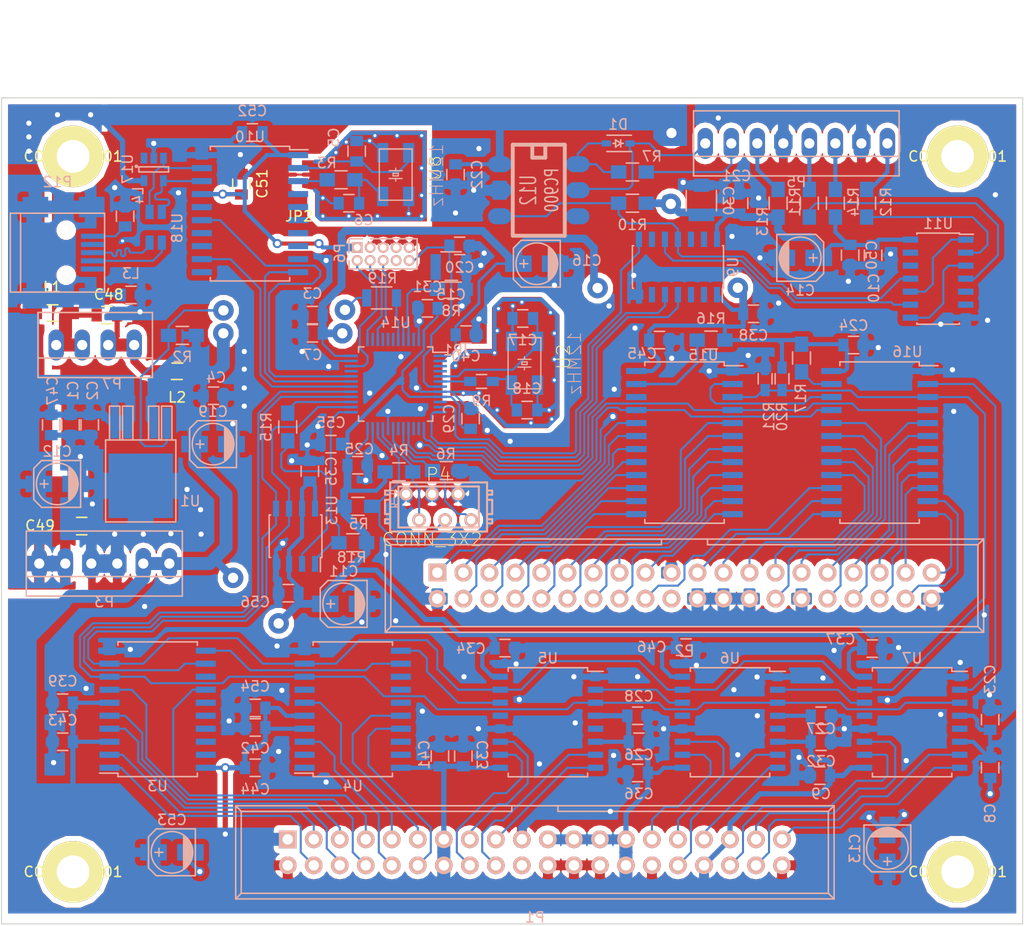
<source format=kicad_pcb>
(kicad_pcb (version 4) (host pcbnew 4.0.2+e4-6225~38~ubuntu15.04.1-stable)
  (layers (0 F.Cu signal) (1 In1.Cu jumper hide) (2 In2.Cu jumper) (31 B.Cu signal) (34 B.Paste user) (35 F.Paste user) (36 B.SilkS user) (37 F.SilkS user) (38 B.Mask user) (39 F.Mask user) (44 Edge.Cuts user))
  (net 0 "")
  (net 1 +3.3V)
  (net 2 5V_MIDI_IN)
  (net 3 5V_MIDI_OUT)
  (net 4 BOOT0)
  (net 5 COUT)
  (net 6 CS)
  (net 7 EXTRESET)
  (net 8 GND)
  (net 9 MEMCS)
  (net 10 MIDI_IN)
  (net 11 MIDI_OE)
  (net 12 MIDI_OUT)
  (net 13 MISO)
  (net 14 MOSI)
  (net 15 RESET)
  (net 16 SCK)
  (net 17 SCL)
  (net 18 SDA)
  (net 19 SWCLK)
  (net 20 SWDIO)
  (net 21 SWO)
  (net 22 USBCFG)
  (net 23 USBRX)
  (net 24 USBTX)
  (net 25 VCC)
  (net 26 "Net-(C5-Pad1)")
  (net 27 "Net-(C6-Pad1)")
  (net 28 "Net-(C17-Pad2)")
  (net 29 "Net-(C18-Pad2)")
  (net 30 "Net-(D1-Pad1)")
  (net 31 "Net-(D1-Pad2)")
  (net 32 "Net-(P5-Pad2)")
  (net 33 "Net-(P6-Pad8)")
  (net 34 /LED16)
  (net 35 /LED17)
  (net 36 /LED15)
  (net 37 /LED18)
  (net 38 /LED14)
  (net 39 /LED19)
  (net 40 /LED13)
  (net 41 /LED20)
  (net 42 /LED12)
  (net 43 /LED21)
  (net 44 /LED11)
  (net 45 /LED22)
  (net 46 /LED10)
  (net 47 /LED23)
  (net 48 /LED9)
  (net 49 /LED24)
  (net 50 /LED8)
  (net 51 /LED25)
  (net 52 /LED7)
  (net 53 /LED26)
  (net 54 "Net-(R3-Pad1)")
  (net 55 "Net-(R9-Pad1)")
  (net 56 POWERGOOD)
  (net 57 "Net-(U3-Pad13)")
  (net 58 "Net-(U3-Pad15)")
  (net 59 "Net-(U3-Pad16)")
  (net 60 "Net-(U3-Pad17)")
  (net 61 "Net-(U3-Pad18)")
  (net 62 "Net-(U3-Pad19)")
  (net 63 "Net-(U4-Pad13)")
  (net 64 "Net-(U4-Pad14)")
  (net 65 "Net-(U4-Pad15)")
  (net 66 "Net-(U4-Pad18)")
  (net 67 "Net-(U4-Pad1)")
  (net 68 "Net-(U4-Pad2)")
  (net 69 "Net-(U4-Pad7)")
  (net 70 "Net-(U5-Pad5)")
  (net 71 "Net-(U5-Pad13)")
  (net 72 "Net-(U6-Pad5)")
  (net 73 "Net-(U6-Pad13)")
  (net 74 "Net-(U7-Pad5)")
  (net 75 "Net-(U7-Pad13)")
  (net 76 "Net-(U9-Pad2)")
  (net 77 "Net-(U9-Pad3)")
  (net 78 "Net-(U9-Pad12)")
  (net 79 "Net-(U9-Pad13)")
  (net 80 "Net-(U10-Pad11)")
  (net 81 "Net-(U10-Pad13)")
  (net 82 "Net-(U10-Pad14)")
  (net 83 "Net-(U10-Pad16)")
  (net 84 "Net-(U10-Pad4)")
  (net 85 "Net-(U10-Pad5)")
  (net 86 "Net-(U10-Pad6)")
  (net 87 "Net-(U10-Pad7)")
  (net 88 EXTRESETM)
  (net 89 BOOT0M)
  (net 90 "Net-(R11-Pad2)")
  (net 91 "Net-(R12-Pad2)")
  (net 92 "Net-(U12-Pad3)")
  (net 93 "Net-(U14-Pad4)")
  (net 94 OE)
  (net 95 LE)
  (net 96 /LED1)
  (net 97 /LED2)
  (net 98 /LED3)
  (net 99 /LED4)
  (net 100 /LED5)
  (net 101 /LED6)
  (net 102 /LED27)
  (net 103 /LED28)
  (net 104 /LED29)
  (net 105 /LED30)
  (net 106 /LED31)
  (net 107 /LED32)
  (net 108 "Net-(R16-Pad2)")
  (net 109 "Net-(R17-Pad2)")
  (net 110 "Net-(U14-Pad33)")
  (net 111 "Net-(U14-Pad40)")
  (net 112 BLOCK)
  (net 113 "Net-(U4-Pad19)")
  (net 114 "Net-(U14-Pad10)")
  (net 115 "Net-(U14-Pad46)")
  (net 116 "Net-(U3-Pad11)")
  (net 117 "Net-(U4-Pad11)")
  (net 118 "Net-(U5-Pad2)")
  (net 119 "Net-(U6-Pad2)")
  (net 120 "Net-(U15-Pad2)")
  (net 121 "Net-(U16-Pad2)")
  (net 122 /U3W6)
  (net 123 /U3W5)
  (net 124 /U3W4)
  (net 125 /U3W3)
  (net 126 /U3W2)
  (net 127 /U3W1)
  (net 128 /U4L3)
  (net 129 /U4L4)
  (net 130 /U4H4)
  (net 131 /U4H3)
  (net 132 /U5H1)
  (net 133 /U5L1)
  (net 134 /U5H0)
  (net 135 /U5L0)
  (net 136 /U6H1)
  (net 137 /U6L1)
  (net 138 /U6H0)
  (net 139 /U6L0)
  (net 140 /U7H1)
  (net 141 /U7L1)
  (net 142 /U7H0)
  (net 143 /U7L0)
  (net 144 "Net-(U14-Pad41)")
  (net 145 "Net-(U14-Pad42)")
  (net 146 "Net-(U14-Pad14)")
  (net 147 "Net-(U14-Pad15)")
  (net 148 "Net-(C48-Pad1)")
  (net 149 "Net-(C48-Pad2)")
  (net 150 "Net-(L4-Pad1)")
  (net 151 USBSUPPLY)
  (net 152 "Net-(U17-Pad1)")
  (net 153 stmxtalgnd)
  (net 154 "Net-(P12-Pad4)")
  (net 155 USBXTALGND)
  (net 156 "Net-(P5-Pad8)")
  (net 157 "Net-(P5-Pad3)")
  (net 158 "Net-(P5-Pad5)")
  (net 159 "Net-(P5-Pad6)")
  (net 160 "Net-(U11-Pad3)")
  (net 161 "Net-(U11-Pad1)")
  (net 162 "Net-(R19-Pad2)")
  (net 163 "Net-(U14-Pad38)")
  (net 164 "Net-(U14-Pad2)")
  (net 165 "Net-(U14-Pad3)")
  (net 166 EOUT)
  (net 167 SGND)
  (net 168 "Net-(U14-Pad18)")
  (net 169 USBD-)
  (net 170 USBD+)
  (net 171 USBTVS-)
  (net 172 USBTVS+)
  (net 173 "Net-(U9-Pad6)")
  (net 174 "Net-(U9-Pad9)")
  (module Connect:USB_Mini-B (layer B.Cu) (at 23.113 31.496)
    (fp_text reference P12 (at 0 -6.90118) (layer B.SilkS) (effects (justify mirror)))
    (fp_text value USB_OTG)
    (pad 1 smd rect (at 3.44932 1.6002) (size 2.30124 0.50038) (layers B.Cu B.Paste B.Mask) (net 151 USBSUPPLY))
    (pad 2 smd rect (at 3.44932 0.8001) (size 2.30124 0.50038) (layers B.Cu B.Paste B.Mask) (net 169 USBD-))
    (pad 3 smd rect (at 3.44932 0) (size 2.30124 0.50038) (layers B.Cu B.Paste B.Mask) (net 170 USBD+))
    (pad 4 smd rect (at 3.44932 -0.8001) (size 2.30124 0.50038) (layers B.Cu B.Paste B.Mask) (net 154 "Net-(P12-Pad4)"))
    (pad 5 smd rect (at 3.44932 -1.6002) (size 2.30124 0.50038) (layers B.Cu B.Paste B.Mask) (net 150 "Net-(L4-Pad1)"))
    (pad 6 smd rect (at 3.35026 4.45008) (size 2.49936 1.99898) (layers B.Cu B.Paste B.Mask) (net 167 SGND))
    (pad 6 smd rect (at -2.14884 4.45008) (size 2.49936 1.99898) (layers B.Cu B.Paste B.Mask) (net 167 SGND))
    (pad 6 smd rect (at 3.35026 -4.45008) (size 2.49936 1.99898) (layers B.Cu B.Paste B.Mask) (net 167 SGND))
    (pad 6 smd rect (at -2.14884 -4.45008) (size 2.49936 1.99898) (layers B.Cu B.Paste B.Mask) (net 167 SGND))
    (pad "" np_thru_hole circle (at 0.8509 2.19964) (size 0.89916 0.89916) (drill 0.89916) (layers *.Cu *.Mask B.SilkS))
    (pad "" np_thru_hole circle (at 0.8509 -2.19964) (size 0.89916 0.89916) (drill 0.89916) (layers *.Cu *.Mask B.SilkS))
  )
  (module Capacitors_SMD:C_0805 (layer B.Cu) (at 102.6658 70.1548)
    (fp_text reference C37 (at -3.0988 -0.9144) (layer B.SilkS) (effects (justify mirror)))
    (fp_text value 100nF)
    (pad 1 smd rect (at -1 0) (size 1 1.25) (layers B.Cu B.Paste B.Mask) (net 1 +3.3V))
    (pad 2 smd rect (at 1 0) (size 1 1.25) (layers B.Cu B.Paste B.Mask) (net 8 GND))
  )
  (module Capacitors_SMD:C_0805 (layer B.Cu) (at 59.2318 36.9316 180)
    (fp_text reference C31 (at 0 2.1 180) (layer B.SilkS) (effects (justify mirror)))
    (fp_text value 100nF)
    (pad 1 smd rect (at -1 0 180) (size 1 1.25) (layers B.Cu B.Paste B.Mask) (net 1 +3.3V))
    (pad 2 smd rect (at 1 0 180) (size 1 1.25) (layers B.Cu B.Paste B.Mask) (net 8 GND))
  )
  (module Housings_SOIC:SOIC-8_3.9x4.9mm_Pitch1.27mm (layer B.Cu) (at 46.355 59.182 90)
    (fp_text reference U13 (at 2.54 3.555 90) (layer B.SilkS) (effects (justify mirror)))
    (fp_text value 25LC1024)
    (pad 1 smd rect (at -2.7 1.905 90) (size 1.55 0.6) (layers B.Cu B.Paste B.Mask) (net 9 MEMCS))
    (pad 2 smd rect (at -2.7 0.635 90) (size 1.55 0.6) (layers B.Cu B.Paste B.Mask) (net 166 EOUT))
    (pad 3 smd rect (at -2.7 -0.635 90) (size 1.55 0.6) (layers B.Cu B.Paste B.Mask) (net 1 +3.3V))
    (pad 4 smd rect (at -2.7 -1.905 90) (size 1.55 0.6) (layers B.Cu B.Paste B.Mask) (net 8 GND))
    (pad 5 smd rect (at 2.7 -1.905 90) (size 1.55 0.6) (layers B.Cu B.Paste B.Mask) (net 14 MOSI))
    (pad 6 smd rect (at 2.7 -0.635 90) (size 1.55 0.6) (layers B.Cu B.Paste B.Mask) (net 16 SCK))
    (pad 7 smd rect (at 2.7 0.635 90) (size 1.55 0.6) (layers B.Cu B.Paste B.Mask) (net 1 +3.3V))
    (pad 8 smd rect (at 2.7 1.905 90) (size 1.55 0.6) (layers B.Cu B.Paste B.Mask) (net 1 +3.3V))
  )
  (module Connect_Addons:PINHEAD1-8 (layer B.Cu) (at 95.25 20.828)
    (fp_text reference P5 (at 0 3.75) (layer B.SilkS) (effects (justify mirror)))
    (fp_text value CONN_01X08)
    (pad 8 thru_hole oval (at 8.89 0) (size 1.50622 3.01498) (drill 0.99822) (layers *.Cu *.Mask) (net 156 "Net-(P5-Pad8)"))
    (pad 7 thru_hole oval (at 6.35 0) (size 1.50622 3.01498) (drill 0.99822) (layers *.Cu *.Mask) (net 8 GND))
    (pad 1 thru_hole oval (at -8.89 0) (size 1.50622 3.01498) (drill 0.99822) (layers *.Cu *.Mask) (net 30 "Net-(D1-Pad1)"))
    (pad 2 thru_hole oval (at -6.35 0) (size 1.50622 3.01498) (drill 0.99822) (layers *.Cu *.Mask) (net 32 "Net-(P5-Pad2)"))
    (pad 3 thru_hole oval (at -3.81 0) (size 1.50622 3.01498) (drill 0.99822) (layers *.Cu *.Mask) (net 157 "Net-(P5-Pad3)"))
    (pad 4 thru_hole oval (at -1.27 0) (size 1.50622 3.01498) (drill 0.99822) (layers *.Cu *.Mask) (net 8 GND))
    (pad 5 thru_hole oval (at 1.27 0) (size 1.50622 3.01498) (drill 0.99822) (layers *.Cu *.Mask) (net 158 "Net-(P5-Pad5)"))
    (pad 6 thru_hole oval (at 3.81 0) (size 1.50622 3.01498) (drill 0.99822) (layers *.Cu *.Mask) (net 159 "Net-(P5-Pad6)"))
  )
  (module Connect_Addons:PINHEAD1-4 (layer B.Cu) (at 26.797 40.513)
    (fp_text reference P7 (at 1.65 3.81) (layer B.SilkS) (effects (justify mirror)))
    (fp_text value CONN_01X04)
    (pad 1 thru_hole oval (at -3.81 0) (size 1.50622 3.01498) (drill 0.99822) (layers *.Cu *.Mask) (net 149 "Net-(C48-Pad2)"))
    (pad 2 thru_hole oval (at -1.27 0) (size 1.50622 3.01498) (drill 0.99822) (layers *.Cu *.Mask) (net 149 "Net-(C48-Pad2)"))
    (pad 3 thru_hole oval (at 1.27 0) (size 1.50622 3.01498) (drill 0.99822) (layers *.Cu *.Mask) (net 148 "Net-(C48-Pad1)"))
    (pad 4 thru_hole oval (at 3.81 0) (size 1.50622 3.01498) (drill 0.99822) (layers *.Cu *.Mask) (net 148 "Net-(C48-Pad1)"))
  )
  (module Choke_SMD:Choke_SMD_1206_Standard (layer F.Cu) (at 22.605 37.3888)
    (fp_text reference L1 (at 0 -2.54) (layer F.SilkS))
    (fp_text value INDUCTOR)
    (pad 1 smd rect (at -1.80086 0) (size 1.6002 1.19888) (layers F.Cu F.Paste F.Mask) (net 25 VCC))
    (pad 2 smd rect (at 1.80086 0) (size 1.6002 1.19888) (layers F.Cu F.Paste F.Mask) (net 149 "Net-(C48-Pad2)"))
  )
  (module Housings_SOIC:SOIC-24_7.5x15.4mm_Pitch1.27mm (layer B.Cu) (at 103.378 50.038 180)
    (fp_text reference U16 (at -2.7168 8.8646 180) (layer B.SilkS) (effects (justify mirror)))
    (fp_text value TLC592X)
    (pad 1 smd rect (at -4.7 6.985 180) (size 2 0.6) (layers B.Cu B.Paste B.Mask) (net 8 GND))
    (pad 2 smd rect (at -4.7 5.715 180) (size 2 0.6) (layers B.Cu B.Paste B.Mask) (net 121 "Net-(U16-Pad2)"))
    (pad 3 smd rect (at -4.7 4.445 180) (size 2 0.6) (layers B.Cu B.Paste B.Mask) (net 16 SCK))
    (pad 4 smd rect (at -4.7 3.175 180) (size 2 0.6) (layers B.Cu B.Paste B.Mask) (net 95 LE))
    (pad 5 smd rect (at -4.7 1.905 180) (size 2 0.6) (layers B.Cu B.Paste B.Mask) (net 35 /LED17))
    (pad 6 smd rect (at -4.7 0.635 180) (size 2 0.6) (layers B.Cu B.Paste B.Mask) (net 37 /LED18))
    (pad 7 smd rect (at -4.7 -0.635 180) (size 2 0.6) (layers B.Cu B.Paste B.Mask) (net 39 /LED19))
    (pad 8 smd rect (at -4.7 -1.905 180) (size 2 0.6) (layers B.Cu B.Paste B.Mask) (net 41 /LED20))
    (pad 9 smd rect (at -4.7 -3.175 180) (size 2 0.6) (layers B.Cu B.Paste B.Mask) (net 43 /LED21))
    (pad 10 smd rect (at -4.7 -4.445 180) (size 2 0.6) (layers B.Cu B.Paste B.Mask) (net 45 /LED22))
    (pad 11 smd rect (at -4.7 -5.715 180) (size 2 0.6) (layers B.Cu B.Paste B.Mask) (net 47 /LED23))
    (pad 12 smd rect (at -4.7 -6.985 180) (size 2 0.6) (layers B.Cu B.Paste B.Mask) (net 49 /LED24))
    (pad 13 smd rect (at 4.7 -6.985 180) (size 2 0.6) (layers B.Cu B.Paste B.Mask) (net 51 /LED25))
    (pad 14 smd rect (at 4.7 -5.715 180) (size 2 0.6) (layers B.Cu B.Paste B.Mask) (net 53 /LED26))
    (pad 15 smd rect (at 4.7 -4.445 180) (size 2 0.6) (layers B.Cu B.Paste B.Mask) (net 102 /LED27))
    (pad 16 smd rect (at 4.7 -3.175 180) (size 2 0.6) (layers B.Cu B.Paste B.Mask) (net 103 /LED28))
    (pad 17 smd rect (at 4.7 -1.905 180) (size 2 0.6) (layers B.Cu B.Paste B.Mask) (net 104 /LED29))
    (pad 18 smd rect (at 4.7 -0.635 180) (size 2 0.6) (layers B.Cu B.Paste B.Mask) (net 105 /LED30))
    (pad 19 smd rect (at 4.7 0.635 180) (size 2 0.6) (layers B.Cu B.Paste B.Mask) (net 106 /LED31))
    (pad 20 smd rect (at 4.7 1.905 180) (size 2 0.6) (layers B.Cu B.Paste B.Mask) (net 107 /LED32))
    (pad 21 smd rect (at 4.7 3.175 180) (size 2 0.6) (layers B.Cu B.Paste B.Mask) (net 94 OE))
    (pad 22 smd rect (at 4.7 4.445 180) (size 2 0.6) (layers B.Cu B.Paste B.Mask) (net 120 "Net-(U15-Pad2)"))
    (pad 23 smd rect (at 4.7 5.715 180) (size 2 0.6) (layers B.Cu B.Paste B.Mask) (net 109 "Net-(R17-Pad2)"))
    (pad 24 smd rect (at 4.7 6.985 180) (size 2 0.6) (layers B.Cu B.Paste B.Mask) (net 1 +3.3V))
  )
  (module Housings_SOIC:SOIC-20_7.5x12.8mm_Pitch1.27mm (layer B.Cu) (at 51.943 76.073)
    (fp_text reference U4 (at 0 7.5) (layer B.SilkS) (effects (justify mirror)))
    (fp_text value DS1806+)
    (pad 1 smd rect (at -4.7 5.715) (size 1.95 0.6) (layers B.Cu B.Paste B.Mask) (net 67 "Net-(U4-Pad1)"))
    (pad 2 smd rect (at -4.7 4.445) (size 1.95 0.6) (layers B.Cu B.Paste B.Mask) (net 68 "Net-(U4-Pad2)"))
    (pad 3 smd rect (at -4.7 3.175) (size 1.95 0.6) (layers B.Cu B.Paste B.Mask) (net 128 /U4L3))
    (pad 4 smd rect (at -4.7 1.905) (size 1.95 0.6) (layers B.Cu B.Paste B.Mask) (net 1 +3.3V))
    (pad 5 smd rect (at -4.7 0.635) (size 1.95 0.6) (layers B.Cu B.Paste B.Mask) (net 1 +3.3V))
    (pad 6 smd rect (at -4.7 -0.635) (size 1.95 0.6) (layers B.Cu B.Paste B.Mask) (net 129 /U4L4))
    (pad 7 smd rect (at -4.7 -1.905) (size 1.95 0.6) (layers B.Cu B.Paste B.Mask) (net 69 "Net-(U4-Pad7)"))
    (pad 8 smd rect (at -4.7 -3.175) (size 1.95 0.6) (layers B.Cu B.Paste B.Mask) (net 6 CS))
    (pad 9 smd rect (at -4.7 -4.445) (size 1.95 0.6) (layers B.Cu B.Paste B.Mask) (net 16 SCK))
    (pad 10 smd rect (at -4.7 -5.715) (size 1.95 0.6) (layers B.Cu B.Paste B.Mask) (net 8 GND))
    (pad 11 smd rect (at 4.7 -5.715) (size 1.95 0.6) (layers B.Cu B.Paste B.Mask) (net 117 "Net-(U4-Pad11)"))
    (pad 12 smd rect (at 4.7 -4.445) (size 1.95 0.6) (layers B.Cu B.Paste B.Mask) (net 116 "Net-(U3-Pad11)"))
    (pad 13 smd rect (at 4.7 -3.175) (size 1.95 0.6) (layers B.Cu B.Paste B.Mask) (net 63 "Net-(U4-Pad13)"))
    (pad 14 smd rect (at 4.7 -1.905) (size 1.95 0.6) (layers B.Cu B.Paste B.Mask) (net 64 "Net-(U4-Pad14)"))
    (pad 15 smd rect (at 4.7 -0.635) (size 1.95 0.6) (layers B.Cu B.Paste B.Mask) (net 65 "Net-(U4-Pad15)"))
    (pad 16 smd rect (at 4.7 0.635) (size 1.95 0.6) (layers B.Cu B.Paste B.Mask) (net 130 /U4H4))
    (pad 17 smd rect (at 4.7 1.905) (size 1.95 0.6) (layers B.Cu B.Paste B.Mask) (net 131 /U4H3))
    (pad 18 smd rect (at 4.7 3.175) (size 1.95 0.6) (layers B.Cu B.Paste B.Mask) (net 66 "Net-(U4-Pad18)"))
    (pad 19 smd rect (at 4.7 4.445) (size 1.95 0.6) (layers B.Cu B.Paste B.Mask) (net 113 "Net-(U4-Pad19)"))
    (pad 20 smd rect (at 4.7 5.715) (size 1.95 0.6) (layers B.Cu B.Paste B.Mask) (net 1 +3.3V))
  )
  (module Capacitors_SMD:c_elec_4x5.8 (layer B.Cu) (at 51.054 65.786 180)
    (fp_text reference C11 (at 0 3.175 180) (layer B.SilkS) (effects (justify mirror)))
    (fp_text value 10uF)
    (pad 1 smd rect (at 1.80086 0 180) (size 2.60096 1.6002) (layers B.Cu B.Paste B.Mask) (net 1 +3.3V))
    (pad 2 smd rect (at -1.80086 0 180) (size 2.60096 1.6002) (layers B.Cu B.Paste B.Mask) (net 8 GND))
  )
  (module Capacitors_SMD:c_elec_4x5.8 (layer B.Cu) (at 104.139 89.662 270)
    (fp_text reference C13 (at 0 3.175 270) (layer B.SilkS) (effects (justify mirror)))
    (fp_text value 10uF)
    (pad 1 smd rect (at 1.80086 0 270) (size 2.60096 1.6002) (layers B.Cu B.Paste B.Mask) (net 1 +3.3V))
    (pad 2 smd rect (at -1.80086 0 270) (size 2.60096 1.6002) (layers B.Cu B.Paste B.Mask) (net 8 GND))
  )
  (module Capacitors_SMD:c_elec_4x5.8 (layer B.Cu) (at 95.631 32.004)
    (fp_text reference C14 (at 0 3.175) (layer B.SilkS) (effects (justify mirror)))
    (fp_text value 10uF)
    (pad 1 smd rect (at 1.80086 0) (size 2.60096 1.6002) (layers B.Cu B.Paste B.Mask) (net 25 VCC))
    (pad 2 smd rect (at -1.80086 0) (size 2.60096 1.6002) (layers B.Cu B.Paste B.Mask) (net 8 GND))
  )
  (module Capacitors_SMD:c_elec_4x5.8 (layer B.Cu) (at 69.9135 32.5755 180)
    (fp_text reference C16 (at -4.8885 0.3175 180) (layer B.SilkS) (effects (justify mirror)))
    (fp_text value 10uF)
    (pad 1 smd rect (at 1.80086 0 180) (size 2.60096 1.6002) (layers B.Cu B.Paste B.Mask) (net 1 +3.3V))
    (pad 2 smd rect (at -1.80086 0 180) (size 2.60096 1.6002) (layers B.Cu B.Paste B.Mask) (net 8 GND))
  )
  (module Capacitors_SMD:c_elec_4x5.8 (layer B.Cu) (at 38.3022 50.1904 180)
    (fp_text reference C19 (at 0 3.175 180) (layer B.SilkS) (effects (justify mirror)))
    (fp_text value 10uF)
    (pad 1 smd rect (at 1.80086 0 180) (size 2.60096 1.6002) (layers B.Cu B.Paste B.Mask) (net 1 +3.3V))
    (pad 2 smd rect (at -1.80086 0 180) (size 2.60096 1.6002) (layers B.Cu B.Paste B.Mask) (net 8 GND))
  )
  (module Connect:PINHEAD1-6 (layer B.Cu) (at 27.686 61.849)
    (fp_text reference P3 (at 0 3.75) (layer B.SilkS) (effects (justify mirror)))
    (fp_text value CONN_6)
    (pad 1 thru_hole oval (at -6.35 0) (size 1.50622 3.01498) (drill 0.99822) (layers *.Cu *.Mask) (net 25 VCC))
    (pad 2 thru_hole oval (at -3.81 0) (size 1.50622 3.01498) (drill 0.99822) (layers *.Cu *.Mask) (net 25 VCC))
    (pad 3 thru_hole oval (at -1.27 0) (size 1.50622 3.01498) (drill 0.99822) (layers *.Cu *.Mask) (net 8 GND))
    (pad 4 thru_hole oval (at 1.27 0) (size 1.50622 3.01498) (drill 0.99822) (layers *.Cu *.Mask) (net 8 GND))
    (pad 5 thru_hole oval (at 3.81 0) (size 1.50622 3.01498) (drill 0.99822) (layers *.Cu *.Mask) (net 1 +3.3V))
    (pad 6 thru_hole oval (at 6.35 0) (size 1.50622 3.01498) (drill 0.99822) (layers *.Cu *.Mask) (net 1 +3.3V))
  )
  (module TO-252-4:TO-252-4Lead (layer B.Cu) (at 31.241 48.26)
    (fp_text reference U1 (at 4.826 7.493) (layer B.SilkS) (effects (justify mirror)))
    (fp_text value LDF33-PT-TR)
    (pad 1 smd rect (at -2.54 -0.127) (size 0.8 3) (layers B.Cu B.Paste B.Mask) (net 25 VCC))
    (pad 2 smd rect (at -1.27 -0.127) (size 0.8 3) (layers B.Cu B.Paste B.Mask) (net 25 VCC))
    (pad 4 smd rect (at 1.27 -0.127) (size 0.8 3) (layers B.Cu B.Paste B.Mask) (net 1 +3.3V))
    (pad 3 smd rect (at 0 6) (size 6.3 6.3) (layers B.Cu B.Paste B.Mask) (net 8 GND))
    (pad 5 smd rect (at 2.54 -0.127) (size 0.8 3) (layers B.Cu B.Paste B.Mask) (net 56 POWERGOOD))
  )
  (module crystal_ceramic_smd:Xtal_Ceramic_5x3.2 (layer B.Cu) (at 68.707 42.291 90)
    (fp_text reference U2 (at 0.635 3.81 90) (layer F.SilkS) (effects (font (size 1.27 1.27) (thickness 0.0889))))
    (fp_text value 12MHz (at 0 4.8885 90) (layer B.SilkS) (effects (font (size 1.27 1.27) (thickness 0.0889)) (justify mirror)))
    (pad 2 smd rect (at 2.1336 -1.27 90) (size 1.9 1.1) (layers B.Cu B.Paste B.Mask) (net 153 stmxtalgnd))
    (pad 4 smd rect (at -2.1336 1.27 90) (size 1.9 1.1) (layers B.Cu B.Paste B.Mask) (net 153 stmxtalgnd))
    (pad 1 smd rect (at -2.1336 -1.27 90) (size 1.9 1.1) (layers B.Cu B.Paste B.Mask) (net 29 "Net-(C18-Pad2)"))
    (pad 3 smd rect (at 2.1336 1.27 90) (size 1.9 1.1) (layers B.Cu B.Paste B.Mask) (net 28 "Net-(C17-Pad2)"))
  )
  (module Housings_SOIC:SOIC-20_7.5x12.8mm_Pitch1.27mm (layer B.Cu) (at 32.893 76.073)
    (fp_text reference U3 (at 0 7.5) (layer B.SilkS) (effects (justify mirror)))
    (fp_text value DS1806+)
    (pad 1 smd rect (at -4.7 5.715) (size 1.95 0.6) (layers B.Cu B.Paste B.Mask) (net 122 /U3W6))
    (pad 2 smd rect (at -4.7 4.445) (size 1.95 0.6) (layers B.Cu B.Paste B.Mask) (net 123 /U3W5))
    (pad 3 smd rect (at -4.7 3.175) (size 1.95 0.6) (layers B.Cu B.Paste B.Mask) (net 1 +3.3V))
    (pad 4 smd rect (at -4.7 1.905) (size 1.95 0.6) (layers B.Cu B.Paste B.Mask) (net 124 /U3W4))
    (pad 5 smd rect (at -4.7 0.635) (size 1.95 0.6) (layers B.Cu B.Paste B.Mask) (net 125 /U3W3))
    (pad 6 smd rect (at -4.7 -0.635) (size 1.95 0.6) (layers B.Cu B.Paste B.Mask) (net 1 +3.3V))
    (pad 7 smd rect (at -4.7 -1.905) (size 1.95 0.6) (layers B.Cu B.Paste B.Mask) (net 126 /U3W2))
    (pad 8 smd rect (at -4.7 -3.175) (size 1.95 0.6) (layers B.Cu B.Paste B.Mask) (net 6 CS))
    (pad 9 smd rect (at -4.7 -4.445) (size 1.95 0.6) (layers B.Cu B.Paste B.Mask) (net 16 SCK))
    (pad 10 smd rect (at -4.7 -5.715) (size 1.95 0.6) (layers B.Cu B.Paste B.Mask) (net 8 GND))
    (pad 11 smd rect (at 4.7 -5.715) (size 1.95 0.6) (layers B.Cu B.Paste B.Mask) (net 116 "Net-(U3-Pad11)"))
    (pad 12 smd rect (at 4.7 -4.445) (size 1.95 0.6) (layers B.Cu B.Paste B.Mask) (net 14 MOSI))
    (pad 13 smd rect (at 4.7 -3.175) (size 1.95 0.6) (layers B.Cu B.Paste B.Mask) (net 57 "Net-(U3-Pad13)"))
    (pad 14 smd rect (at 4.7 -1.905) (size 1.95 0.6) (layers B.Cu B.Paste B.Mask) (net 127 /U3W1))
    (pad 15 smd rect (at 4.7 -0.635) (size 1.95 0.6) (layers B.Cu B.Paste B.Mask) (net 58 "Net-(U3-Pad15)"))
    (pad 16 smd rect (at 4.7 0.635) (size 1.95 0.6) (layers B.Cu B.Paste B.Mask) (net 59 "Net-(U3-Pad16)"))
    (pad 17 smd rect (at 4.7 1.905) (size 1.95 0.6) (layers B.Cu B.Paste B.Mask) (net 60 "Net-(U3-Pad17)"))
    (pad 18 smd rect (at 4.7 3.175) (size 1.95 0.6) (layers B.Cu B.Paste B.Mask) (net 61 "Net-(U3-Pad18)"))
    (pad 19 smd rect (at 4.7 4.445) (size 1.95 0.6) (layers B.Cu B.Paste B.Mask) (net 62 "Net-(U3-Pad19)"))
    (pad 20 smd rect (at 4.7 5.715) (size 1.95 0.6) (layers B.Cu B.Paste B.Mask) (net 1 +3.3V))
  )
  (module Housings_SOIC:SOIC-16_7.5x10.3mm_Pitch1.27mm (layer B.Cu) (at 70.993 77.343 180)
    (fp_text reference U5 (at 0 6.25 180) (layer B.SilkS) (effects (justify mirror)))
    (fp_text value DS1801)
    (pad 1 smd rect (at -4.65 4.445 180) (size 1.5 0.6) (layers B.Cu B.Paste B.Mask) (net 8 GND))
    (pad 2 smd rect (at -4.65 3.175 180) (size 1.5 0.6) (layers B.Cu B.Paste B.Mask) (net 118 "Net-(U5-Pad2)"))
    (pad 3 smd rect (at -4.65 1.905 180) (size 1.5 0.6) (layers B.Cu B.Paste B.Mask) (net 6 CS))
    (pad 4 smd rect (at -4.65 0.635 180) (size 1.5 0.6) (layers B.Cu B.Paste B.Mask) (net 1 +3.3V))
    (pad 5 smd rect (at -4.65 -0.635 180) (size 1.5 0.6) (layers B.Cu B.Paste B.Mask) (net 70 "Net-(U5-Pad5)"))
    (pad 6 smd rect (at -4.65 -1.905 180) (size 1.5 0.6) (layers B.Cu B.Paste B.Mask) (net 1 +3.3V))
    (pad 7 smd rect (at -4.65 -3.175 180) (size 1.5 0.6) (layers B.Cu B.Paste B.Mask) (net 135 /U5L0))
    (pad 8 smd rect (at -4.65 -4.445 180) (size 1.5 0.6) (layers B.Cu B.Paste B.Mask) (net 134 /U5H0))
    (pad 9 smd rect (at 4.65 -4.445 180) (size 1.5 0.6) (layers B.Cu B.Paste B.Mask) (net 1 +3.3V))
    (pad 10 smd rect (at 4.65 -3.175 180) (size 1.5 0.6) (layers B.Cu B.Paste B.Mask) (net 133 /U5L1))
    (pad 11 smd rect (at 4.65 -1.905 180) (size 1.5 0.6) (layers B.Cu B.Paste B.Mask) (net 132 /U5H1))
    (pad 12 smd rect (at 4.65 -0.635 180) (size 1.5 0.6) (layers B.Cu B.Paste B.Mask) (net 8 GND))
    (pad 13 smd rect (at 4.65 0.635 180) (size 1.5 0.6) (layers B.Cu B.Paste B.Mask) (net 71 "Net-(U5-Pad13)"))
    (pad 14 smd rect (at 4.65 1.905 180) (size 1.5 0.6) (layers B.Cu B.Paste B.Mask) (net 117 "Net-(U4-Pad11)"))
    (pad 15 smd rect (at 4.65 3.175 180) (size 1.5 0.6) (layers B.Cu B.Paste B.Mask) (net 16 SCK))
    (pad 16 smd rect (at 4.65 4.445 180) (size 1.5 0.6) (layers B.Cu B.Paste B.Mask) (net 1 +3.3V))
  )
  (module Housings_SOIC:SOIC-16_7.5x10.3mm_Pitch1.27mm (layer B.Cu) (at 88.773 77.343 180)
    (fp_text reference U6 (at 0 6.25 180) (layer B.SilkS) (effects (justify mirror)))
    (fp_text value DS1801)
    (pad 1 smd rect (at -4.65 4.445 180) (size 1.5 0.6) (layers B.Cu B.Paste B.Mask) (net 8 GND))
    (pad 2 smd rect (at -4.65 3.175 180) (size 1.5 0.6) (layers B.Cu B.Paste B.Mask) (net 119 "Net-(U6-Pad2)"))
    (pad 3 smd rect (at -4.65 1.905 180) (size 1.5 0.6) (layers B.Cu B.Paste B.Mask) (net 6 CS))
    (pad 4 smd rect (at -4.65 0.635 180) (size 1.5 0.6) (layers B.Cu B.Paste B.Mask) (net 1 +3.3V))
    (pad 5 smd rect (at -4.65 -0.635 180) (size 1.5 0.6) (layers B.Cu B.Paste B.Mask) (net 72 "Net-(U6-Pad5)"))
    (pad 6 smd rect (at -4.65 -1.905 180) (size 1.5 0.6) (layers B.Cu B.Paste B.Mask) (net 1 +3.3V))
    (pad 7 smd rect (at -4.65 -3.175 180) (size 1.5 0.6) (layers B.Cu B.Paste B.Mask) (net 139 /U6L0))
    (pad 8 smd rect (at -4.65 -4.445 180) (size 1.5 0.6) (layers B.Cu B.Paste B.Mask) (net 138 /U6H0))
    (pad 9 smd rect (at 4.65 -4.445 180) (size 1.5 0.6) (layers B.Cu B.Paste B.Mask) (net 1 +3.3V))
    (pad 10 smd rect (at 4.65 -3.175 180) (size 1.5 0.6) (layers B.Cu B.Paste B.Mask) (net 137 /U6L1))
    (pad 11 smd rect (at 4.65 -1.905 180) (size 1.5 0.6) (layers B.Cu B.Paste B.Mask) (net 136 /U6H1))
    (pad 12 smd rect (at 4.65 -0.635 180) (size 1.5 0.6) (layers B.Cu B.Paste B.Mask) (net 8 GND))
    (pad 13 smd rect (at 4.65 0.635 180) (size 1.5 0.6) (layers B.Cu B.Paste B.Mask) (net 73 "Net-(U6-Pad13)"))
    (pad 14 smd rect (at 4.65 1.905 180) (size 1.5 0.6) (layers B.Cu B.Paste B.Mask) (net 118 "Net-(U5-Pad2)"))
    (pad 15 smd rect (at 4.65 3.175 180) (size 1.5 0.6) (layers B.Cu B.Paste B.Mask) (net 16 SCK))
    (pad 16 smd rect (at 4.65 4.445 180) (size 1.5 0.6) (layers B.Cu B.Paste B.Mask) (net 1 +3.3V))
  )
  (module Housings_SOIC:SOIC-16_7.5x10.3mm_Pitch1.27mm (layer B.Cu) (at 106.553 77.343 180)
    (fp_text reference U7 (at 0 6.25 180) (layer B.SilkS) (effects (justify mirror)))
    (fp_text value DS1801)
    (pad 1 smd rect (at -4.65 4.445 180) (size 1.5 0.6) (layers B.Cu B.Paste B.Mask) (net 8 GND))
    (pad 2 smd rect (at -4.65 3.175 180) (size 1.5 0.6) (layers B.Cu B.Paste B.Mask) (net 121 "Net-(U16-Pad2)"))
    (pad 3 smd rect (at -4.65 1.905 180) (size 1.5 0.6) (layers B.Cu B.Paste B.Mask) (net 6 CS))
    (pad 4 smd rect (at -4.65 0.635 180) (size 1.5 0.6) (layers B.Cu B.Paste B.Mask) (net 1 +3.3V))
    (pad 5 smd rect (at -4.65 -0.635 180) (size 1.5 0.6) (layers B.Cu B.Paste B.Mask) (net 74 "Net-(U7-Pad5)"))
    (pad 6 smd rect (at -4.65 -1.905 180) (size 1.5 0.6) (layers B.Cu B.Paste B.Mask) (net 1 +3.3V))
    (pad 7 smd rect (at -4.65 -3.175 180) (size 1.5 0.6) (layers B.Cu B.Paste B.Mask) (net 143 /U7L0))
    (pad 8 smd rect (at -4.65 -4.445 180) (size 1.5 0.6) (layers B.Cu B.Paste B.Mask) (net 142 /U7H0))
    (pad 9 smd rect (at 4.65 -4.445 180) (size 1.5 0.6) (layers B.Cu B.Paste B.Mask) (net 1 +3.3V))
    (pad 10 smd rect (at 4.65 -3.175 180) (size 1.5 0.6) (layers B.Cu B.Paste B.Mask) (net 141 /U7L1))
    (pad 11 smd rect (at 4.65 -1.905 180) (size 1.5 0.6) (layers B.Cu B.Paste B.Mask) (net 140 /U7H1))
    (pad 12 smd rect (at 4.65 -0.635 180) (size 1.5 0.6) (layers B.Cu B.Paste B.Mask) (net 8 GND))
    (pad 13 smd rect (at 4.65 0.635 180) (size 1.5 0.6) (layers B.Cu B.Paste B.Mask) (net 75 "Net-(U7-Pad13)"))
    (pad 14 smd rect (at 4.65 1.905 180) (size 1.5 0.6) (layers B.Cu B.Paste B.Mask) (net 119 "Net-(U6-Pad2)"))
    (pad 15 smd rect (at 4.65 3.175 180) (size 1.5 0.6) (layers B.Cu B.Paste B.Mask) (net 16 SCK))
    (pad 16 smd rect (at 4.65 4.445 180) (size 1.5 0.6) (layers B.Cu B.Paste B.Mask) (net 1 +3.3V))
  )
  (module Housings_SOIC:SOIC-14_3.9x8.7mm_Pitch1.27mm (layer B.Cu) (at 83.693 32.893 90)
    (fp_text reference U9 (at 0 5.375 90) (layer B.SilkS) (effects (justify mirror)))
    (fp_text value TXB0104D)
    (pad 1 smd rect (at -2.7 3.81 90) (size 1.5 0.6) (layers B.Cu B.Paste B.Mask) (net 1 +3.3V))
    (pad 2 smd rect (at -2.7 2.54 90) (size 1.5 0.6) (layers B.Cu B.Paste B.Mask) (net 76 "Net-(U9-Pad2)"))
    (pad 3 smd rect (at -2.7 1.27 90) (size 1.5 0.6) (layers B.Cu B.Paste B.Mask) (net 77 "Net-(U9-Pad3)"))
    (pad 4 smd rect (at -2.7 0 90) (size 1.5 0.6) (layers B.Cu B.Paste B.Mask) (net 10 MIDI_IN))
    (pad 5 smd rect (at -2.7 -1.27 90) (size 1.5 0.6) (layers B.Cu B.Paste B.Mask) (net 12 MIDI_OUT))
    (pad 6 smd rect (at -2.7 -2.54 90) (size 1.5 0.6) (layers B.Cu B.Paste B.Mask) (net 173 "Net-(U9-Pad6)"))
    (pad 7 smd rect (at -2.7 -3.81 90) (size 1.5 0.6) (layers B.Cu B.Paste B.Mask) (net 8 GND))
    (pad 8 smd rect (at 2.7 -3.81 90) (size 1.5 0.6) (layers B.Cu B.Paste B.Mask) (net 11 MIDI_OE))
    (pad 9 smd rect (at 2.7 -2.54 90) (size 1.5 0.6) (layers B.Cu B.Paste B.Mask) (net 174 "Net-(U9-Pad9)"))
    (pad 10 smd rect (at 2.7 -1.27 90) (size 1.5 0.6) (layers B.Cu B.Paste B.Mask) (net 3 5V_MIDI_OUT))
    (pad 11 smd rect (at 2.7 0 90) (size 1.5 0.6) (layers B.Cu B.Paste B.Mask) (net 2 5V_MIDI_IN))
    (pad 12 smd rect (at 2.7 1.27 90) (size 1.5 0.6) (layers B.Cu B.Paste B.Mask) (net 78 "Net-(U9-Pad12)"))
    (pad 13 smd rect (at 2.7 2.54 90) (size 1.5 0.6) (layers B.Cu B.Paste B.Mask) (net 79 "Net-(U9-Pad13)"))
    (pad 14 smd rect (at 2.7 3.81 90) (size 1.5 0.6) (layers B.Cu B.Paste B.Mask) (net 25 VCC))
  )
  (module Housings_SOIC:SOIC-20_7.5x12.8mm_Pitch1.27mm (layer B.Cu) (at 41.91 27.686 180)
    (fp_text reference U10 (at 0 7.5 180) (layer B.SilkS) (effects (justify mirror)))
    (fp_text value MCP2200)
    (pad 1 smd rect (at -4.7 5.715 180) (size 1.95 0.6) (layers B.Cu B.Paste B.Mask) (net 1 +3.3V))
    (pad 2 smd rect (at -4.7 4.445 180) (size 1.95 0.6) (layers B.Cu B.Paste B.Mask) (net 26 "Net-(C5-Pad1)"))
    (pad 3 smd rect (at -4.7 3.175 180) (size 1.95 0.6) (layers B.Cu B.Paste B.Mask) (net 54 "Net-(R3-Pad1)"))
    (pad 4 smd rect (at -4.7 1.905 180) (size 1.95 0.6) (layers B.Cu B.Paste B.Mask) (net 84 "Net-(U10-Pad4)"))
    (pad 5 smd rect (at -4.7 0.635 180) (size 1.95 0.6) (layers B.Cu B.Paste B.Mask) (net 85 "Net-(U10-Pad5)"))
    (pad 6 smd rect (at -4.7 -0.635 180) (size 1.95 0.6) (layers B.Cu B.Paste B.Mask) (net 86 "Net-(U10-Pad6)"))
    (pad 7 smd rect (at -4.7 -1.905 180) (size 1.95 0.6) (layers B.Cu B.Paste B.Mask) (net 87 "Net-(U10-Pad7)"))
    (pad 8 smd rect (at -4.7 -3.175 180) (size 1.95 0.6) (layers B.Cu B.Paste B.Mask) (net 88 EXTRESETM))
    (pad 9 smd rect (at -4.7 -4.445 180) (size 1.95 0.6) (layers B.Cu B.Paste B.Mask) (net 89 BOOT0M))
    (pad 10 smd rect (at -4.7 -5.715 180) (size 1.95 0.6) (layers B.Cu B.Paste B.Mask) (net 23 USBRX))
    (pad 11 smd rect (at 4.7 -5.715 180) (size 1.95 0.6) (layers B.Cu B.Paste B.Mask) (net 80 "Net-(U10-Pad11)"))
    (pad 12 smd rect (at 4.7 -4.445 180) (size 1.95 0.6) (layers B.Cu B.Paste B.Mask) (net 24 USBTX))
    (pad 13 smd rect (at 4.7 -3.175 180) (size 1.95 0.6) (layers B.Cu B.Paste B.Mask) (net 81 "Net-(U10-Pad13)"))
    (pad 14 smd rect (at 4.7 -1.905 180) (size 1.95 0.6) (layers B.Cu B.Paste B.Mask) (net 82 "Net-(U10-Pad14)"))
    (pad 15 smd rect (at 4.7 -0.635 180) (size 1.95 0.6) (layers B.Cu B.Paste B.Mask) (net 22 USBCFG))
    (pad 16 smd rect (at 4.7 0.635 180) (size 1.95 0.6) (layers B.Cu B.Paste B.Mask) (net 83 "Net-(U10-Pad16)"))
    (pad 17 smd rect (at 4.7 1.905 180) (size 1.95 0.6) (layers B.Cu B.Paste B.Mask) (net 1 +3.3V))
    (pad 18 smd rect (at 4.7 3.175 180) (size 1.95 0.6) (layers B.Cu B.Paste B.Mask) (net 171 USBTVS-))
    (pad 19 smd rect (at 4.7 4.445 180) (size 1.95 0.6) (layers B.Cu B.Paste B.Mask) (net 172 USBTVS+))
    (pad 20 smd rect (at 4.7 5.715 180) (size 1.95 0.6) (layers B.Cu B.Paste B.Mask) (net 8 GND))
  )
  (module SO6_SMD_Gullwing:SO6_DIL_GULLWING (layer B.Cu) (at 70.104 25.4 270)
    (fp_text reference U12 (at 0 1.016 270) (layer B.SilkS) (effects (font (size 1.524 1.016) (thickness 0.1524)) (justify mirror)))
    (fp_text value PC900 (at 0 -1.27 270) (layer B.SilkS) (effects (font (size 1.27 0.889) (thickness 0.1524)) (justify mirror)))
    (pad 1 smd oval (at -2.54 -3.81 270) (size 1.5748 2.286) (layers B.Cu B.Paste B.Mask) (net 31 "Net-(D1-Pad2)"))
    (pad 2 smd oval (at 0 -3.81 270) (size 1.5748 2.286) (layers B.Cu B.Paste B.Mask) (net 30 "Net-(D1-Pad1)"))
    (pad 3 smd oval (at 2.54 -3.81 270) (size 1.5748 2.286) (layers B.Cu B.Paste B.Mask) (net 92 "Net-(U12-Pad3)"))
    (pad 4 smd oval (at 2.54 3.81 270) (size 1.5748 2.286) (layers B.Cu B.Paste B.Mask) (net 2 5V_MIDI_IN))
    (pad 5 smd oval (at 0 3.81 270) (size 1.5748 2.286) (layers B.Cu B.Paste B.Mask) (net 8 GND))
    (pad 6 smd oval (at -2.54 3.81 270) (size 1.5748 2.286) (layers B.Cu B.Paste B.Mask) (net 25 VCC))
  )
  (module Housings_SOIC:SOIC-24_7.5x15.4mm_Pitch1.27mm (layer B.Cu) (at 84.328 50.038 180)
    (fp_text reference U15 (at -1.8532 8.5344 180) (layer B.SilkS) (effects (justify mirror)))
    (fp_text value TLC592X)
    (pad 1 smd rect (at -4.7 6.985 180) (size 2 0.6) (layers B.Cu B.Paste B.Mask) (net 8 GND))
    (pad 2 smd rect (at -4.7 5.715 180) (size 2 0.6) (layers B.Cu B.Paste B.Mask) (net 120 "Net-(U15-Pad2)"))
    (pad 3 smd rect (at -4.7 4.445 180) (size 2 0.6) (layers B.Cu B.Paste B.Mask) (net 16 SCK))
    (pad 4 smd rect (at -4.7 3.175 180) (size 2 0.6) (layers B.Cu B.Paste B.Mask) (net 95 LE))
    (pad 5 smd rect (at -4.7 1.905 180) (size 2 0.6) (layers B.Cu B.Paste B.Mask) (net 96 /LED1))
    (pad 6 smd rect (at -4.7 0.635 180) (size 2 0.6) (layers B.Cu B.Paste B.Mask) (net 97 /LED2))
    (pad 7 smd rect (at -4.7 -0.635 180) (size 2 0.6) (layers B.Cu B.Paste B.Mask) (net 98 /LED3))
    (pad 8 smd rect (at -4.7 -1.905 180) (size 2 0.6) (layers B.Cu B.Paste B.Mask) (net 99 /LED4))
    (pad 9 smd rect (at -4.7 -3.175 180) (size 2 0.6) (layers B.Cu B.Paste B.Mask) (net 100 /LED5))
    (pad 10 smd rect (at -4.7 -4.445 180) (size 2 0.6) (layers B.Cu B.Paste B.Mask) (net 101 /LED6))
    (pad 11 smd rect (at -4.7 -5.715 180) (size 2 0.6) (layers B.Cu B.Paste B.Mask) (net 52 /LED7))
    (pad 12 smd rect (at -4.7 -6.985 180) (size 2 0.6) (layers B.Cu B.Paste B.Mask) (net 50 /LED8))
    (pad 13 smd rect (at 4.7 -6.985 180) (size 2 0.6) (layers B.Cu B.Paste B.Mask) (net 48 /LED9))
    (pad 14 smd rect (at 4.7 -5.715 180) (size 2 0.6) (layers B.Cu B.Paste B.Mask) (net 46 /LED10))
    (pad 15 smd rect (at 4.7 -4.445 180) (size 2 0.6) (layers B.Cu B.Paste B.Mask) (net 44 /LED11))
    (pad 16 smd rect (at 4.7 -3.175 180) (size 2 0.6) (layers B.Cu B.Paste B.Mask) (net 42 /LED12))
    (pad 17 smd rect (at 4.7 -1.905 180) (size 2 0.6) (layers B.Cu B.Paste B.Mask) (net 40 /LED13))
    (pad 18 smd rect (at 4.7 -0.635 180) (size 2 0.6) (layers B.Cu B.Paste B.Mask) (net 38 /LED14))
    (pad 19 smd rect (at 4.7 0.635 180) (size 2 0.6) (layers B.Cu B.Paste B.Mask) (net 36 /LED15))
    (pad 20 smd rect (at 4.7 1.905 180) (size 2 0.6) (layers B.Cu B.Paste B.Mask) (net 34 /LED16))
    (pad 21 smd rect (at 4.7 3.175 180) (size 2 0.6) (layers B.Cu B.Paste B.Mask) (net 94 OE))
    (pad 22 smd rect (at 4.7 4.445 180) (size 2 0.6) (layers B.Cu B.Paste B.Mask) (net 5 COUT))
    (pad 23 smd rect (at 4.7 5.715 180) (size 2 0.6) (layers B.Cu B.Paste B.Mask) (net 108 "Net-(R16-Pad2)"))
    (pad 24 smd rect (at 4.7 6.985 180) (size 2 0.6) (layers B.Cu B.Paste B.Mask) (net 1 +3.3V))
  )
  (module crystal_ceramic_smd:Xtal_Ceramic_5x3.2 (layer B.Cu) (at 56.134 23.876 90)
    (fp_text reference U8 (at 0.635 3.81 90) (layer F.SilkS) (effects (font (size 1.27 1.27) (thickness 0.0889))))
    (fp_text value 12MHz (at -0.0635 3.9995 90) (layer B.SilkS) (effects (font (size 1.27 1.27) (thickness 0.0889)) (justify mirror)))
    (pad 2 smd rect (at 2.1336 -1.27 90) (size 1.9 1.1) (layers B.Cu B.Paste B.Mask) (net 155 USBXTALGND))
    (pad 4 smd rect (at -2.1336 1.27 90) (size 1.9 1.1) (layers B.Cu B.Paste B.Mask) (net 155 USBXTALGND))
    (pad 1 smd rect (at -2.1336 -1.27 90) (size 1.9 1.1) (layers B.Cu B.Paste B.Mask) (net 27 "Net-(C6-Pad1)"))
    (pad 3 smd rect (at 2.1336 1.27 90) (size 1.9 1.1) (layers B.Cu B.Paste B.Mask) (net 26 "Net-(C5-Pad1)"))
  )
  (module Housings_QFP:LQFP-48_7x7mm_Pitch0.5mm (layer B.Cu) (at 56.134 44.323 180)
    (fp_text reference U14 (at 0 6 180) (layer B.SilkS) (effects (justify mirror)))
    (fp_text value STM32F100C8)
    (pad 1 smd rect (at -4.35 2.75 180) (size 1.3 0.25) (layers B.Cu B.Paste B.Mask) (net 1 +3.3V))
    (pad 2 smd rect (at -4.35 2.25 180) (size 1.3 0.25) (layers B.Cu B.Paste B.Mask) (net 164 "Net-(U14-Pad2)"))
    (pad 3 smd rect (at -4.35 1.75 180) (size 1.3 0.25) (layers B.Cu B.Paste B.Mask) (net 165 "Net-(U14-Pad3)"))
    (pad 4 smd rect (at -4.35 1.25 180) (size 1.3 0.25) (layers B.Cu B.Paste B.Mask) (net 93 "Net-(U14-Pad4)"))
    (pad 5 smd rect (at -4.35 0.75 180) (size 1.3 0.25) (layers B.Cu B.Paste B.Mask) (net 28 "Net-(C17-Pad2)"))
    (pad 6 smd rect (at -4.35 0.25 180) (size 1.3 0.25) (layers B.Cu B.Paste B.Mask) (net 55 "Net-(R9-Pad1)"))
    (pad 7 smd rect (at -4.35 -0.25 180) (size 1.3 0.25) (layers B.Cu B.Paste B.Mask) (net 7 EXTRESET))
    (pad 8 smd rect (at -4.35 -0.75 180) (size 1.3 0.25) (layers B.Cu B.Paste B.Mask) (net 8 GND))
    (pad 9 smd rect (at -4.35 -1.25 180) (size 1.3 0.25) (layers B.Cu B.Paste B.Mask) (net 1 +3.3V))
    (pad 10 smd rect (at -4.35 -1.75 180) (size 1.3 0.25) (layers B.Cu B.Paste B.Mask) (net 114 "Net-(U14-Pad10)"))
    (pad 11 smd rect (at -4.35 -2.25 180) (size 1.3 0.25) (layers B.Cu B.Paste B.Mask) (net 11 MIDI_OE))
    (pad 12 smd rect (at -4.35 -2.75 180) (size 1.3 0.25) (layers B.Cu B.Paste B.Mask) (net 12 MIDI_OUT))
    (pad 13 smd rect (at -2.75 -4.35 90) (size 1.3 0.25) (layers B.Cu B.Paste B.Mask) (net 10 MIDI_IN))
    (pad 14 smd rect (at -2.25 -4.35 90) (size 1.3 0.25) (layers B.Cu B.Paste B.Mask) (net 146 "Net-(U14-Pad14)"))
    (pad 15 smd rect (at -1.75 -4.35 90) (size 1.3 0.25) (layers B.Cu B.Paste B.Mask) (net 147 "Net-(U14-Pad15)"))
    (pad 16 smd rect (at -1.25 -4.35 90) (size 1.3 0.25) (layers B.Cu B.Paste B.Mask) (net 95 LE))
    (pad 17 smd rect (at -0.75 -4.35 90) (size 1.3 0.25) (layers B.Cu B.Paste B.Mask) (net 94 OE))
    (pad 18 smd rect (at -0.25 -4.35 90) (size 1.3 0.25) (layers B.Cu B.Paste B.Mask) (net 168 "Net-(U14-Pad18)"))
    (pad 19 smd rect (at 0.25 -4.35 90) (size 1.3 0.25) (layers B.Cu B.Paste B.Mask) (net 15 RESET))
    (pad 20 smd rect (at 0.75 -4.35 90) (size 1.3 0.25) (layers B.Cu B.Paste B.Mask) (net 8 GND))
    (pad 21 smd rect (at 1.25 -4.35 90) (size 1.3 0.25) (layers B.Cu B.Paste B.Mask) (net 17 SCL))
    (pad 22 smd rect (at 1.75 -4.35 90) (size 1.3 0.25) (layers B.Cu B.Paste B.Mask) (net 18 SDA))
    (pad 23 smd rect (at 2.25 -4.35 90) (size 1.3 0.25) (layers B.Cu B.Paste B.Mask) (net 8 GND))
    (pad 24 smd rect (at 2.75 -4.35 90) (size 1.3 0.25) (layers B.Cu B.Paste B.Mask) (net 1 +3.3V))
    (pad 25 smd rect (at 4.35 -2.75 180) (size 1.3 0.25) (layers B.Cu B.Paste B.Mask) (net 9 MEMCS))
    (pad 26 smd rect (at 4.35 -2.25 180) (size 1.3 0.25) (layers B.Cu B.Paste B.Mask) (net 16 SCK))
    (pad 27 smd rect (at 4.35 -1.75 180) (size 1.3 0.25) (layers B.Cu B.Paste B.Mask) (net 13 MISO))
    (pad 28 smd rect (at 4.35 -1.25 180) (size 1.3 0.25) (layers B.Cu B.Paste B.Mask) (net 14 MOSI))
    (pad 29 smd rect (at 4.35 -0.75 180) (size 1.3 0.25) (layers B.Cu B.Paste B.Mask) (net 6 CS))
    (pad 30 smd rect (at 4.35 -0.25 180) (size 1.3 0.25) (layers B.Cu B.Paste B.Mask) (net 24 USBTX))
    (pad 31 smd rect (at 4.35 0.25 180) (size 1.3 0.25) (layers B.Cu B.Paste B.Mask) (net 23 USBRX))
    (pad 32 smd rect (at 4.35 0.75 180) (size 1.3 0.25) (layers B.Cu B.Paste B.Mask) (net 22 USBCFG))
    (pad 33 smd rect (at 4.35 1.25 180) (size 1.3 0.25) (layers B.Cu B.Paste B.Mask) (net 110 "Net-(U14-Pad33)"))
    (pad 34 smd rect (at 4.35 1.75 180) (size 1.3 0.25) (layers B.Cu B.Paste B.Mask) (net 20 SWDIO))
    (pad 35 smd rect (at 4.35 2.25 180) (size 1.3 0.25) (layers B.Cu B.Paste B.Mask) (net 8 GND))
    (pad 36 smd rect (at 4.35 2.75 180) (size 1.3 0.25) (layers B.Cu B.Paste B.Mask) (net 1 +3.3V))
    (pad 37 smd rect (at 2.75 4.35 90) (size 1.3 0.25) (layers B.Cu B.Paste B.Mask) (net 19 SWCLK))
    (pad 38 smd rect (at 2.25 4.35 90) (size 1.3 0.25) (layers B.Cu B.Paste B.Mask) (net 163 "Net-(U14-Pad38)"))
    (pad 39 smd rect (at 1.75 4.35 90) (size 1.3 0.25) (layers B.Cu B.Paste B.Mask) (net 21 SWO))
    (pad 40 smd rect (at 1.25 4.35 90) (size 1.3 0.25) (layers B.Cu B.Paste B.Mask) (net 111 "Net-(U14-Pad40)"))
    (pad 41 smd rect (at 0.75 4.35 90) (size 1.3 0.25) (layers B.Cu B.Paste B.Mask) (net 144 "Net-(U14-Pad41)"))
    (pad 42 smd rect (at 0.25 4.35 90) (size 1.3 0.25) (layers B.Cu B.Paste B.Mask) (net 145 "Net-(U14-Pad42)"))
    (pad 43 smd rect (at -0.25 4.35 90) (size 1.3 0.25) (layers B.Cu B.Paste B.Mask) (net 162 "Net-(R19-Pad2)"))
    (pad 44 smd rect (at -0.75 4.35 90) (size 1.3 0.25) (layers B.Cu B.Paste B.Mask) (net 4 BOOT0))
    (pad 45 smd rect (at -1.25 4.35 90) (size 1.3 0.25) (layers B.Cu B.Paste B.Mask) (net 4 BOOT0))
    (pad 46 smd rect (at -1.75 4.35 90) (size 1.3 0.25) (layers B.Cu B.Paste B.Mask) (net 115 "Net-(U14-Pad46)"))
    (pad 47 smd rect (at -2.25 4.35 90) (size 1.3 0.25) (layers B.Cu B.Paste B.Mask) (net 8 GND))
    (pad 48 smd rect (at -2.75 4.35 90) (size 1.3 0.25) (layers B.Cu B.Paste B.Mask) (net 1 +3.3V))
  )
  (module drillhole:hole (layer F.Cu) (at 24.638 22.098)
    (fp_text reference P8 (at 0 0) (layer F.SilkS))
    (fp_text value CONN_01X01 (at 0 0) (layer F.SilkS))
    (pad "" np_thru_hole circle (at 0 0) (size 6 6) (drill 3.2) (layers *.Cu *.Mask F.SilkS))
  )
  (module drillhole:hole (layer F.Cu) (at 110.998 22.098)
    (fp_text reference P9 (at 0 0) (layer F.SilkS))
    (fp_text value CONN_01X01 (at 0 0) (layer F.SilkS))
    (pad "" np_thru_hole circle (at 0 0) (size 6 6) (drill 3.2) (layers *.Cu *.Mask F.SilkS))
  )
  (module drillhole:hole (layer F.Cu) (at 110.997 91.948)
    (fp_text reference P10 (at 0 0) (layer F.SilkS))
    (fp_text value CONN_01X01 (at 0 0) (layer F.SilkS))
    (pad "" np_thru_hole circle (at 0 0) (size 6 6) (drill 3.2) (layers *.Cu *.Mask F.SilkS))
  )
  (module drillhole:hole (layer F.Cu) (at 24.637 91.948)
    (fp_text reference P11 (at 0 0) (layer F.SilkS))
    (fp_text value CONN_01X01 (at 0 0) (layer F.SilkS))
    (pad "" np_thru_hole circle (at 0 0) (size 6 6) (drill 3.2) (layers *.Cu *.Mask F.SilkS))
  )
  (module Capacitors_SMD:C_0805 (layer B.Cu) (at 48.006 39.37)
    (fp_text reference C7 (at 0 2.1) (layer B.SilkS) (effects (justify mirror)))
    (fp_text value 100nF)
    (pad 1 smd rect (at -1 0) (size 1 1.25) (layers B.Cu B.Paste B.Mask) (net 8 GND))
    (pad 2 smd rect (at 1 0) (size 1 1.25) (layers B.Cu B.Paste B.Mask) (net 1 +3.3V))
  )
  (module Capacitors_SMD:C_0805 (layer B.Cu) (at 52.324 21.59 90)
    (fp_text reference C5 (at 1.3335 -2.2235 90) (layer B.SilkS) (effects (justify mirror)))
    (fp_text value 22pF)
    (pad 1 smd rect (at -1 0 90) (size 1 1.25) (layers B.Cu B.Paste B.Mask) (net 26 "Net-(C5-Pad1)"))
    (pad 2 smd rect (at 1 0 90) (size 1 1.25) (layers B.Cu B.Paste B.Mask) (net 155 USBXTALGND))
  )
  (module Capacitors_SMD:C_0805 (layer B.Cu) (at 51.562 26.67 180)
    (fp_text reference C6 (at -1.4595 -1.651 180) (layer B.SilkS) (effects (justify mirror)))
    (fp_text value 22pF)
    (pad 1 smd rect (at -1 0 180) (size 1 1.25) (layers B.Cu B.Paste B.Mask) (net 27 "Net-(C6-Pad1)"))
    (pad 2 smd rect (at 1 0 180) (size 1 1.25) (layers B.Cu B.Paste B.Mask) (net 155 USBXTALGND))
  )
  (module Capacitors_SMD:C_0805 (layer B.Cu) (at 114.172 81.788 90)
    (fp_text reference C8 (at -4.445 -0.001 90) (layer B.SilkS) (effects (justify mirror)))
    (fp_text value 100nF)
    (pad 1 smd rect (at -1 0 90) (size 1 1.25) (layers B.Cu B.Paste B.Mask) (net 8 GND))
    (pad 2 smd rect (at 1 0 90) (size 1 1.25) (layers B.Cu B.Paste B.Mask) (net 1 +3.3V))
  )
  (module Capacitors_SMD:C_0805 (layer B.Cu) (at 97.536 82.55)
    (fp_text reference C9 (at 0.126 1.778) (layer B.SilkS) (effects (justify mirror)))
    (fp_text value 100nF)
    (pad 1 smd rect (at -1 0) (size 1 1.25) (layers B.Cu B.Paste B.Mask) (net 8 GND))
    (pad 2 smd rect (at 1 0) (size 1 1.25) (layers B.Cu B.Paste B.Mask) (net 1 +3.3V))
  )
  (module Capacitors_SMD:C_0805 (layer B.Cu) (at 102.743 31.75 90)
    (fp_text reference C10 (at -3.2004 0.0752 90) (layer B.SilkS) (effects (justify mirror)))
    (fp_text value 100nF)
    (pad 1 smd rect (at -1 0 90) (size 1 1.25) (layers B.Cu B.Paste B.Mask) (net 8 GND))
    (pad 2 smd rect (at 1 0 90) (size 1 1.25) (layers B.Cu B.Paste B.Mask) (net 25 VCC))
  )
  (module Capacitors_SMD:C_0805 (layer B.Cu) (at 68.5419 37.9222)
    (fp_text reference C17 (at 0 2.1) (layer B.SilkS) (effects (justify mirror)))
    (fp_text value 22pF)
    (pad 1 smd rect (at -1 0) (size 1 1.25) (layers B.Cu B.Paste B.Mask) (net 153 stmxtalgnd))
    (pad 2 smd rect (at 1 0) (size 1 1.25) (layers B.Cu B.Paste B.Mask) (net 28 "Net-(C17-Pad2)"))
  )
  (module Capacitors_SMD:C_0805 (layer B.Cu) (at 68.961 46.863 180)
    (fp_text reference C18 (at 0 2.1 180) (layer B.SilkS) (effects (justify mirror)))
    (fp_text value 22pF)
    (pad 1 smd rect (at -1 0 180) (size 1 1.25) (layers B.Cu B.Paste B.Mask) (net 153 stmxtalgnd))
    (pad 2 smd rect (at 1 0 180) (size 1 1.25) (layers B.Cu B.Paste B.Mask) (net 29 "Net-(C18-Pad2)"))
  )
  (module Capacitors_SMD:C_0805 (layer B.Cu) (at 89.662 26.67 90)
    (fp_text reference C21 (at 2.667 -0.255 180) (layer B.SilkS) (effects (justify mirror)))
    (fp_text value 100nF)
    (pad 1 smd rect (at -1 0 90) (size 1 1.25) (layers B.Cu B.Paste B.Mask) (net 25 VCC))
    (pad 2 smd rect (at 1 0 90) (size 1 1.25) (layers B.Cu B.Paste B.Mask) (net 8 GND))
  )
  (module Capacitors_SMD:C_0805 (layer B.Cu) (at 61.976 23.876 90)
    (fp_text reference C22 (at 0 2.1 90) (layer B.SilkS) (effects (justify mirror)))
    (fp_text value 100nF)
    (pad 1 smd rect (at -1 0 90) (size 1 1.25) (layers B.Cu B.Paste B.Mask) (net 8 GND))
    (pad 2 smd rect (at 1 0 90) (size 1 1.25) (layers B.Cu B.Paste B.Mask) (net 25 VCC))
  )
  (module Capacitors_SMD:C_0805 (layer B.Cu) (at 114.172 77.089 90)
    (fp_text reference C23 (at 3.937 0 90) (layer B.SilkS) (effects (justify mirror)))
    (fp_text value 100nF)
    (pad 1 smd rect (at -1 0 90) (size 1 1.25) (layers B.Cu B.Paste B.Mask) (net 1 +3.3V))
    (pad 2 smd rect (at 1 0 90) (size 1 1.25) (layers B.Cu B.Paste B.Mask) (net 8 GND))
  )
  (module Capacitors_SMD:C_0805 (layer B.Cu) (at 100.837 40.513)
    (fp_text reference C24 (at 0 -1.905) (layer B.SilkS) (effects (justify mirror)))
    (fp_text value 100nF)
    (pad 1 smd rect (at -1 0) (size 1 1.25) (layers B.Cu B.Paste B.Mask) (net 1 +3.3V))
    (pad 2 smd rect (at 1 0) (size 1 1.25) (layers B.Cu B.Paste B.Mask) (net 8 GND))
  )
  (module Capacitors_SMD:C_0805 (layer B.Cu) (at 52.4256 52.2478)
    (fp_text reference C25 (at 0.1514 -1.5748) (layer B.SilkS) (effects (justify mirror)))
    (fp_text value 100nF)
    (pad 1 smd rect (at -1 0) (size 1 1.25) (layers B.Cu B.Paste B.Mask) (net 1 +3.3V))
    (pad 2 smd rect (at 1 0) (size 1 1.25) (layers B.Cu B.Paste B.Mask) (net 8 GND))
  )
  (module Capacitors_SMD:C_0805 (layer B.Cu) (at 79.756 82.296 180)
    (fp_text reference C26 (at -0.126 1.778 180) (layer B.SilkS) (effects (justify mirror)))
    (fp_text value 100nF)
    (pad 1 smd rect (at -1 0 180) (size 1 1.25) (layers B.Cu B.Paste B.Mask) (net 1 +3.3V))
    (pad 2 smd rect (at 1 0 180) (size 1 1.25) (layers B.Cu B.Paste B.Mask) (net 8 GND))
  )
  (module Capacitors_SMD:C_0805 (layer B.Cu) (at 97.663 76.708)
    (fp_text reference C27 (at -0.001 1.27) (layer B.SilkS) (effects (justify mirror)))
    (fp_text value 100nF)
    (pad 1 smd rect (at -1 0) (size 1 1.25) (layers B.Cu B.Paste B.Mask) (net 1 +3.3V))
    (pad 2 smd rect (at 1 0) (size 1 1.25) (layers B.Cu B.Paste B.Mask) (net 8 GND))
  )
  (module Capacitors_SMD:C_0805 (layer B.Cu) (at 79.756 76.708)
    (fp_text reference C28 (at 0.126 -1.905) (layer B.SilkS) (effects (justify mirror)))
    (fp_text value 100nF)
    (pad 1 smd rect (at -1 0) (size 1 1.25) (layers B.Cu B.Paste B.Mask) (net 1 +3.3V))
    (pad 2 smd rect (at 1 0) (size 1 1.25) (layers B.Cu B.Paste B.Mask) (net 8 GND))
  )
  (module Capacitors_SMD:C_0805 (layer B.Cu) (at 63.4482 47.7012 270)
    (fp_text reference C29 (at 0 2.1 270) (layer B.SilkS) (effects (justify mirror)))
    (fp_text value 100nF)
    (pad 1 smd rect (at -1 0 270) (size 1 1.25) (layers B.Cu B.Paste B.Mask) (net 8 GND))
    (pad 2 smd rect (at 1 0 270) (size 1 1.25) (layers B.Cu B.Paste B.Mask) (net 1 +3.3V))
  )
  (module Capacitors_SMD:C_0805 (layer B.Cu) (at 97.663 79.248)
    (fp_text reference C32 (at -0.001 1.905) (layer B.SilkS) (effects (justify mirror)))
    (fp_text value 100nF)
    (pad 1 smd rect (at -1 0) (size 1 1.25) (layers B.Cu B.Paste B.Mask) (net 1 +3.3V))
    (pad 2 smd rect (at 1 0) (size 1 1.25) (layers B.Cu B.Paste B.Mask) (net 8 GND))
  )
  (module Capacitors_SMD:C_0805 (layer B.Cu) (at 62.738 80.645 270)
    (fp_text reference C33 (at -0.127 -1.904 270) (layer B.SilkS) (effects (justify mirror)))
    (fp_text value 100nF)
    (pad 1 smd rect (at -1 0 270) (size 1 1.25) (layers B.Cu B.Paste B.Mask) (net 8 GND))
    (pad 2 smd rect (at 1 0 270) (size 1 1.25) (layers B.Cu B.Paste B.Mask) (net 1 +3.3V))
  )
  (module Capacitors_SMD:C_0805 (layer B.Cu) (at 66.801 70.104)
    (fp_text reference C34 (at -3.3274 0.0508) (layer B.SilkS) (effects (justify mirror)))
    (fp_text value 100nF)
    (pad 1 smd rect (at -1 0) (size 1 1.25) (layers B.Cu B.Paste B.Mask) (net 1 +3.3V))
    (pad 2 smd rect (at 1 0) (size 1 1.25) (layers B.Cu B.Paste B.Mask) (net 8 GND))
  )
  (module Capacitors_SMD:C_0805 (layer B.Cu) (at 47.752 52.832 90)
    (fp_text reference C35 (at 0 2.1 90) (layer B.SilkS) (effects (justify mirror)))
    (fp_text value 100nF)
    (pad 1 smd rect (at -1 0 90) (size 1 1.25) (layers B.Cu B.Paste B.Mask) (net 1 +3.3V))
    (pad 2 smd rect (at 1 0 90) (size 1 1.25) (layers B.Cu B.Paste B.Mask) (net 8 GND))
  )
  (module Capacitors_SMD:C_0805 (layer B.Cu) (at 79.883 79.248)
    (fp_text reference C36 (at -0.001 5.08) (layer B.SilkS) (effects (justify mirror)))
    (fp_text value 100nF)
    (pad 1 smd rect (at -1 0) (size 1 1.25) (layers B.Cu B.Paste B.Mask) (net 1 +3.3V))
    (pad 2 smd rect (at 1 0) (size 1 1.25) (layers B.Cu B.Paste B.Mask) (net 8 GND))
  )
  (module Capacitors_SMD:C_0805 (layer B.Cu) (at 91.059 37.465)
    (fp_text reference C38 (at 0 2.1) (layer B.SilkS) (effects (justify mirror)))
    (fp_text value 100nF)
    (pad 1 smd rect (at -1 0) (size 1 1.25) (layers B.Cu B.Paste B.Mask) (net 1 +3.3V))
    (pad 2 smd rect (at 1 0) (size 1 1.25) (layers B.Cu B.Paste B.Mask) (net 8 GND))
  )
  (module Capacitors_SMD:C_0805 (layer B.Cu) (at 23.622 75.438 180)
    (fp_text reference C39 (at 0 2.1 180) (layer B.SilkS) (effects (justify mirror)))
    (fp_text value 100nF)
    (pad 1 smd rect (at -1 0 180) (size 1 1.25) (layers B.Cu B.Paste B.Mask) (net 1 +3.3V))
    (pad 2 smd rect (at 1 0 180) (size 1 1.25) (layers B.Cu B.Paste B.Mask) (net 8 GND))
  )
  (module Capacitors_SMD:C_0805 (layer B.Cu) (at 62.992 39.497)
    (fp_text reference C40 (at 0 2.1) (layer B.SilkS) (effects (justify mirror)))
    (fp_text value 100nF)
    (pad 1 smd rect (at -1 0) (size 1 1.25) (layers B.Cu B.Paste B.Mask) (net 1 +3.3V))
    (pad 2 smd rect (at 1 0) (size 1 1.25) (layers B.Cu B.Paste B.Mask) (net 8 GND))
  )
  (module Capacitors_SMD:C_0805 (layer B.Cu) (at 60.452 80.645 90)
    (fp_text reference C41 (at 0.127 -1.525 90) (layer B.SilkS) (effects (justify mirror)))
    (fp_text value 100nF)
    (pad 1 smd rect (at -1 0 90) (size 1 1.25) (layers B.Cu B.Paste B.Mask) (net 1 +3.3V))
    (pad 2 smd rect (at 1 0 90) (size 1 1.25) (layers B.Cu B.Paste B.Mask) (net 8 GND))
  )
  (module Capacitors_SMD:C_0805 (layer B.Cu) (at 42.417 77.851 180)
    (fp_text reference C42 (at 0 -2.032 180) (layer B.SilkS) (effects (justify mirror)))
    (fp_text value 100nF)
    (pad 1 smd rect (at -1 0 180) (size 1 1.25) (layers B.Cu B.Paste B.Mask) (net 1 +3.3V))
    (pad 2 smd rect (at 1 0 180) (size 1 1.25) (layers B.Cu B.Paste B.Mask) (net 8 GND))
  )
  (module Capacitors_SMD:C_0805 (layer B.Cu) (at 23.622 79.248 180)
    (fp_text reference C43 (at 0 2.1 180) (layer B.SilkS) (effects (justify mirror)))
    (fp_text value 100nF)
    (pad 1 smd rect (at -1 0 180) (size 1 1.25) (layers B.Cu B.Paste B.Mask) (net 1 +3.3V))
    (pad 2 smd rect (at 1 0 180) (size 1 1.25) (layers B.Cu B.Paste B.Mask) (net 8 GND))
  )
  (module Capacitors_SMD:C_0805 (layer B.Cu) (at 42.418 81.788)
    (fp_text reference C44 (at 0 2.1) (layer B.SilkS) (effects (justify mirror)))
    (fp_text value 100nF)
    (pad 1 smd rect (at -1 0) (size 1 1.25) (layers B.Cu B.Paste B.Mask) (net 1 +3.3V))
    (pad 2 smd rect (at 1 0) (size 1 1.25) (layers B.Cu B.Paste B.Mask) (net 8 GND))
  )
  (module Capacitors_SMD:C_0805 (layer B.Cu) (at 81.8896 40.0304)
    (fp_text reference C45 (at -1.7028 1.3208) (layer B.SilkS) (effects (justify mirror)))
    (fp_text value 100nF)
    (pad 1 smd rect (at -1 0) (size 1 1.25) (layers B.Cu B.Paste B.Mask) (net 1 +3.3V))
    (pad 2 smd rect (at 1 0) (size 1 1.25) (layers B.Cu B.Paste B.Mask) (net 8 GND))
  )
  (module Capacitors_SMD:C_0805 (layer B.Cu) (at 84.4794 70.0532)
    (fp_text reference C46 (at -3.3528 -0.0508) (layer B.SilkS) (effects (justify mirror)))
    (fp_text value 100nF)
    (pad 1 smd rect (at -1 0) (size 1 1.25) (layers B.Cu B.Paste B.Mask) (net 1 +3.3V))
    (pad 2 smd rect (at 1 0) (size 1 1.25) (layers B.Cu B.Paste B.Mask) (net 8 GND))
  )
  (module Connect:IDC_Header_Straight_40pins (layer B.Cu) (at 45.593 88.773)
    (fp_text reference P1 (at 24.13 7.62) (layer B.SilkS) (effects (justify mirror)))
    (fp_text value CONN_02X20)
    (pad 1 thru_hole rect (at 0 0) (size 1.7272 1.7272) (drill 1.016) (layers *.Cu *.Mask B.SilkS) (net 1 +3.3V))
    (pad 2 thru_hole oval (at 0 2.54) (size 1.7272 1.7272) (drill 1.016) (layers *.Cu *.Mask B.SilkS) (net 8 GND))
    (pad 3 thru_hole oval (at 2.54 0) (size 1.7272 1.7272) (drill 1.016) (layers *.Cu *.Mask B.SilkS) (net 123 /U3W5))
    (pad 4 thru_hole oval (at 2.54 2.54) (size 1.7272 1.7272) (drill 1.016) (layers *.Cu *.Mask B.SilkS) (net 122 /U3W6))
    (pad 5 thru_hole oval (at 5.08 0) (size 1.7272 1.7272) (drill 1.016) (layers *.Cu *.Mask B.SilkS) (net 125 /U3W3))
    (pad 6 thru_hole oval (at 5.08 2.54) (size 1.7272 1.7272) (drill 1.016) (layers *.Cu *.Mask B.SilkS) (net 124 /U3W4))
    (pad 7 thru_hole oval (at 7.62 0) (size 1.7272 1.7272) (drill 1.016) (layers *.Cu *.Mask B.SilkS) (net 127 /U3W1))
    (pad 8 thru_hole oval (at 7.62 2.54) (size 1.7272 1.7272) (drill 1.016) (layers *.Cu *.Mask B.SilkS) (net 126 /U3W2))
    (pad 9 thru_hole oval (at 10.16 0) (size 1.7272 1.7272) (drill 1.016) (layers *.Cu *.Mask B.SilkS) (net 129 /U4L4))
    (pad 10 thru_hole oval (at 10.16 2.54) (size 1.7272 1.7272) (drill 1.016) (layers *.Cu *.Mask B.SilkS) (net 128 /U4L3))
    (pad 11 thru_hole oval (at 12.7 0) (size 1.7272 1.7272) (drill 1.016) (layers *.Cu *.Mask B.SilkS) (net 130 /U4H4))
    (pad 12 thru_hole oval (at 12.7 2.54) (size 1.7272 1.7272) (drill 1.016) (layers *.Cu *.Mask B.SilkS) (net 131 /U4H3))
    (pad 13 thru_hole oval (at 15.24 0) (size 1.7272 1.7272) (drill 1.016) (layers *.Cu *.Mask B.SilkS) (net 1 +3.3V))
    (pad 14 thru_hole oval (at 15.24 2.54) (size 1.7272 1.7272) (drill 1.016) (layers *.Cu *.Mask B.SilkS) (net 1 +3.3V))
    (pad 15 thru_hole oval (at 17.78 0) (size 1.7272 1.7272) (drill 1.016) (layers *.Cu *.Mask B.SilkS) (net 132 /U5H1))
    (pad 16 thru_hole oval (at 17.78 2.54) (size 1.7272 1.7272) (drill 1.016) (layers *.Cu *.Mask B.SilkS) (net 133 /U5L1))
    (pad 17 thru_hole oval (at 20.32 0) (size 1.7272 1.7272) (drill 1.016) (layers *.Cu *.Mask B.SilkS) (net 134 /U5H0))
    (pad 18 thru_hole oval (at 20.32 2.54) (size 1.7272 1.7272) (drill 1.016) (layers *.Cu *.Mask B.SilkS) (net 135 /U5L0))
    (pad 19 thru_hole oval (at 22.86 0) (size 1.7272 1.7272) (drill 1.016) (layers *.Cu *.Mask B.SilkS) (net 8 GND))
    (pad 20 thru_hole oval (at 22.86 2.54) (size 1.7272 1.7272) (drill 1.016) (layers *.Cu *.Mask B.SilkS) (net 112 BLOCK))
    (pad 21 thru_hole oval (at 25.4 0) (size 1.7272 1.7272) (drill 1.016) (layers *.Cu *.Mask B.SilkS) (net 1 +3.3V))
    (pad 22 thru_hole oval (at 25.4 2.54) (size 1.7272 1.7272) (drill 1.016) (layers *.Cu *.Mask B.SilkS) (net 8 GND))
    (pad 23 thru_hole oval (at 27.94 0) (size 1.7272 1.7272) (drill 1.016) (layers *.Cu *.Mask B.SilkS) (net 1 +3.3V))
    (pad 24 thru_hole oval (at 27.94 2.54) (size 1.7272 1.7272) (drill 1.016) (layers *.Cu *.Mask B.SilkS) (net 8 GND))
    (pad 25 thru_hole oval (at 30.48 0) (size 1.7272 1.7272) (drill 1.016) (layers *.Cu *.Mask B.SilkS) (net 1 +3.3V))
    (pad 26 thru_hole oval (at 30.48 2.54) (size 1.7272 1.7272) (drill 1.016) (layers *.Cu *.Mask B.SilkS) (net 8 GND))
    (pad 27 thru_hole oval (at 33.02 0) (size 1.7272 1.7272) (drill 1.016) (layers *.Cu *.Mask B.SilkS) (net 1 +3.3V))
    (pad 28 thru_hole oval (at 33.02 2.54) (size 1.7272 1.7272) (drill 1.016) (layers *.Cu *.Mask B.SilkS) (net 1 +3.3V))
    (pad 29 thru_hole oval (at 35.56 0) (size 1.7272 1.7272) (drill 1.016) (layers *.Cu *.Mask B.SilkS) (net 137 /U6L1))
    (pad 30 thru_hole oval (at 35.56 2.54) (size 1.7272 1.7272) (drill 1.016) (layers *.Cu *.Mask B.SilkS) (net 8 GND))
    (pad 31 thru_hole oval (at 38.1 0) (size 1.7272 1.7272) (drill 1.016) (layers *.Cu *.Mask B.SilkS) (net 136 /U6H1))
    (pad 32 thru_hole oval (at 38.1 2.54) (size 1.7272 1.7272) (drill 1.016) (layers *.Cu *.Mask B.SilkS) (net 139 /U6L0))
    (pad 33 thru_hole oval (at 40.64 0) (size 1.7272 1.7272) (drill 1.016) (layers *.Cu *.Mask B.SilkS) (net 138 /U6H0))
    (pad 34 thru_hole oval (at 40.64 2.54) (size 1.7272 1.7272) (drill 1.016) (layers *.Cu *.Mask B.SilkS) (net 1 +3.3V))
    (pad 35 thru_hole oval (at 43.18 0) (size 1.7272 1.7272) (drill 1.016) (layers *.Cu *.Mask B.SilkS) (net 1 +3.3V))
    (pad 36 thru_hole oval (at 43.18 2.54) (size 1.7272 1.7272) (drill 1.016) (layers *.Cu *.Mask B.SilkS) (net 141 /U7L1))
    (pad 37 thru_hole oval (at 45.72 0) (size 1.7272 1.7272) (drill 1.016) (layers *.Cu *.Mask B.SilkS) (net 140 /U7H1))
    (pad 38 thru_hole oval (at 45.72 2.54) (size 1.7272 1.7272) (drill 1.016) (layers *.Cu *.Mask B.SilkS) (net 143 /U7L0))
    (pad 39 thru_hole oval (at 48.26 0) (size 1.7272 1.7272) (drill 1.016) (layers *.Cu *.Mask B.SilkS) (net 142 /U7H0))
    (pad 40 thru_hole oval (at 48.26 2.54) (size 1.7272 1.7272) (drill 1.016) (layers *.Cu *.Mask B.SilkS) (net 8 GND))
  )
  (module Connect:IDC_Header_Straight_40pins (layer B.Cu) (at 60.198 62.738)
    (fp_text reference P2 (at 24.13 7.62) (layer B.SilkS) (effects (justify mirror)))
    (fp_text value CONN_02X20)
    (pad 1 thru_hole rect (at 0 0) (size 1.7272 1.7272) (drill 1.016) (layers *.Cu *.Mask B.SilkS) (net 34 /LED16))
    (pad 2 thru_hole oval (at 0 2.54) (size 1.7272 1.7272) (drill 1.016) (layers *.Cu *.Mask B.SilkS) (net 8 GND))
    (pad 3 thru_hole oval (at 2.54 0) (size 1.7272 1.7272) (drill 1.016) (layers *.Cu *.Mask B.SilkS) (net 36 /LED15))
    (pad 4 thru_hole oval (at 2.54 2.54) (size 1.7272 1.7272) (drill 1.016) (layers *.Cu *.Mask B.SilkS) (net 38 /LED14))
    (pad 5 thru_hole oval (at 5.08 0) (size 1.7272 1.7272) (drill 1.016) (layers *.Cu *.Mask B.SilkS) (net 40 /LED13))
    (pad 6 thru_hole oval (at 5.08 2.54) (size 1.7272 1.7272) (drill 1.016) (layers *.Cu *.Mask B.SilkS) (net 42 /LED12))
    (pad 7 thru_hole oval (at 7.62 0) (size 1.7272 1.7272) (drill 1.016) (layers *.Cu *.Mask B.SilkS) (net 44 /LED11))
    (pad 8 thru_hole oval (at 7.62 2.54) (size 1.7272 1.7272) (drill 1.016) (layers *.Cu *.Mask B.SilkS) (net 46 /LED10))
    (pad 9 thru_hole oval (at 10.16 0) (size 1.7272 1.7272) (drill 1.016) (layers *.Cu *.Mask B.SilkS) (net 48 /LED9))
    (pad 10 thru_hole oval (at 10.16 2.54) (size 1.7272 1.7272) (drill 1.016) (layers *.Cu *.Mask B.SilkS) (net 96 /LED1))
    (pad 11 thru_hole oval (at 12.7 0) (size 1.7272 1.7272) (drill 1.016) (layers *.Cu *.Mask B.SilkS) (net 97 /LED2))
    (pad 12 thru_hole oval (at 12.7 2.54) (size 1.7272 1.7272) (drill 1.016) (layers *.Cu *.Mask B.SilkS) (net 98 /LED3))
    (pad 13 thru_hole oval (at 15.24 0) (size 1.7272 1.7272) (drill 1.016) (layers *.Cu *.Mask B.SilkS) (net 99 /LED4))
    (pad 14 thru_hole oval (at 15.24 2.54) (size 1.7272 1.7272) (drill 1.016) (layers *.Cu *.Mask B.SilkS) (net 100 /LED5))
    (pad 15 thru_hole oval (at 17.78 0) (size 1.7272 1.7272) (drill 1.016) (layers *.Cu *.Mask B.SilkS) (net 101 /LED6))
    (pad 16 thru_hole oval (at 17.78 2.54) (size 1.7272 1.7272) (drill 1.016) (layers *.Cu *.Mask B.SilkS) (net 52 /LED7))
    (pad 17 thru_hole oval (at 20.32 0) (size 1.7272 1.7272) (drill 1.016) (layers *.Cu *.Mask B.SilkS) (net 50 /LED8))
    (pad 18 thru_hole oval (at 20.32 2.54) (size 1.7272 1.7272) (drill 1.016) (layers *.Cu *.Mask B.SilkS) (net 102 /LED27))
    (pad 19 thru_hole oval (at 22.86 0) (size 1.7272 1.7272) (drill 1.016) (layers *.Cu *.Mask B.SilkS) (net 8 GND))
    (pad 20 thru_hole oval (at 22.86 2.54) (size 1.7272 1.7272) (drill 1.016) (layers *.Cu *.Mask B.SilkS) (net 112 BLOCK))
    (pad 21 thru_hole oval (at 25.4 0) (size 1.7272 1.7272) (drill 1.016) (layers *.Cu *.Mask B.SilkS) (net 53 /LED26))
    (pad 22 thru_hole oval (at 25.4 2.54) (size 1.7272 1.7272) (drill 1.016) (layers *.Cu *.Mask B.SilkS) (net 8 GND))
    (pad 23 thru_hole oval (at 27.94 0) (size 1.7272 1.7272) (drill 1.016) (layers *.Cu *.Mask B.SilkS) (net 51 /LED25))
    (pad 24 thru_hole oval (at 27.94 2.54) (size 1.7272 1.7272) (drill 1.016) (layers *.Cu *.Mask B.SilkS) (net 8 GND))
    (pad 25 thru_hole oval (at 30.48 0) (size 1.7272 1.7272) (drill 1.016) (layers *.Cu *.Mask B.SilkS) (net 103 /LED28))
    (pad 26 thru_hole oval (at 30.48 2.54) (size 1.7272 1.7272) (drill 1.016) (layers *.Cu *.Mask B.SilkS) (net 8 GND))
    (pad 27 thru_hole oval (at 33.02 0) (size 1.7272 1.7272) (drill 1.016) (layers *.Cu *.Mask B.SilkS) (net 104 /LED29))
    (pad 28 thru_hole oval (at 33.02 2.54) (size 1.7272 1.7272) (drill 1.016) (layers *.Cu *.Mask B.SilkS) (net 105 /LED30))
    (pad 29 thru_hole oval (at 35.56 0) (size 1.7272 1.7272) (drill 1.016) (layers *.Cu *.Mask B.SilkS) (net 106 /LED31))
    (pad 30 thru_hole oval (at 35.56 2.54) (size 1.7272 1.7272) (drill 1.016) (layers *.Cu *.Mask B.SilkS) (net 8 GND))
    (pad 31 thru_hole oval (at 38.1 0) (size 1.7272 1.7272) (drill 1.016) (layers *.Cu *.Mask B.SilkS) (net 107 /LED32))
    (pad 32 thru_hole oval (at 38.1 2.54) (size 1.7272 1.7272) (drill 1.016) (layers *.Cu *.Mask B.SilkS) (net 35 /LED17))
    (pad 33 thru_hole oval (at 40.64 0) (size 1.7272 1.7272) (drill 1.016) (layers *.Cu *.Mask B.SilkS) (net 37 /LED18))
    (pad 34 thru_hole oval (at 40.64 2.54) (size 1.7272 1.7272) (drill 1.016) (layers *.Cu *.Mask B.SilkS) (net 39 /LED19))
    (pad 35 thru_hole oval (at 43.18 0) (size 1.7272 1.7272) (drill 1.016) (layers *.Cu *.Mask B.SilkS) (net 41 /LED20))
    (pad 36 thru_hole oval (at 43.18 2.54) (size 1.7272 1.7272) (drill 1.016) (layers *.Cu *.Mask B.SilkS) (net 43 /LED21))
    (pad 37 thru_hole oval (at 45.72 0) (size 1.7272 1.7272) (drill 1.016) (layers *.Cu *.Mask B.SilkS) (net 45 /LED22))
    (pad 38 thru_hole oval (at 45.72 2.54) (size 1.7272 1.7272) (drill 1.016) (layers *.Cu *.Mask B.SilkS) (net 47 /LED23))
    (pad 39 thru_hole oval (at 48.26 0) (size 1.7272 1.7272) (drill 1.016) (layers *.Cu *.Mask B.SilkS) (net 49 /LED24))
    (pad 40 thru_hole oval (at 48.26 2.54) (size 1.7272 1.7272) (drill 1.016) (layers *.Cu *.Mask B.SilkS) (net 8 GND))
  )
  (module Pin_Headers:Pin_Header_Straight_2x05_Pitch1.27mm (layer B.Cu) (at 52.3748 30.988 270)
    (fp_text reference P6 (at 0.55 1.7 270) (layer B.SilkS) (effects (justify mirror)))
    (fp_text value CONN_5X2)
    (pad 1 thru_hole rect (at 0 0 270) (size 1.05 1.05) (drill 0.65) (layers *.Cu *.Mask B.SilkS) (net 1 +3.3V))
    (pad 3 thru_hole circle (at 0 -1.27 270) (size 1.05 1.05) (drill 0.65) (layers *.Cu *.Mask B.SilkS) (net 8 GND))
    (pad 5 thru_hole circle (at 0 -2.54 270) (size 1.05 1.05) (drill 0.65) (layers *.Cu *.Mask B.SilkS) (net 8 GND))
    (pad 7 thru_hole circle (at 0 -3.81 270) (size 1.05 1.05) (drill 0.65) (layers *.Cu *.Mask B.SilkS) (net 8 GND))
    (pad 9 thru_hole circle (at 0 -5.08 270) (size 1.05 1.05) (drill 0.65) (layers *.Cu *.Mask B.SilkS) (net 8 GND))
    (pad 4 thru_hole circle (at 1.27 -1.27 270) (size 1.05 1.05) (drill 0.65) (layers *.Cu *.Mask B.SilkS) (net 19 SWCLK))
    (pad 6 thru_hole circle (at 1.27 -2.54 270) (size 1.05 1.05) (drill 0.65) (layers *.Cu *.Mask B.SilkS) (net 21 SWO))
    (pad 8 thru_hole circle (at 1.27 -3.81 270) (size 1.05 1.05) (drill 0.65) (layers *.Cu *.Mask B.SilkS) (net 33 "Net-(P6-Pad8)"))
    (pad 10 thru_hole circle (at 1.27 -5.08 270) (size 1.05 1.05) (drill 0.65) (layers *.Cu *.Mask B.SilkS) (net 7 EXTRESET))
    (pad 2 thru_hole circle (at 1.27 0 270) (size 1.05 1.05) (drill 0.65) (layers *.Cu *.Mask B.SilkS) (net 20 SWDIO))
  )
  (module Capacitors_SMD:C_0805 (layer B.Cu) (at 22.5034 48.3108 90)
    (fp_text reference C47 (at 3.3528 0.127 90) (layer B.SilkS) (effects (justify mirror)))
    (fp_text value 10nF)
    (pad 1 smd rect (at -1 0 90) (size 1 1.25) (layers B.Cu B.Paste B.Mask) (net 8 GND))
    (pad 2 smd rect (at 1 0 90) (size 1 1.25) (layers B.Cu B.Paste B.Mask) (net 25 VCC))
  )
  (module Capacitors_SMD:C_0805 (layer F.Cu) (at 27.94 37.592 180)
    (fp_text reference C48 (at -0.1768 2.0066 180) (layer F.SilkS))
    (fp_text value 10nF)
    (pad 1 smd rect (at -1 0 180) (size 1 1.25) (layers F.Cu F.Paste F.Mask) (net 148 "Net-(C48-Pad1)"))
    (pad 2 smd rect (at 1 0 180) (size 1 1.25) (layers F.Cu F.Paste F.Mask) (net 149 "Net-(C48-Pad2)"))
  )
  (module Choke_SMD:Choke_SMD_1206_Standard (layer F.Cu) (at 34.797 43.0784 180)
    (fp_text reference L2 (at 0 -2.54 180) (layer F.SilkS))
    (fp_text value INDUCTOR)
    (pad 1 smd rect (at -1.80086 0 180) (size 1.6002 1.19888) (layers F.Cu F.Paste F.Mask) (net 8 GND))
    (pad 2 smd rect (at 1.80086 0 180) (size 1.6002 1.19888) (layers F.Cu F.Paste F.Mask) (net 148 "Net-(C48-Pad1)"))
  )
  (module Capacitors_SMD:c_elec_4x5.8 (layer B.Cu) (at 23.0876 54.0766 180)
    (fp_text reference C12 (at 0 3.175 180) (layer B.SilkS) (effects (justify mirror)))
    (fp_text value 10uF)
    (pad 1 smd rect (at 1.80086 0 180) (size 2.60096 1.6002) (layers B.Cu B.Paste B.Mask) (net 25 VCC))
    (pad 2 smd rect (at -1.80086 0 180) (size 2.60096 1.6002) (layers B.Cu B.Paste B.Mask) (net 8 GND))
  )
  (module Capacitors_SMD:C_0805 (layer F.Cu) (at 25.4752 58.1914 180)
    (fp_text reference C49 (at 4.064 0.0508 180) (layer F.SilkS))
    (fp_text value 1nF)
    (pad 1 smd rect (at -1 0 180) (size 1 1.25) (layers F.Cu F.Paste F.Mask) (net 8 GND))
    (pad 2 smd rect (at 1 0 180) (size 1 1.25) (layers F.Cu F.Paste F.Mask) (net 25 VCC))
  )
  (module Capacitors_SMD:C_0805 (layer B.Cu) (at 30.2895 35.6235 180)
    (fp_text reference L3 (at 0 2.1 180) (layer B.SilkS) (effects (justify mirror)))
    (fp_text value INDUCTOR)
    (pad 1 smd rect (at -1 0 180) (size 1 1.25) (layers B.Cu B.Paste B.Mask) (net 8 GND))
    (pad 2 smd rect (at 1 0 180) (size 1 1.25) (layers B.Cu B.Paste B.Mask) (net 167 SGND))
  )
  (module Capacitors_SMD:C_0805 (layer B.Cu) (at 29.718 27.94 90)
    (fp_text reference L4 (at 2.032 1.269 90) (layer B.SilkS) (effects (justify mirror)))
    (fp_text value INDUCTOR)
    (pad 1 smd rect (at -1 0 90) (size 1 1.25) (layers B.Cu B.Paste B.Mask) (net 150 "Net-(L4-Pad1)"))
    (pad 2 smd rect (at 1 0 90) (size 1 1.25) (layers B.Cu B.Paste B.Mask) (net 8 GND))
  )
  (module TO_SOT_Packages_SMD:SOT-23-5 (layer B.Cu) (at 32.512 23.368 270)
    (fp_text reference U17 (at -0.05 2.55 270) (layer B.SilkS) (effects (justify mirror)))
    (fp_text value TVS-ARRAY-SOT5)
    (pad 1 smd rect (at -1.1 0.95 270) (size 1.06 0.65) (layers B.Cu B.Paste B.Mask) (net 152 "Net-(U17-Pad1)"))
    (pad 2 smd rect (at -1.1 0 270) (size 1.06 0.65) (layers B.Cu B.Paste B.Mask) (net 8 GND))
    (pad 3 smd rect (at -1.1 -0.95 270) (size 1.06 0.65) (layers B.Cu B.Paste B.Mask) (net 172 USBTVS+))
    (pad 4 smd rect (at 1.1 -0.95 270) (size 1.06 0.65) (layers B.Cu B.Paste B.Mask) (net 171 USBTVS-))
    (pad 5 smd rect (at 1.1 0.95 270) (size 1.06 0.65) (layers B.Cu B.Paste B.Mask) (net 25 VCC))
  )
  (module SMD-CMC-Wuerth:CMC-SMD-Wuerth (layer B.Cu) (at 32.7025 29.0195 270)
    (fp_text reference U18 (at 0.0635 -2.0945 270) (layer B.SilkS) (effects (justify mirror)))
    (fp_text value USB-CMC-Wuerth)
    (pad 2 smd rect (at 1.5 -0.6 270) (size 1.4 0.8) (layers B.Cu B.Paste B.Mask) (net 169 USBD-))
    (pad 4 smd rect (at -1.5 0.6 270) (size 1.4 0.8) (layers B.Cu B.Paste B.Mask) (net 172 USBTVS+))
    (pad 3 smd rect (at 1.5 0.6 270) (size 1.4 0.8) (layers B.Cu B.Paste B.Mask) (net 170 USBD+))
    (pad 1 smd rect (at -1.5 -0.6 270) (size 1.4 0.8) (layers B.Cu B.Paste B.Mask) (net 171 USBTVS-))
  )
  (module Resistors_SMD:R_0603_HandSoldering (layer B.Cu) (at 64.516 44.069)
    (fp_text reference R9 (at 0 1.9) (layer B.SilkS) (effects (justify mirror)))
    (fp_text value ???)
    (pad 1 smd rect (at -1.1 0) (size 1.2 0.9) (layers B.Cu B.Paste B.Mask) (net 55 "Net-(R9-Pad1)"))
    (pad 2 smd rect (at 1.1 0) (size 1.2 0.9) (layers B.Cu B.Paste B.Mask) (net 29 "Net-(C18-Pad2)"))
  )
  (module Capacitors_SMD:C_0805 (layer B.Cu) (at 24.383 48.3108 90)
    (fp_text reference C1 (at 3.3528 0.254 90) (layer B.SilkS) (effects (justify mirror)))
    (fp_text value 2.2uF)
    (pad 1 smd rect (at -1 0 90) (size 1 1.25) (layers B.Cu B.Paste B.Mask) (net 8 GND))
    (pad 2 smd rect (at 1 0 90) (size 1 1.25) (layers B.Cu B.Paste B.Mask) (net 25 VCC))
  )
  (module Capacitors_SMD:C_0805 (layer B.Cu) (at 26.2626 48.3108 90)
    (fp_text reference C2 (at 3.3528 0.2794 90) (layer B.SilkS) (effects (justify mirror)))
    (fp_text value 100nF)
    (pad 1 smd rect (at -1 0 90) (size 1 1.25) (layers B.Cu B.Paste B.Mask) (net 8 GND))
    (pad 2 smd rect (at 1 0 90) (size 1 1.25) (layers B.Cu B.Paste B.Mask) (net 25 VCC))
  )
  (module Capacitors_SMD:C_0805 (layer B.Cu) (at 48.006 37.592 180)
    (fp_text reference C3 (at 0 2.1 180) (layer B.SilkS) (effects (justify mirror)))
    (fp_text value 2.2uF)
    (pad 1 smd rect (at -1 0 180) (size 1 1.25) (layers B.Cu B.Paste B.Mask) (net 1 +3.3V))
    (pad 2 smd rect (at 1 0 180) (size 1 1.25) (layers B.Cu B.Paste B.Mask) (net 8 GND))
  )
  (module Capacitors_SMD:C_0805 (layer B.Cu) (at 38.353 45.466)
    (fp_text reference C4 (at 0.254 -1.778) (layer B.SilkS) (effects (justify mirror)))
    (fp_text value 2.2uF)
    (pad 1 smd rect (at -1 0) (size 1 1.25) (layers B.Cu B.Paste B.Mask) (net 1 +3.3V))
    (pad 2 smd rect (at 1 0) (size 1 1.25) (layers B.Cu B.Paste B.Mask) (net 8 GND))
  )
  (module Resistors_SMD:R_0805_HandSoldering (layer B.Cu) (at 35.305 39.5732)
    (fp_text reference R2 (at 0 2.1) (layer B.SilkS) (effects (justify mirror)))
    (fp_text value 100K)
    (pad 1 smd rect (at -1.35 0) (size 1.5 1.3) (layers B.Cu B.Paste B.Mask) (net 56 POWERGOOD))
    (pad 2 smd rect (at 1.35 0) (size 1.5 1.3) (layers B.Cu B.Paste B.Mask) (net 1 +3.3V))
  )
  (module Resistors_SMD:R_0805_HandSoldering (layer B.Cu) (at 50.8 24.384)
    (fp_text reference R3 (at -1.398 -1.651) (layer B.SilkS) (effects (justify mirror)))
    (fp_text value ???)
    (pad 1 smd rect (at -1.35 0) (size 1.5 1.3) (layers B.Cu B.Paste B.Mask) (net 54 "Net-(R3-Pad1)"))
    (pad 2 smd rect (at 1.35 0) (size 1.5 1.3) (layers B.Cu B.Paste B.Mask) (net 27 "Net-(C6-Pad1)"))
  )
  (module Resistors_SMD:R_0805_HandSoldering (layer B.Cu) (at 56.4505 52.8955 180)
    (fp_text reference R4 (at 0 2.1 180) (layer B.SilkS) (effects (justify mirror)))
    (fp_text value 10K)
    (pad 1 smd rect (at -1.35 0 180) (size 1.5 1.3) (layers B.Cu B.Paste B.Mask) (net 17 SCL))
    (pad 2 smd rect (at 1.35 0 180) (size 1.5 1.3) (layers B.Cu B.Paste B.Mask) (net 1 +3.3V))
  )
  (module Resistors_SMD:R_0805_HandSoldering (layer B.Cu) (at 52.45 56.261 180)
    (fp_text reference R5 (at -0.0762 -1.7272 180) (layer B.SilkS) (effects (justify mirror)))
    (fp_text value 10K)
    (pad 1 smd rect (at -1.35 0 180) (size 1.5 1.3) (layers B.Cu B.Paste B.Mask) (net 18 SDA))
    (pad 2 smd rect (at 1.35 0 180) (size 1.5 1.3) (layers B.Cu B.Paste B.Mask) (net 1 +3.3V))
  )
  (module Resistors_SMD:R_0805_HandSoldering (layer B.Cu) (at 61.086 52.7685)
    (fp_text reference R6 (at -0.0518 -1.6256) (layer B.SilkS) (effects (justify mirror)))
    (fp_text value 10K)
    (pad 1 smd rect (at -1.35 0) (size 1.5 1.3) (layers B.Cu B.Paste B.Mask) (net 15 RESET))
    (pad 2 smd rect (at 1.35 0) (size 1.5 1.3) (layers B.Cu B.Paste B.Mask) (net 8 GND))
  )
  (module Resistors_SMD:R_0805_HandSoldering (layer B.Cu) (at 79.248 23.622 180)
    (fp_text reference R7 (at -1.904 1.524 180) (layer B.SilkS) (effects (justify mirror)))
    (fp_text value 220R)
    (pad 1 smd rect (at -1.35 0 180) (size 1.5 1.3) (layers B.Cu B.Paste B.Mask) (net 32 "Net-(P5-Pad2)"))
    (pad 2 smd rect (at 1.35 0 180) (size 1.5 1.3) (layers B.Cu B.Paste B.Mask) (net 31 "Net-(D1-Pad2)"))
  )
  (module Resistors_SMD:R_0805_HandSoldering (layer B.Cu) (at 61.5686 35.0774)
    (fp_text reference R8 (at 0 2.1) (layer B.SilkS) (effects (justify mirror)))
    (fp_text value 10K)
    (pad 1 smd rect (at -1.35 0) (size 1.5 1.3) (layers B.Cu B.Paste B.Mask) (net 4 BOOT0))
    (pad 2 smd rect (at 1.35 0) (size 1.5 1.3) (layers B.Cu B.Paste B.Mask) (net 8 GND))
  )
  (module Resistors_SMD:R_0805_HandSoldering (layer B.Cu) (at 79.248 26.67)
    (fp_text reference R10 (at 0 2.1) (layer B.SilkS) (effects (justify mirror)))
    (fp_text value 270R)
    (pad 1 smd rect (at -1.35 0) (size 1.5 1.3) (layers B.Cu B.Paste B.Mask) (net 2 5V_MIDI_IN))
    (pad 2 smd rect (at 1.35 0) (size 1.5 1.3) (layers B.Cu B.Paste B.Mask) (net 25 VCC))
  )
  (module Resistors_SMD:R_0805_HandSoldering (layer B.Cu) (at 96.52 26.67 270)
    (fp_text reference R11 (at -0.127 1.398 270) (layer B.SilkS) (effects (justify mirror)))
    (fp_text value 220R)
    (pad 1 smd rect (at -1.35 0 270) (size 1.5 1.3) (layers B.Cu B.Paste B.Mask) (net 158 "Net-(P5-Pad5)"))
    (pad 2 smd rect (at 1.35 0 270) (size 1.5 1.3) (layers B.Cu B.Paste B.Mask) (net 90 "Net-(R11-Pad2)"))
  )
  (module Resistors_SMD:R_0805_HandSoldering (layer B.Cu) (at 102.108 26.67 270)
    (fp_text reference R12 (at -0.127 -1.904 270) (layer B.SilkS) (effects (justify mirror)))
    (fp_text value 220R)
    (pad 1 smd rect (at -1.35 0 270) (size 1.5 1.3) (layers B.Cu B.Paste B.Mask) (net 156 "Net-(P5-Pad8)"))
    (pad 2 smd rect (at 1.35 0 270) (size 1.5 1.3) (layers B.Cu B.Paste B.Mask) (net 91 "Net-(R12-Pad2)"))
  )
  (module Resistors_SMD:R_0805_HandSoldering (layer B.Cu) (at 93.472 26.67 270)
    (fp_text reference R13 (at 1.778 1.525 270) (layer B.SilkS) (effects (justify mirror)))
    (fp_text value 220R)
    (pad 1 smd rect (at -1.35 0 270) (size 1.5 1.3) (layers B.Cu B.Paste B.Mask) (net 157 "Net-(P5-Pad3)"))
    (pad 2 smd rect (at 1.35 0 270) (size 1.5 1.3) (layers B.Cu B.Paste B.Mask) (net 25 VCC))
  )
  (module Resistors_SMD:R_0805_HandSoldering (layer B.Cu) (at 99.06 26.67 270)
    (fp_text reference R14 (at -0.127 -1.777 270) (layer B.SilkS) (effects (justify mirror)))
    (fp_text value 220R)
    (pad 1 smd rect (at -1.35 0 270) (size 1.5 1.3) (layers B.Cu B.Paste B.Mask) (net 159 "Net-(P5-Pad6)"))
    (pad 2 smd rect (at 1.35 0 270) (size 1.5 1.3) (layers B.Cu B.Paste B.Mask) (net 25 VCC))
  )
  (module Resistors_SMD:R_0805_HandSoldering (layer B.Cu) (at 45.593 48.514 270)
    (fp_text reference R15 (at 0 2.1 270) (layer B.SilkS) (effects (justify mirror)))
    (fp_text value 0R0)
    (pad 1 smd rect (at -1.35 0 270) (size 1.5 1.3) (layers B.Cu B.Paste B.Mask) (net 13 MISO))
    (pad 2 smd rect (at 1.35 0 270) (size 1.5 1.3) (layers B.Cu B.Paste B.Mask) (net 166 EOUT))
  )
  (module Resistors_SMD:R_0805_HandSoldering (layer B.Cu) (at 86.9188 40.0304 180)
    (fp_text reference R16 (at 0 2.1 180) (layer B.SilkS) (effects (justify mirror)))
    (fp_text value 1K)
    (pad 1 smd rect (at -1.35 0 180) (size 1.5 1.3) (layers B.Cu B.Paste B.Mask) (net 1 +3.3V))
    (pad 2 smd rect (at 1.35 0 180) (size 1.5 1.3) (layers B.Cu B.Paste B.Mask) (net 108 "Net-(R16-Pad2)"))
  )
  (module Resistors_SMD:R_0805_HandSoldering (layer B.Cu) (at 95.757 41.783 270)
    (fp_text reference R17 (at 3.9116 0.0762 270) (layer B.SilkS) (effects (justify mirror)))
    (fp_text value 1K)
    (pad 1 smd rect (at -1.35 0 270) (size 1.5 1.3) (layers B.Cu B.Paste B.Mask) (net 1 +3.3V))
    (pad 2 smd rect (at 1.35 0 270) (size 1.5 1.3) (layers B.Cu B.Paste B.Mask) (net 109 "Net-(R17-Pad2)"))
  )
  (module NetTie02_smd:NetTie-I_Connected_SMD (layer B.Cu) (at 62.1528 45.085)
    (fp_text reference JP1 (at -0.04064 -4.06908) (layer B.SilkS) (effects (justify mirror)))
    (fp_text value Jumper_NC_Small)
    (fp_line (start -0.4 0) (end 0.4 0) (layer B.Cu) (width 0.2))
    (pad 1 smd rect (at -0.4 0) (size 0.2 0.2) (layers B.Cu B.Paste B.Mask) (net 8 GND))
    (pad 2 smd rect (at 0.4 0) (size 0.2 0.2) (layers B.Cu B.Paste B.Mask) (net 153 stmxtalgnd))
  )
  (module Resistors_SMD:R_0805_HandSoldering (layer B.Cu) (at 51.943 59.817)
    (fp_text reference R18 (at -0.1026 1.4224) (layer B.SilkS) (effects (justify mirror)))
    (fp_text value 10K)
    (pad 1 smd rect (at -1.35 0) (size 1.5 1.3) (layers B.Cu B.Paste B.Mask) (net 9 MEMCS))
    (pad 2 smd rect (at 1.35 0) (size 1.5 1.3) (layers B.Cu B.Paste B.Mask) (net 1 +3.3V))
  )
  (module NetTie02_smd:NetTie-I_Connected_SMD (layer F.Cu) (at 46.736 23.876)
    (fp_text reference JP2 (at -0.04064 4.06908) (layer F.SilkS))
    (fp_text value Jumper_NC_Small)
    (fp_line (start -0.4 0) (end 0.4 0) (layer F.Cu) (width 0.2))
    (pad 1 smd rect (at -0.4 0) (size 0.2 0.2) (layers F.Cu F.Paste F.Mask) (net 8 GND))
    (pad 2 smd rect (at 0.4 0) (size 0.2 0.2) (layers F.Cu F.Paste F.Mask) (net 155 USBXTALGND))
  )
  (module Diodes_SMD_Addons:SOD-323-Handsoldering (layer B.Cu) (at 77.851 20.828 180)
    (fp_text reference D1 (at 0 1.85 180) (layer B.SilkS) (effects (justify mirror)))
    (fp_text value 1n914)
    (pad 1 smd rect (at -1.143 0 180) (size 0.9 0.6) (layers B.Cu B.Paste B.Mask) (net 30 "Net-(D1-Pad1)"))
    (pad 2 smd rect (at 1.143 0 180) (size 0.9 0.6) (layers B.Cu B.Paste B.Mask) (net 31 "Net-(D1-Pad2)"))
  )
  (module Housings_SOIC:SOIC-14_3.9x8.7mm_Pitch1.27mm (layer B.Cu) (at 109.093 34.036 180)
    (fp_text reference U11 (at 0 5.375 180) (layer B.SilkS) (effects (justify mirror)))
    (fp_text value 74LS14)
    (pad 1 smd rect (at -2.7 3.81 180) (size 1.5 0.6) (layers B.Cu B.Paste B.Mask) (net 161 "Net-(U11-Pad1)"))
    (pad 2 smd rect (at -2.7 2.54 180) (size 1.5 0.6) (layers B.Cu B.Paste B.Mask) (net 91 "Net-(R12-Pad2)"))
    (pad 3 smd rect (at -2.7 1.27 180) (size 1.5 0.6) (layers B.Cu B.Paste B.Mask) (net 160 "Net-(U11-Pad3)"))
    (pad 4 smd rect (at -2.7 0 180) (size 1.5 0.6) (layers B.Cu B.Paste B.Mask) (net 90 "Net-(R11-Pad2)"))
    (pad 5 smd rect (at -2.7 -1.27 180) (size 1.5 0.6) (layers B.Cu B.Paste B.Mask))
    (pad 6 smd rect (at -2.7 -2.54 180) (size 1.5 0.6) (layers B.Cu B.Paste B.Mask))
    (pad 7 smd rect (at -2.7 -3.81 180) (size 1.5 0.6) (layers B.Cu B.Paste B.Mask) (net 8 GND))
    (pad 8 smd rect (at 2.7 -3.81 180) (size 1.5 0.6) (layers B.Cu B.Paste B.Mask) (net 160 "Net-(U11-Pad3)"))
    (pad 9 smd rect (at 2.7 -2.54 180) (size 1.5 0.6) (layers B.Cu B.Paste B.Mask) (net 3 5V_MIDI_OUT))
    (pad 10 smd rect (at 2.7 -1.27 180) (size 1.5 0.6) (layers B.Cu B.Paste B.Mask) (net 161 "Net-(U11-Pad1)"))
    (pad 11 smd rect (at 2.7 0 180) (size 1.5 0.6) (layers B.Cu B.Paste B.Mask) (net 2 5V_MIDI_IN))
    (pad 12 smd rect (at 2.7 1.27 180) (size 1.5 0.6) (layers B.Cu B.Paste B.Mask))
    (pad 13 smd rect (at 2.7 2.54 180) (size 1.5 0.6) (layers B.Cu B.Paste B.Mask))
    (pad 14 smd rect (at 2.7 3.81 180) (size 1.5 0.6) (layers B.Cu B.Paste B.Mask) (net 25 VCC))
  )
  (module Capacitors_SMD:C_0805 (layer B.Cu) (at 62.3814 30.8356)
    (fp_text reference C20 (at 0 2.1) (layer B.SilkS) (effects (justify mirror)))
    (fp_text value 100nF)
    (pad 1 smd rect (at -1 0) (size 1 1.25) (layers B.Cu B.Paste B.Mask) (net 7 EXTRESET))
    (pad 2 smd rect (at 1 0) (size 1 1.25) (layers B.Cu B.Paste B.Mask) (net 8 GND))
  )
  (module Capacitors_SMD:C_0805 (layer B.Cu) (at 100.502 31.733 90)
    (fp_text reference C50 (at 0 2.1 90) (layer B.SilkS) (effects (justify mirror)))
    (fp_text value 100nF)
    (pad 1 smd rect (at -1 0 90) (size 1 1.25) (layers B.Cu B.Paste B.Mask) (net 8 GND))
    (pad 2 smd rect (at 1 0 90) (size 1 1.25) (layers B.Cu B.Paste B.Mask) (net 25 VCC))
  )
  (module Resistors_SMD:R_1206 (layer B.Cu) (at 54.7624 35.9156)
    (fp_text reference R19 (at 0.0752 -1.9304) (layer B.SilkS) (effects (justify mirror)))
    (fp_text value 0R0)
    (pad 1 smd rect (at -1.45 0) (size 0.9 1.7) (layers B.Cu B.Paste B.Mask) (net 56 POWERGOOD))
    (pad 2 smd rect (at 1.45 0) (size 0.9 1.7) (layers B.Cu B.Paste B.Mask) (net 162 "Net-(R19-Pad2)"))
  )
  (module Capacitors_SMD:C_0805 (layer F.Cu) (at 41.0708 24.8158 90)
    (fp_text reference C51 (at 0.0508 2.032 90) (layer F.SilkS))
    (fp_text value 100nF)
    (pad 1 smd rect (at -1 0 90) (size 1 1.25) (layers F.Cu F.Paste F.Mask) (net 1 +3.3V))
    (pad 2 smd rect (at 1 0 90) (size 1 1.25) (layers F.Cu F.Paste F.Mask) (net 8 GND))
  )
  (module Capacitors_SMD:C_0805 (layer B.Cu) (at 42.1376 19.7612 180)
    (fp_text reference C52 (at 0 2.1 180) (layer B.SilkS) (effects (justify mirror)))
    (fp_text value 100nF)
    (pad 1 smd rect (at -1 0 180) (size 1 1.25) (layers B.Cu B.Paste B.Mask) (net 1 +3.3V))
    (pad 2 smd rect (at 1 0 180) (size 1 1.25) (layers B.Cu B.Paste B.Mask) (net 8 GND))
  )
  (module Capacitors_SMD:C_0805 (layer B.Cu) (at 42.417 75.946 180)
    (fp_text reference C54 (at 0 2.1 180) (layer B.SilkS) (effects (justify mirror)))
    (fp_text value 100nF)
    (pad 1 smd rect (at -1 0 180) (size 1 1.25) (layers B.Cu B.Paste B.Mask) (net 1 +3.3V))
    (pad 2 smd rect (at 1 0 180) (size 1 1.25) (layers B.Cu B.Paste B.Mask) (net 8 GND))
  )
  (module Resistors_SMD:R_0603_HandSoldering (layer B.Cu) (at 93.852 43.815 270)
    (fp_text reference R20 (at 3.683 0 270) (layer B.SilkS) (effects (justify mirror)))
    (fp_text value ???)
    (pad 1 smd rect (at -1.1 0 270) (size 1.2 0.9) (layers B.Cu B.Paste B.Mask) (net 1 +3.3V))
    (pad 2 smd rect (at 1.1 0 270) (size 1.2 0.9) (layers B.Cu B.Paste B.Mask) (net 16 SCK))
  )
  (module Resistors_SMD:R_0603_HandSoldering (layer B.Cu) (at 92.201 43.815 90)
    (fp_text reference R21 (at -3.683 0.381 90) (layer B.SilkS) (effects (justify mirror)))
    (fp_text value ???)
    (pad 1 smd rect (at -1.1 0 90) (size 1.2 0.9) (layers B.Cu B.Paste B.Mask) (net 16 SCK))
    (pad 2 smd rect (at 1.1 0 90) (size 1.2 0.9) (layers B.Cu B.Paste B.Mask) (net 8 GND))
  )
  (module Capacitors_SMD:C_0805 (layer B.Cu) (at 49.8084 50.1904 180)
    (fp_text reference C55 (at 0 2.1 180) (layer B.SilkS) (effects (justify mirror)))
    (fp_text value 2,2uF)
    (pad 1 smd rect (at -1 0 180) (size 1 1.25) (layers B.Cu B.Paste B.Mask) (net 1 +3.3V))
    (pad 2 smd rect (at 1 0 180) (size 1 1.25) (layers B.Cu B.Paste B.Mask) (net 8 GND))
  )
  (module Capacitors_SMD:C_0805 (layer B.Cu) (at 45.6428 64.7446)
    (fp_text reference C56 (at -3.2258 0.8509) (layer B.SilkS) (effects (justify mirror)))
    (fp_text value 100nF)
    (pad 1 smd rect (at -1 0) (size 1 1.25) (layers B.Cu B.Paste B.Mask) (net 8 GND))
    (pad 2 smd rect (at 1 0) (size 1 1.25) (layers B.Cu B.Paste B.Mask) (net 1 +3.3V))
  )
  (module Capacitors_SMD:c_elec_4x5.8 (layer B.Cu) (at 34.289 90.043 180)
    (fp_text reference C53 (at 0 3.175 180) (layer B.SilkS) (effects (justify mirror)))
    (fp_text value 10uF)
    (pad 1 smd rect (at 1.80086 0 180) (size 2.60096 1.6002) (layers B.Cu B.Paste B.Mask) (net 1 +3.3V))
    (pad 2 smd rect (at -1.80086 0 180) (size 2.60096 1.6002) (layers B.Cu B.Paste B.Mask) (net 8 GND))
  )
  (module Connect_Addons:con-amp-micromatch-MICROMATCH-6-correct (layer B.Cu) (at 60.324 56.3245 180)
    (fp_text reference P4 (at 0 3.175 180) (layer F.SilkS) (effects (font (size 1.27 1.27) (thickness 0.0889))))
    (fp_text value CONN_3X2 (at 0.635 -3.175 180) (layer F.SilkS) (effects (font (size 1.27 1.27) (thickness 0.0889))))
    (pad 1 thru_hole circle (at 3.175 1.27 180) (size 1.3208 1.3208) (drill 0.8128) (layers *.Cu *.Mask B.Paste B.SilkS) (net 8 GND))
    (pad 2 thru_hole circle (at 1.905 -1.27 180) (size 1.3208 1.3208) (drill 0.8128) (layers *.Cu *.Mask B.Paste B.SilkS) (net 17 SCL))
    (pad 3 thru_hole circle (at 0.635 1.27 180) (size 1.3208 1.3208) (drill 0.8128) (layers *.Cu *.Mask B.Paste B.SilkS) (net 8 GND))
    (pad 4 thru_hole circle (at -0.635 -1.27 180) (size 1.3208 1.3208) (drill 0.8128) (layers *.Cu *.Mask B.Paste B.SilkS) (net 18 SDA))
    (pad 5 thru_hole circle (at -1.905 1.27 180) (size 1.3208 1.3208) (drill 0.8128) (layers *.Cu *.Mask B.Paste B.SilkS) (net 8 GND))
    (pad 6 thru_hole circle (at -3.175 -1.27 180) (size 1.3208 1.3208) (drill 0.8128) (layers *.Cu *.Mask B.Paste B.SilkS) (net 15 RESET))
  )
  (module Capacitors_SMD:C_1210 (layer B.Cu) (at 61.5432 32.893)
    (fp_text reference C15 (at 0 2.7) (layer B.SilkS) (effects (justify mirror)))
    (fp_text value 10uF)
    (pad 1 smd rect (at -1.5 0) (size 1 2.5) (layers B.Cu B.Paste B.Mask) (net 4 BOOT0))
    (pad 2 smd rect (at 1.5 0) (size 1 2.5) (layers B.Cu B.Paste B.Mask) (net 8 GND))
  )
  (module Capacitors_SMD:C_1210 (layer B.Cu) (at 85.978 26.416 90)
    (fp_text reference C30 (at 0 2.7 90) (layer B.SilkS) (effects (justify mirror)))
    (fp_text value 4,7uF)
    (pad 1 smd rect (at -1.5 0 90) (size 1 2.5) (layers B.Cu B.Paste B.Mask) (net 25 VCC))
    (pad 2 smd rect (at 1.5 0 90) (size 1 2.5) (layers B.Cu B.Paste B.Mask) (net 8 GND))
  )
  (gr_line (start 17.652 16.383) (end 18.287 16.383) (angle 90) (layer Edge.Cuts) (width 0.1))
  (gr_line (start 17.652 97.028) (end 17.652 16.383) (angle 90) (layer Edge.Cuts) (width 0.1))
  (gr_line (start 117.347 97.028) (end 17.652 97.028) (angle 90) (layer Edge.Cuts) (width 0.1))
  (gr_line (start 117.347 96.393) (end 117.347 97.028) (angle 90) (layer Edge.Cuts) (width 0.1))
  (gr_line (start 117.347 16.383) (end 117.347 96.393) (angle 90) (layer Edge.Cuts) (width 0.1))
  (gr_line (start 17.652 16.383) (end 117.347 16.383) (angle 90) (layer Edge.Cuts) (width 0.1))
  (segment (start 114.172 78.089) (end 114.172 80.788) (width 0.4) (layer B.Cu) (net 1))
  (segment (start 111.203 76.708) (end 112.521 76.708) (width 0.4) (layer B.Cu) (net 1))
  (segment (start 113.267 78.089) (end 114.172 78.089) (width 0.4) (layer B.Cu) (net 1))
  (segment (start 112.902 77.724) (end 113.267 78.089) (width 0.4) (layer B.Cu) (net 1))
  (segment (start 112.902 77.089) (end 112.902 77.724) (width 0.4) (layer B.Cu) (net 1))
  (segment (start 112.521 76.708) (end 112.902 77.089) (width 0.4) (layer B.Cu) (net 1))
  (segment (start 53.293 59.817) (end 53.293 59.136) (width 0.762) (layer B.Cu) (net 1))
  (segment (start 51.1 56.943) (end 51.1 56.261) (width 0.762) (layer B.Cu) (net 1))
  (segment (start 53.293 59.136) (end 51.1 56.943) (width 0.762) (layer B.Cu) (net 1))
  (segment (start 51.1 56.261) (end 51.1 54.817) (width 0.762) (layer B.Cu) (net 1))
  (segment (start 51.1 54.817) (end 51.4256 54.4914) (width 0.762) (layer B.Cu) (net 1))
  (segment (start 51.4256 54.4914) (end 51.4256 52.2478) (width 0.762) (layer B.Cu) (net 1))
  (segment (start 55.0888 53.1368) (end 55.0888 53.8762) (width 0.4) (layer B.Cu) (net 1))
  (segment (start 54.228 54.737) (end 51.434 54.737) (width 0.4) (layer B.Cu) (net 1))
  (segment (start 55.0888 53.8762) (end 54.228 54.737) (width 0.4) (layer B.Cu) (net 1))
  (segment (start 45.72 61.882) (end 45.72 60.5018) (width 0.4) (layer B.Cu) (net 1))
  (segment (start 46.99 59.2318) (end 46.99 56.482) (width 0.4) (layer B.Cu) (net 1))
  (segment (start 45.72 60.5018) (end 46.99 59.2318) (width 0.4) (layer B.Cu) (net 1))
  (segment (start 43.417 77.851) (end 43.417 75.946) (width 0.4) (layer B.Cu) (net 1))
  (segment (start 66.343 72.898) (end 65.5818 72.898) (width 0.4) (layer B.Cu) (net 1))
  (segment (start 65.277 70.104) (end 65.801 70.104) (width 0.4) (layer B.Cu) (net 1))
  (segment (start 64.5912 70.7898) (end 65.277 70.104) (width 0.4) (layer B.Cu) (net 1))
  (segment (start 64.5912 71.9074) (end 64.5912 70.7898) (width 0.4) (layer B.Cu) (net 1))
  (segment (start 65.5818 72.898) (end 64.5912 71.9074) (width 0.4) (layer B.Cu) (net 1))
  (segment (start 65.801 70.3326) (end 65.801 69.3326) (width 0.508) (layer B.Cu) (net 1))
  (segment (start 65.801 69.3326) (end 65.2516 68.7832) (width 0.508) (layer B.Cu) (net 1))
  (segment (start 83.4794 70.0532) (end 83.4794 69.1294) (width 0.508) (layer B.Cu) (net 1))
  (segment (start 83.4794 69.1294) (end 83.1332 68.7832) (width 0.508) (layer B.Cu) (net 1))
  (segment (start 61.976 68.453) (end 62.0004 68.453) (width 0.508) (layer B.Cu) (net 1))
  (segment (start 61.7342 68.2112) (end 60.833 67.31) (width 0.508) (layer B.Cu) (net 1))
  (segment (start 61.976 68.453) (end 61.7342 68.2112) (width 0.508) (layer B.Cu) (net 1))
  (segment (start 60.833 67.31) (end 59.055 67.31) (width 0.508) (layer B.Cu) (net 1))
  (segment (start 59.055 67.31) (end 54.229 62.484) (width 0.508) (layer B.Cu) (net 1))
  (segment (start 51.562 62.484) (end 54.229 62.484) (width 0.508) (layer B.Cu) (net 1))
  (segment (start 62.3306 68.7832) (end 65.2516 68.7832) (width 0.508) (layer B.Cu) (net 1))
  (segment (start 62.0004 68.453) (end 62.3306 68.7832) (width 0.508) (layer B.Cu) (net 1))
  (segment (start 65.2516 68.7832) (end 83.1332 68.7832) (width 0.508) (layer B.Cu) (net 1))
  (segment (start 101.6658 69.485) (end 101.6658 70.1548) (width 0.508) (layer B.Cu) (net 1))
  (segment (start 83.1332 68.7832) (end 100.964 68.7832) (width 0.508) (layer B.Cu) (net 1))
  (segment (start 100.964 68.7832) (end 101.6658 69.485) (width 0.508) (layer B.Cu) (net 1))
  (segment (start 84.123 72.898) (end 83.0316 72.898) (width 0.4) (layer B.Cu) (net 1))
  (segment (start 82.549 70.0532) (end 83.4794 70.0532) (width 0.4) (layer B.Cu) (net 1))
  (segment (start 82.1426 70.4596) (end 82.549 70.0532) (width 0.4) (layer B.Cu) (net 1))
  (segment (start 82.1426 72.009) (end 82.1426 70.4596) (width 0.4) (layer B.Cu) (net 1))
  (segment (start 83.0316 72.898) (end 82.1426 72.009) (width 0.4) (layer B.Cu) (net 1))
  (segment (start 101.903 72.898) (end 101.091 72.898) (width 0.4) (layer B.Cu) (net 1))
  (segment (start 101.091 72.898) (end 100.3798 72.1868) (width 0.4) (layer B.Cu) (net 1))
  (segment (start 100.3798 72.1868) (end 100.3798 70.612) (width 0.4) (layer B.Cu) (net 1))
  (segment (start 100.3798 70.612) (end 100.837 70.1548) (width 0.4) (layer B.Cu) (net 1))
  (segment (start 100.837 70.1548) (end 101.6658 70.1548) (width 0.4) (layer B.Cu) (net 1))
  (segment (start 79.628 43.053) (end 81.2028 43.053) (width 0.4) (layer B.Cu) (net 1))
  (segment (start 80.8896 40.9618) (end 80.8896 40.0304) (width 0.4) (layer B.Cu) (net 1))
  (segment (start 81.8124 41.8846) (end 80.8896 40.9618) (width 0.4) (layer B.Cu) (net 1))
  (segment (start 81.8124 42.4434) (end 81.8124 41.8846) (width 0.4) (layer B.Cu) (net 1))
  (segment (start 81.2028 43.053) (end 81.8124 42.4434) (width 0.4) (layer B.Cu) (net 1))
  (segment (start 46.61 21.971) (end 44.83 21.971) (width 0.4) (layer B.Cu) (net 1))
  (segment (start 44.83 21.971) (end 43.1122 20.2532) (width 0.4) (layer B.Cu) (net 1))
  (segment (start 43.1122 20.2532) (end 43.1122 20.1422) (width 0.4) (layer B.Cu) (net 1))
  (segment (start 63.4482 48.7012) (end 62.848 48.7012) (width 0.2) (layer B.Cu) (net 1))
  (segment (start 62.848 48.7012) (end 62.349602 48.202802) (width 0.2) (layer B.Cu) (net 1))
  (segment (start 62.349602 48.202802) (end 62.349602 46.374002) (width 0.2) (layer B.Cu) (net 1))
  (segment (start 62.349602 46.374002) (end 61.5486 45.573) (width 0.2) (layer B.Cu) (net 1))
  (segment (start 61.5486 45.573) (end 60.484 45.573) (width 0.2) (layer B.Cu) (net 1))
  (segment (start 58.884 39.973) (end 58.884 39.0574) (width 0.2) (layer B.Cu) (net 1))
  (segment (start 60.2318 37.7096) (end 60.2318 36.9316) (width 0.2) (layer B.Cu) (net 1))
  (segment (start 58.884 39.0574) (end 60.2318 37.7096) (width 0.2) (layer B.Cu) (net 1))
  (segment (start 55.4985 44.9585) (end 55.4985 44.9575) (width 0.4) (layer B.Cu) (net 1))
  (segment (start 56.6664 43.7896) (end 56.7944 43.7896) (width 0.4) (layer B.Cu) (net 1))
  (segment (start 55.4985 44.9575) (end 56.6664 43.7896) (width 0.4) (layer B.Cu) (net 1))
  (segment (start 58.884 39.973) (end 58.884 40.981912) (width 0.2) (layer B.Cu) (net 1))
  (segment (start 60.484 41.573) (end 61.423 41.573) (width 0.2) (layer B.Cu) (net 1))
  (segment (start 61.992 41.004) (end 61.992 39.497) (width 0.2) (layer B.Cu) (net 1))
  (segment (start 61.423 41.573) (end 61.992 41.004) (width 0.2) (layer B.Cu) (net 1))
  (segment (start 50.8084 50.1904) (end 51.4256 50.1904) (width 0.2) (layer B.Cu) (net 1))
  (segment (start 51.4256 50.1904) (end 51.4256 52.2478) (width 0.2) (layer B.Cu) (net 1))
  (segment (start 46.6428 64.7446) (end 46.6428 65.7522) (width 0.762) (layer B.Cu) (net 1))
  (segment (start 46.6428 65.7522) (end 46.609 65.786) (width 0.4) (layer B.Cu) (net 1))
  (segment (start 45.72 61.882) (end 45.72 63.2216) (width 0.4) (layer B.Cu) (net 1))
  (segment (start 46.8206 64.3222) (end 46.8206 65.024) (width 0.4) (layer B.Cu) (net 1))
  (segment (start 45.72 63.2216) (end 46.8206 64.3222) (width 0.4) (layer B.Cu) (net 1))
  (segment (start 80.756 82.296) (end 81.787 82.296) (width 0.4) (layer B.Cu) (net 1))
  (segment (start 82.295 81.788) (end 84.123 81.788) (width 0.4) (layer B.Cu) (net 1))
  (segment (start 81.787 82.296) (end 82.295 81.788) (width 0.4) (layer B.Cu) (net 1))
  (segment (start 61.992 39.497) (end 61.992 38.718) (width 0.254) (layer B.Cu) (net 1))
  (segment (start 61.992 38.718) (end 64.261 36.449) (width 0.254) (layer B.Cu) (net 1))
  (segment (start 64.261 36.449) (end 64.261 34.29) (width 0.254) (layer B.Cu) (net 1))
  (segment (start 64.261 34.29) (end 65.9755 32.5755) (width 0.254) (layer B.Cu) (net 1))
  (segment (start 65.9755 32.5755) (end 68.11264 32.5755) (width 0.254) (layer B.Cu) (net 1))
  (segment (start 93.852 42.715) (end 93.852 40.386) (width 0.4) (layer B.Cu) (net 1))
  (segment (start 93.852 40.386) (end 93.4964 40.0304) (width 0.4) (layer B.Cu) (net 1))
  (segment (start 88.2688 40.0304) (end 93.4964 40.0304) (width 0.4) (layer B.Cu) (net 1))
  (segment (start 93.4964 40.0304) (end 95.3544 40.0304) (width 0.4) (layer B.Cu) (net 1))
  (segment (start 95.3544 40.0304) (end 95.757 40.433) (width 0.4) (layer B.Cu) (net 1))
  (segment (start 95.757 40.433) (end 99.757 40.433) (width 0.4) (layer B.Cu) (net 1))
  (segment (start 99.757 40.433) (end 99.837 40.513) (width 0.4) (layer B.Cu) (net 1))
  (segment (start 98.678 43.053) (end 99.948 43.053) (width 0.4) (layer B.Cu) (net 1))
  (segment (start 100.202 42.799) (end 100.202 40.878) (width 0.4) (layer B.Cu) (net 1))
  (segment (start 99.948 43.053) (end 100.202 42.799) (width 0.4) (layer B.Cu) (net 1))
  (segment (start 100.202 40.878) (end 99.837 40.513) (width 0.4) (layer B.Cu) (net 1))
  (segment (start 47.243 76.708) (end 45.465 76.708) (width 0.4) (layer B.Cu) (net 1))
  (segment (start 44.703 75.946) (end 43.417 75.946) (width 0.4) (layer B.Cu) (net 1))
  (segment (start 45.465 76.708) (end 44.703 75.946) (width 0.4) (layer B.Cu) (net 1))
  (segment (start 24.622 79.248) (end 24.622 84.313) (width 0.508) (layer B.Cu) (net 1))
  (segment (start 24.622 84.313) (end 24.637 84.328) (width 0.508) (layer B.Cu) (net 1))
  (segment (start 111.203 79.248) (end 112.521 79.248) (width 0.4) (layer B.Cu) (net 1))
  (segment (start 114.061 80.788) (end 114.808 80.788) (width 0.4) (layer B.Cu) (net 1))
  (segment (start 112.521 79.248) (end 114.061 80.788) (width 0.4) (layer B.Cu) (net 1))
  (segment (start 39.3065 39.37) (end 39.3065 42.4805) (width 1.27) (layer B.Cu) (net 1))
  (via (at 50.927 39.37) (size 2) (drill 1) (layers F.Cu B.Cu) (net 1))
  (via (at 39.3065 39.37) (size 2) (drill 1) (layers F.Cu B.Cu) (net 1))
  (segment (start 49.006 39.37) (end 50.927 39.37) (width 0.762) (layer B.Cu) (net 1))
  (segment (start 35.559 43.2308) (end 35.559 45.466) (width 1.27) (layer B.Cu) (net 1))
  (segment (start 35.6098 43.18) (end 35.559 43.2308) (width 1.27) (layer B.Cu) (net 1))
  (segment (start 38.607 43.18) (end 35.6098 43.18) (width 1.27) (layer B.Cu) (net 1))
  (segment (start 39.3065 42.4805) (end 38.607 43.18) (width 1.27) (layer B.Cu) (net 1))
  (segment (start 37.353 45.466) (end 35.559 45.466) (width 0.762) (layer B.Cu) (net 1))
  (segment (start 35.559 45.466) (end 32.3586 45.466) (width 0.762) (layer B.Cu) (net 1))
  (segment (start 32.3586 45.466) (end 32.1046 45.72) (width 0.762) (layer B.Cu) (net 1))
  (segment (start 32.1046 45.72) (end 32.1046 47.7266) (width 0.762) (layer B.Cu) (net 1))
  (segment (start 32.1046 47.7266) (end 32.511 48.133) (width 0.762) (layer B.Cu) (net 1))
  (segment (start 40.259 63.246) (end 38.4175 61.4045) (width 0.762) (layer B.Cu) (net 1))
  (via (at 40.259 63.246) (size 2) (drill 1) (layers F.Cu B.Cu) (net 1))
  (via (at 44.704 67.691) (size 2) (drill 1) (layers F.Cu B.Cu) (net 1))
  (segment (start 36.50134 50.1904) (end 36.50134 52.04714) (width 1.27) (layer B.Cu) (net 1))
  (segment (start 37.973 61.849) (end 34.036 61.849) (width 1.27) (layer B.Cu) (net 1))
  (segment (start 39.5722 60.2498) (end 37.973 61.849) (width 1.27) (layer B.Cu) (net 1))
  (segment (start 39.5722 55.118) (end 39.5722 60.2498) (width 1.27) (layer B.Cu) (net 1))
  (segment (start 36.50134 52.04714) (end 39.5722 55.118) (width 1.27) (layer B.Cu) (net 1))
  (segment (start 31.496 61.849) (end 34.036 61.849) (width 1.27) (layer B.Cu) (net 1))
  (segment (start 45.72 66.675) (end 44.704 67.691) (width 0.4) (layer B.Cu) (net 1))
  (segment (start 43.418 77.978) (end 47.243 77.978) (width 0.4) (layer B.Cu) (net 1))
  (segment (start 60.452 81.645) (end 62.738 81.645) (width 0.508) (layer B.Cu) (net 1))
  (segment (start 60.833 88.773) (end 60.833 82.026) (width 0.508) (layer B.Cu) (net 1))
  (segment (start 60.833 82.026) (end 60.452 81.645) (width 0.508) (layer B.Cu) (net 1))
  (segment (start 80.756 82.296) (end 80.756 84.089) (width 0.508) (layer B.Cu) (net 1))
  (segment (start 78.613 86.232) (end 78.613 88.773) (width 0.508) (layer B.Cu) (net 1))
  (segment (start 80.756 84.089) (end 78.613 86.232) (width 0.508) (layer B.Cu) (net 1))
  (segment (start 52.3748 30.988) (end 49.021 30.988) (width 0.4) (layer B.Cu) (net 1))
  (segment (start 49.021 30.988) (end 48.64 30.607) (width 0.4) (layer B.Cu) (net 1))
  (segment (start 37.21 25.781) (end 39.242 25.781) (width 0.4) (layer B.Cu) (net 1))
  (segment (start 39.258 25.797) (end 40.766 25.797) (width 0.4) (layer F.Cu) (net 1))
  (segment (start 39.242 25.781) (end 39.258 25.797) (width 0.4) (layer F.Cu) (net 1))
  (via (at 39.242 25.781) (size 0.889) (drill 0.508) (layers F.Cu B.Cu) (net 1))
  (segment (start 41.401 26.162) (end 41.401 24.13) (width 0.4) (layer B.Cu) (net 1))
  (segment (start 41.401 24.13) (end 43.56 21.971) (width 0.4) (layer B.Cu) (net 1))
  (segment (start 43.56 21.971) (end 46.61 21.971) (width 0.4) (layer B.Cu) (net 1))
  (segment (start 41.02 25.781) (end 37.21 25.781) (width 0.4) (layer B.Cu) (net 1))
  (segment (start 49.25314 65.786) (end 46.609 65.786) (width 0.762) (layer B.Cu) (net 1))
  (segment (start 46.609 65.786) (end 44.704 67.691) (width 0.762) (layer B.Cu) (net 1))
  (segment (start 53.293 59.817) (end 53.293 60.753) (width 0.762) (layer B.Cu) (net 1))
  (segment (start 53.293 60.753) (end 51.562 62.484) (width 0.762) (layer B.Cu) (net 1))
  (segment (start 51.562 62.484) (end 49.25314 64.79286) (width 0.762) (layer B.Cu) (net 1))
  (segment (start 49.25314 64.79286) (end 49.25314 65.786) (width 0.762) (layer B.Cu) (net 1))
  (segment (start 46.99 58.547) (end 46.99 56.482) (width 0.4) (layer B.Cu) (net 1))
  (segment (start 48.26 56.482) (end 48.26 54.34) (width 0.4) (layer B.Cu) (net 1))
  (segment (start 48.26 54.34) (end 47.752 53.832) (width 0.4) (layer B.Cu) (net 1))
  (segment (start 46.99 56.482) (end 46.99 54.594) (width 0.4) (layer B.Cu) (net 1))
  (segment (start 46.99 54.594) (end 47.752 53.832) (width 0.4) (layer B.Cu) (net 1))
  (segment (start 51.784 41.573) (end 50.209 41.573) (width 0.2) (layer B.Cu) (net 1))
  (segment (start 49.006 40.37) (end 49.006 39.37) (width 0.2) (layer B.Cu) (net 1))
  (segment (start 50.209 41.573) (end 49.006 40.37) (width 0.2) (layer B.Cu) (net 1))
  (segment (start 49.006 37.592) (end 49.006 39.37) (width 0.762) (layer B.Cu) (net 1))
  (segment (start 50.8508 31.6484) (end 50.8508 34.7472) (width 0.762) (layer B.Cu) (net 1))
  (segment (start 49.006 36.592) (end 49.006 37.592) (width 0.762) (layer B.Cu) (net 1))
  (segment (start 50.8508 34.7472) (end 49.006 36.592) (width 0.762) (layer B.Cu) (net 1))
  (segment (start 90.059 37.465) (end 90.059 35.449) (width 0.762) (layer B.Cu) (net 1))
  (segment (start 74.5744 30.1244) (end 75.4888 31.0388) (width 0.762) (layer B.Cu) (net 1))
  (segment (start 75.4888 31.0388) (end 75.4888 32.2072) (width 0.762) (layer B.Cu) (net 1))
  (segment (start 75.4888 34.5948) (end 75.4888 32.2072) (width 0.762) (layer B.Cu) (net 1))
  (segment (start 75.8444 34.9504) (end 75.4888 34.5948) (width 0.762) (layer B.Cu) (net 1))
  (via (at 89.535 34.925) (size 2) (drill 1) (layers F.Cu B.Cu) (net 1))
  (via (at 75.8444 34.9504) (size 2) (drill 1) (layers F.Cu B.Cu) (net 1))
  (segment (start 74.5744 30.1244) (end 71.501 30.1244) (width 0.762) (layer B.Cu) (net 1))
  (segment (start 90.059 35.449) (end 89.535 34.925) (width 0.762) (layer B.Cu) (net 1))
  (segment (start 50.8508 31.6484) (end 50.8508 30.734) (width 0.762) (layer B.Cu) (net 1))
  (segment (start 50.8508 30.734) (end 50.8508 29.718) (width 0.762) (layer B.Cu) (net 1))
  (segment (start 50.8508 29.718) (end 51.2064 29.3624) (width 0.762) (layer B.Cu) (net 1))
  (segment (start 51.2064 29.3624) (end 64.6176 29.3624) (width 0.762) (layer B.Cu) (net 1))
  (segment (start 64.6176 29.3624) (end 67.8307 32.5755) (width 0.762) (layer B.Cu) (net 1))
  (segment (start 67.8307 32.5755) (end 68.11264 32.5755) (width 0.762) (layer B.Cu) (net 1))
  (segment (start 55.0888 53.1368) (end 55.0888 53.674) (width 0.4) (layer B.Cu) (net 1))
  (segment (start 90.059 38.7096) (end 88.3412 38.7096) (width 0.4) (layer B.Cu) (net 1))
  (segment (start 88.3412 38.7096) (end 88.2396 38.608) (width 0.4) (layer B.Cu) (net 1))
  (segment (start 90.059 37.084) (end 88.994 37.084) (width 0.4) (layer B.Cu) (net 1))
  (segment (start 88.994 37.084) (end 87.503 35.593) (width 0.4) (layer B.Cu) (net 1))
  (segment (start 80.8896 40.0304) (end 80.8896 39.1508) (width 0.4) (layer B.Cu) (net 1))
  (segment (start 81.4324 38.608) (end 88.2396 38.608) (width 0.4) (layer B.Cu) (net 1))
  (segment (start 80.8896 39.1508) (end 81.4324 38.608) (width 0.4) (layer B.Cu) (net 1))
  (segment (start 88.2396 38.608) (end 88.2688 38.6372) (width 0.4) (layer B.Cu) (net 1))
  (segment (start 88.2688 38.6372) (end 88.2688 40.0304) (width 0.4) (layer B.Cu) (net 1))
  (segment (start 68.11264 31.04896) (end 68.11264 32.5755) (width 0.762) (layer B.Cu) (net 1))
  (segment (start 71.501 30.1244) (end 69.0372 30.1244) (width 0.762) (layer B.Cu) (net 1))
  (segment (start 69.0372 30.1244) (end 68.11264 31.04896) (width 0.762) (layer B.Cu) (net 1))
  (segment (start 73.406 30.1244) (end 71.501 30.1244) (width 0.762) (layer B.Cu) (net 1))
  (segment (start 90.059 37.084) (end 90.059 37.3982) (width 0.508) (layer B.Cu) (net 1))
  (segment (start 90.059 38.7096) (end 90.059 37.084) (width 0.508) (layer B.Cu) (net 1))
  (segment (start 57.4602 45.573) (end 60.484 45.573) (width 0.2) (layer B.Cu) (net 1))
  (segment (start 56.7944 44.9072) (end 57.4602 45.573) (width 0.2) (layer B.Cu) (net 1))
  (segment (start 52.3748 30.988) (end 51.1048 30.988) (width 0.762) (layer B.Cu) (net 1))
  (segment (start 50.8508 31.242) (end 50.8508 31.6484) (width 0.762) (layer B.Cu) (net 1))
  (segment (start 51.1048 30.988) (end 50.8508 31.242) (width 0.762) (layer B.Cu) (net 1))
  (segment (start 31.496 61.849) (end 31.496 60.96) (width 1.27) (layer F.Cu) (net 1))
  (segment (start 31.496 61.849) (end 31.496 63.2968) (width 1.27) (layer B.Cu) (net 1))
  (segment (start 31.496 63.2968) (end 29.7434 65.0494) (width 1.27) (layer B.Cu) (net 1))
  (segment (start 24.1681 65.2399) (end 20.32 69.088) (width 1.27) (layer B.Cu) (net 1))
  (segment (start 20.32 69.088) (end 20.32 74.295) (width 1.27) (layer B.Cu) (net 1))
  (segment (start 20.32 81.534) (end 20.32 74.295) (width 1.27) (layer B.Cu) (net 1))
  (segment (start 29.7434 65.0494) (end 24.3586 65.0494) (width 1.27) (layer B.Cu) (net 1))
  (segment (start 24.3586 65.0494) (end 24.1681 65.2399) (width 1.27) (layer B.Cu) (net 1))
  (segment (start 31.496 61.849) (end 31.496 63.0682) (width 1.27) (layer B.Cu) (net 1))
  (segment (start 55.0888 53.1368) (end 55.0888 53.3118) (width 0.4) (layer B.Cu) (net 1))
  (segment (start 53.384 48.673) (end 53.384 49.6892) (width 0.2) (layer B.Cu) (net 1))
  (segment (start 53.384 49.6892) (end 51.4256 51.6476) (width 0.2) (layer B.Cu) (net 1))
  (segment (start 51.4256 51.6476) (end 51.4256 52.2478) (width 0.2) (layer B.Cu) (net 1))
  (segment (start 79.44 42.865) (end 79.628 43.053) (width 0.2) (layer B.Cu) (net 1))
  (segment (start 78.883 79.248) (end 78.883 76.835) (width 0.512) (layer B.Cu) (net 1))
  (segment (start 78.883 76.835) (end 78.756 76.708) (width 0.512) (layer B.Cu) (net 1))
  (segment (start 75.643 76.708) (end 78.756 76.708) (width 0.512) (layer B.Cu) (net 1))
  (segment (start 80.756 82.296) (end 80.756 81.01) (width 0.512) (layer B.Cu) (net 1))
  (segment (start 78.883 80.661) (end 78.883 79.248) (width 0.512) (layer B.Cu) (net 1))
  (segment (start 78.994 80.772) (end 78.883 80.661) (width 0.512) (layer B.Cu) (net 1))
  (segment (start 80.518 80.772) (end 78.994 80.772) (width 0.512) (layer B.Cu) (net 1))
  (segment (start 80.756 81.01) (end 80.518 80.772) (width 0.512) (layer B.Cu) (net 1))
  (segment (start 98.536 82.55) (end 98.536 83.328) (width 0.512) (layer B.Cu) (net 1))
  (segment (start 88.773 87.249) (end 88.773 88.773) (width 0.512) (layer B.Cu) (net 1))
  (segment (start 91.694 84.328) (end 88.773 87.249) (width 0.512) (layer B.Cu) (net 1))
  (segment (start 97.536 84.328) (end 91.694 84.328) (width 0.512) (layer B.Cu) (net 1))
  (segment (start 98.536 83.328) (end 97.536 84.328) (width 0.512) (layer B.Cu) (net 1))
  (segment (start 96.663 79.248) (end 96.663 80.407) (width 0.512) (layer B.Cu) (net 1))
  (segment (start 98.536 81.264) (end 98.536 82.55) (width 0.512) (layer B.Cu) (net 1))
  (segment (start 98.298 81.026) (end 98.536 81.264) (width 0.512) (layer B.Cu) (net 1))
  (segment (start 97.282 81.026) (end 98.298 81.026) (width 0.512) (layer B.Cu) (net 1))
  (segment (start 96.663 80.407) (end 97.282 81.026) (width 0.512) (layer B.Cu) (net 1))
  (segment (start 101.903 81.788) (end 100.584 81.788) (width 0.512) (layer B.Cu) (net 1))
  (segment (start 100.584 81.788) (end 99.822 82.55) (width 0.512) (layer B.Cu) (net 1))
  (segment (start 99.822 82.55) (end 98.536 82.55) (width 0.512) (layer B.Cu) (net 1))
  (segment (start 96.663 76.708) (end 96.663 79.248) (width 0.512) (layer B.Cu) (net 1))
  (segment (start 88.773 88.773) (end 86.233 91.313) (width 0.512) (layer B.Cu) (net 1))
  (segment (start 86.233 91.313) (end 86.233 92.583) (width 0.512) (layer B.Cu) (net 1))
  (segment (start 86.233 92.583) (end 84.963 93.853) (width 0.512) (layer B.Cu) (net 1))
  (segment (start 84.963 93.853) (end 77.978 93.853) (width 0.512) (layer B.Cu) (net 1))
  (segment (start 78.613 88.773) (end 78.613 91.313) (width 1.27) (layer B.Cu) (net 1))
  (segment (start 78.613 91.313) (end 78.613 93.218) (width 1.27) (layer B.Cu) (net 1))
  (segment (start 78.613 93.218) (end 77.978 93.853) (width 1.27) (layer B.Cu) (net 1))
  (segment (start 77.978 93.853) (end 59.563 93.853) (width 1.27) (layer B.Cu) (net 1))
  (segment (start 60.833 88.773) (end 60.833 92.583) (width 1.27) (layer B.Cu) (net 1))
  (segment (start 39.243 90.678) (end 39.243 88.773) (width 1.27) (layer B.Cu) (net 1))
  (segment (start 42.418 93.853) (end 39.243 90.678) (width 1.27) (layer B.Cu) (net 1))
  (segment (start 59.563 93.853) (end 42.418 93.853) (width 1.27) (layer B.Cu) (net 1))
  (segment (start 60.833 92.583) (end 59.563 93.853) (width 1.27) (layer B.Cu) (net 1))
  (segment (start 28.193 75.438) (end 24.622 75.438) (width 0.4) (layer B.Cu) (net 1))
  (segment (start 28.193 79.248) (end 24.622 79.248) (width 0.4) (layer B.Cu) (net 1))
  (segment (start 37.593 81.788) (end 41.418 81.788) (width 0.4) (layer B.Cu) (net 1))
  (segment (start 56.643 81.788) (end 59.563 81.788) (width 0.4) (layer B.Cu) (net 1))
  (segment (start 59.563 81.788) (end 59.563 81.645) (width 0.4) (layer B.Cu) (net 1))
  (segment (start 66.343 81.788) (end 62.881 81.788) (width 0.4) (layer B.Cu) (net 1))
  (segment (start 62.881 81.788) (end 62.738 81.645) (width 0.4) (layer B.Cu) (net 1))
  (segment (start 93.423 79.248) (end 96.663 79.248) (width 0.4) (layer B.Cu) (net 1))
  (segment (start 93.423 76.708) (end 96.663 76.708) (width 0.4) (layer B.Cu) (net 1))
  (segment (start 114.443 80.788) (end 114.808 80.788) (width 0.508) (layer B.Cu) (net 1))
  (segment (start 114.443 80.788) (end 114.808 80.788) (width 0.2) (layer B.Cu) (net 1))
  (segment (start 60.833 91.313) (end 60.833 88.773) (width 0.512) (layer B.Cu) (net 1))
  (segment (start 59.563 81.645) (end 60.452 81.645) (width 0.4) (layer B.Cu) (net 1))
  (segment (start 56.643 81.788) (end 60.309 81.788) (width 0.2) (layer B.Cu) (net 1))
  (segment (start 60.309 81.788) (end 60.452 81.645) (width 0.2) (layer B.Cu) (net 1))
  (segment (start 62.881 81.788) (end 62.738 81.645) (width 0.2) (layer B.Cu) (net 1))
  (segment (start 45.593 88.773) (end 39.243 88.773) (width 1.27) (layer B.Cu) (net 1))
  (segment (start 24.622 75.438) (end 24.622 79.248) (width 0.512) (layer B.Cu) (net 1))
  (segment (start 41.418 81.788) (end 41.148 81.788) (width 0.512) (layer B.Cu) (net 1))
  (segment (start 41.148 81.788) (end 39.496 81.788) (width 0.512) (layer B.Cu) (net 1))
  (segment (start 40.386 88.773) (end 45.593 88.773) (width 0.512) (layer B.Cu) (net 1))
  (segment (start 39.496 88.265) (end 40.386 88.773) (width 0.512) (layer B.Cu) (net 1))
  (via (at 39.496 88.265) (size 0.889) (drill 0.508) (layers F.Cu B.Cu) (net 1))
  (segment (start 39.496 81.788) (end 39.496 88.265) (width 0.512) (layer F.Cu) (net 1))
  (via (at 39.496 81.788) (size 0.889) (drill 0.508) (layers F.Cu B.Cu) (net 1))
  (segment (start 41.418 80.248) (end 41.418 81.788) (width 0.512) (layer B.Cu) (net 1))
  (segment (start 41.037 81.788) (end 37.593 81.788) (width 0.2) (layer B.Cu) (net 1))
  (segment (start 24.622 79.248) (end 25.781 79.248) (width 0.2) (layer B.Cu) (net 1))
  (segment (start 28.193 79.248) (end 25.003 79.248) (width 0.2) (layer B.Cu) (net 1))
  (segment (start 75.643 79.248) (end 78.883 79.248) (width 0.4) (layer B.Cu) (net 1))
  (segment (start 41.91 79.756) (end 41.418 80.248) (width 0.512) (layer B.Cu) (net 1))
  (segment (start 42.799 79.756) (end 41.91 79.756) (width 0.512) (layer B.Cu) (net 1))
  (segment (start 43.418 79.137) (end 42.799 79.756) (width 0.512) (layer B.Cu) (net 1))
  (segment (start 43.418 77.978) (end 43.418 79.137) (width 0.512) (layer B.Cu) (net 1))
  (segment (start 55.118 45.339) (end 55.4985 44.9585) (width 0.4) (layer B.Cu) (net 1))
  (segment (start 55.4985 44.9585) (end 56.261 44.196) (width 0.4) (layer B.Cu) (net 1))
  (segment (start 56.7944 44.196) (end 56.769 44.2214) (width 0.4) (layer B.Cu) (net 1))
  (segment (start 56.261 44.196) (end 56.7944 44.196) (width 0.4) (layer B.Cu) (net 1))
  (segment (start 56.7944 43.071512) (end 56.7944 43.7896) (width 0.2) (layer B.Cu) (net 1))
  (segment (start 51.4256 49.0314) (end 55.118 45.339) (width 0.4) (layer B.Cu) (net 1))
  (segment (start 51.4256 49.0314) (end 51.4256 52.2478) (width 0.4) (layer B.Cu) (net 1))
  (segment (start 56.7944 43.7896) (end 55.626 44.958) (width 0.2) (layer B.Cu) (net 1))
  (segment (start 56.7944 44.323) (end 56.7944 44.9072) (width 0.2) (layer B.Cu) (net 1))
  (segment (start 56.7944 43.071512) (end 56.7944 44.323) (width 0.2) (layer B.Cu) (net 1))
  (segment (start 58.884 40.981912) (end 56.7944 43.071512) (width 0.2) (layer B.Cu) (net 1))
  (segment (start 41.401 27.432) (end 41.401 26.162) (width 0.4) (layer B.Cu) (net 1))
  (segment (start 44.576 30.607) (end 41.401 27.432) (width 0.4) (layer B.Cu) (net 1))
  (via (at 44.576 30.607) (size 0.889) (drill 0.508) (layers F.Cu B.Cu) (net 1))
  (segment (start 48.64 30.607) (end 44.576 30.607) (width 0.4) (layer F.Cu) (net 1))
  (via (at 48.64 30.607) (size 0.889) (drill 0.508) (layers F.Cu B.Cu) (net 1))
  (segment (start 41.401 26.162) (end 41.02 25.781) (width 0.4) (layer B.Cu) (net 1))
  (segment (start 82.041 28.6385) (end 78.8025 28.6385) (width 0.2) (layer B.Cu) (net 2))
  (segment (start 77.898 27.734) (end 77.898 26.67) (width 0.2) (layer B.Cu) (net 2))
  (segment (start 78.8025 28.6385) (end 77.898 27.734) (width 0.2) (layer B.Cu) (net 2))
  (segment (start 82.041 28.6385) (end 83.1205 28.6385) (width 0.2) (layer B.Cu) (net 2))
  (segment (start 83.693 29.211) (end 83.693 30.193) (width 0.2) (layer B.Cu) (net 2))
  (segment (start 83.1205 28.6385) (end 83.693 29.211) (width 0.2) (layer B.Cu) (net 2))
  (segment (start 83.693 30.193) (end 83.693 29.465) (width 0.2) (layer B.Cu) (net 2))
  (segment (start 83.693 30.193) (end 83.693 31.497) (width 0.2) (layer B.Cu) (net 2))
  (segment (start 83.693 31.497) (end 84.073 31.877) (width 0.2) (layer B.Cu) (net 2))
  (segment (start 106.393 34.036) (end 105.41 34.036) (width 0.2) (layer B.Cu) (net 2))
  (segment (start 105.41 34.036) (end 103.505 35.941) (width 0.2) (layer B.Cu) (net 2))
  (segment (start 90.043 31.877) (end 84.073 31.877) (width 0.2) (layer B.Cu) (net 2))
  (segment (start 92.71 34.544) (end 90.043 31.877) (width 0.2) (layer B.Cu) (net 2))
  (segment (start 93.853 34.544) (end 92.71 34.544) (width 0.2) (layer B.Cu) (net 2))
  (segment (start 95.25 35.941) (end 93.853 34.544) (width 0.2) (layer B.Cu) (net 2))
  (segment (start 103.505 35.941) (end 95.25 35.941) (width 0.2) (layer B.Cu) (net 2))
  (segment (start 75.057 26.67) (end 77.898 26.67) (width 0.2) (layer B.Cu) (net 2))
  (segment (start 66.294 27.94) (end 70.866 27.94) (width 0.2) (layer B.Cu) (net 2))
  (segment (start 72.136 26.67) (end 75.057 26.67) (width 0.2) (layer B.Cu) (net 2))
  (segment (start 70.866 27.94) (end 72.136 26.67) (width 0.2) (layer B.Cu) (net 2))
  (segment (start 77.898 26.67) (end 78.359 27.131) (width 0.2) (layer B.Cu) (net 2))
  (segment (start 82.423 30.193) (end 82.423 31.497) (width 0.2) (layer B.Cu) (net 3))
  (segment (start 82.423 31.497) (end 83.203002 32.277002) (width 0.2) (layer B.Cu) (net 3))
  (segment (start 104.775 36.576) (end 106.393 36.576) (width 0.2) (layer B.Cu) (net 3))
  (segment (start 104.540002 36.341002) (end 104.775 36.576) (width 0.2) (layer B.Cu) (net 3))
  (segment (start 95.084314 36.341002) (end 104.540002 36.341002) (width 0.2) (layer B.Cu) (net 3))
  (segment (start 93.687314 34.944002) (end 95.084314 36.341002) (width 0.2) (layer B.Cu) (net 3))
  (segment (start 92.544314 34.944002) (end 93.687314 34.944002) (width 0.2) (layer B.Cu) (net 3))
  (segment (start 89.877314 32.277002) (end 92.544314 34.944002) (width 0.2) (layer B.Cu) (net 3))
  (segment (start 83.203002 32.277002) (end 89.877314 32.277002) (width 0.2) (layer B.Cu) (net 3))
  (segment (start 60.0432 32.893) (end 60.0432 34.902) (width 0.2) (layer B.Cu) (net 4))
  (segment (start 60.0432 34.902) (end 60.2186 35.0774) (width 0.2) (layer B.Cu) (net 4))
  (segment (start 60.2186 35.0774) (end 57.784 35.0774) (width 0.2) (layer B.Cu) (net 4))
  (segment (start 57.276 35.5854) (end 57.276 36.3982) (width 0.2) (layer B.Cu) (net 4))
  (segment (start 57.784 35.0774) (end 57.276 35.5854) (width 0.2) (layer B.Cu) (net 4))
  (segment (start 56.884 38.62) (end 56.884 38.619) (width 0.2) (layer B.Cu) (net 4))
  (segment (start 56.884 39.973) (end 56.884 38.62) (width 0.2) (layer B.Cu) (net 4))
  (segment (start 56.884 38.619) (end 57.276 38.227) (width 0.2) (layer B.Cu) (net 4))
  (segment (start 57.384 39.973) (end 57.384 38.589) (width 0.2) (layer B.Cu) (net 4))
  (segment (start 57.276 38.481) (end 57.276 38.227) (width 0.2) (layer B.Cu) (net 4))
  (segment (start 57.276 38.227) (end 57.276 36.3982) (width 0.2) (layer B.Cu) (net 4))
  (segment (start 57.276 36.3982) (end 57.276 36.323) (width 0.2) (layer B.Cu) (net 4))
  (segment (start 57.384 38.589) (end 57.276 38.481) (width 0.2) (layer B.Cu) (net 4))
  (segment (start 42.716498 57.15) (end 42.716498 47.199502) (width 0.2) (layer B.Cu) (net 6))
  (segment (start 44.843 45.073) (end 42.799 47.117) (width 0.2) (layer B.Cu) (net 6))
  (segment (start 44.843 45.073) (end 51.784 45.073) (width 0.2) (layer B.Cu) (net 6))
  (segment (start 42.716498 47.199502) (end 42.799 47.117) (width 0.2) (layer B.Cu) (net 6))
  (segment (start 33.069628 66.636996) (end 32.028228 67.678396) (width 0.2) (layer B.Cu) (net 6))
  (segment (start 32.028228 67.678396) (end 26.574116 67.678396) (width 0.2) (layer B.Cu) (net 6))
  (segment (start 26.574116 67.678396) (end 25.311196 68.941316) (width 0.2) (layer B.Cu) (net 6))
  (segment (start 25.311196 68.941316) (end 25.311196 71.843996) (width 0.2) (layer B.Cu) (net 6))
  (segment (start 25.311196 71.843996) (end 26.3652 72.898) (width 0.2) (layer B.Cu) (net 6))
  (segment (start 26.3652 72.898) (end 28.193 72.898) (width 0.2) (layer B.Cu) (net 6))
  (segment (start 42.328562 65.506062) (end 41.217312 66.617312) (width 0.2) (layer B.Cu) (net 6))
  (segment (start 42.418 65.416624) (end 42.328562 65.506062) (width 0.2) (layer B.Cu) (net 6))
  (segment (start 41.217312 66.617312) (end 41.197628 66.636996) (width 0.2) (layer B.Cu) (net 6))
  (segment (start 41.197628 66.636996) (end 33.069628 66.636996) (width 0.2) (layer B.Cu) (net 6))
  (segment (start 42.716498 65.118126) (end 42.418 65.416624) (width 0.2) (layer B.Cu) (net 6))
  (segment (start 42.716498 57.15) (end 42.716498 65.118126) (width 0.2) (layer B.Cu) (net 6))
  (segment (start 93.423 75.438) (end 86.233 75.438) (width 0.2) (layer B.Cu) (net 6))
  (segment (start 81.788 75.438) (end 75.643 75.438) (width 0.2) (layer B.Cu) (net 6))
  (segment (start 82.423 76.073) (end 81.788 75.438) (width 0.2) (layer B.Cu) (net 6))
  (segment (start 85.598 76.073) (end 82.423 76.073) (width 0.2) (layer B.Cu) (net 6))
  (segment (start 86.233 75.438) (end 85.598 76.073) (width 0.2) (layer B.Cu) (net 6))
  (segment (start 111.203 75.438) (end 105.918 75.438) (width 0.2) (layer B.Cu) (net 6))
  (segment (start 99.568 75.438) (end 93.423 75.438) (width 0.2) (layer B.Cu) (net 6))
  (segment (start 100.203 76.073) (end 99.568 75.438) (width 0.2) (layer B.Cu) (net 6))
  (segment (start 105.283 76.073) (end 100.203 76.073) (width 0.2) (layer B.Cu) (net 6))
  (segment (start 105.918 75.438) (end 105.283 76.073) (width 0.2) (layer B.Cu) (net 6))
  (segment (start 47.243 72.898) (end 53.086 72.898) (width 0.2) (layer B.Cu) (net 6))
  (segment (start 53.086 72.898) (end 54.991 74.803) (width 0.2) (layer B.Cu) (net 6))
  (segment (start 54.991 74.803) (end 58.928 74.803) (width 0.2) (layer B.Cu) (net 6))
  (segment (start 58.928 74.803) (end 60.198 76.073) (width 0.2) (layer B.Cu) (net 6))
  (segment (start 60.198 76.073) (end 72.898 76.073) (width 0.2) (layer B.Cu) (net 6))
  (segment (start 72.898 76.073) (end 73.533 75.438) (width 0.2) (layer B.Cu) (net 6))
  (segment (start 73.533 75.438) (end 75.643 75.438) (width 0.2) (layer B.Cu) (net 6))
  (segment (start 47.243 72.898) (end 39.878 72.898) (width 0.2) (layer B.Cu) (net 6))
  (segment (start 39.878 72.898) (end 39.243 73.533) (width 0.2) (layer B.Cu) (net 6))
  (segment (start 39.243 73.533) (end 32.258 73.533) (width 0.2) (layer B.Cu) (net 6))
  (segment (start 32.258 73.533) (end 31.623 72.898) (width 0.2) (layer B.Cu) (net 6))
  (segment (start 31.623 72.898) (end 28.193 72.898) (width 0.2) (layer B.Cu) (net 6))
  (segment (start 58.8772 41.7058) (end 58.8772 41.5788) (width 0.2) (layer B.Cu) (net 7))
  (segment (start 60.484 44.573) (end 59.3558 44.573) (width 0.2) (layer B.Cu) (net 7))
  (segment (start 58.8772 44.0944) (end 58.8772 41.7058) (width 0.2) (layer B.Cu) (net 7))
  (segment (start 59.3558 44.573) (end 58.8772 44.0944) (width 0.2) (layer B.Cu) (net 7))
  (segment (start 59.6128 40.8432) (end 59.6128 40.7162) (width 0.2) (layer B.Cu) (net 7))
  (segment (start 58.8772 41.5788) (end 59.6128 40.8432) (width 0.2) (layer B.Cu) (net 7))
  (segment (start 61.3814 33.2138) (end 61.5686 33.401) (width 0.2) (layer B.Cu) (net 7))
  (segment (start 61.5686 33.401) (end 61.5686 37.592) (width 0.2) (layer B.Cu) (net 7))
  (segment (start 61.5686 37.592) (end 59.6128 39.5478) (width 0.2) (layer B.Cu) (net 7))
  (segment (start 59.6128 39.5478) (end 59.6128 40.7162) (width 0.2) (layer B.Cu) (net 7))
  (segment (start 61.3814 30.8356) (end 61.3814 33.2138) (width 0.2) (layer B.Cu) (net 7))
  (segment (start 57.4548 32.258) (end 57.9628 32.258) (width 0.2) (layer B.Cu) (net 7))
  (segment (start 57.9628 32.258) (end 59.2328 30.988) (width 0.2) (layer B.Cu) (net 7))
  (segment (start 59.2328 30.988) (end 61.23 30.988) (width 0.2) (layer B.Cu) (net 7))
  (segment (start 85.978 24.916) (end 84.478 24.916) (width 0.2) (layer B.Cu) (net 8))
  (via (at 84.2 24.638) (size 0.889) (drill 0.508) (layers F.Cu B.Cu) (net 8))
  (segment (start 84.478 24.916) (end 84.2 24.638) (width 0.2) (layer B.Cu) (net 8))
  (segment (start 111.251 71.501) (end 111.9378 71.501) (width 0.2) (layer F.Cu) (net 8))
  (segment (start 114.172 74.7395) (end 114.172 76.089) (width 0.2) (layer B.Cu) (net 8))
  (segment (start 114.1085 74.676) (end 114.172 74.7395) (width 0.2) (layer B.Cu) (net 8))
  (via (at 114.1085 74.676) (size 0.889) (drill 0.508) (layers F.Cu B.Cu) (net 8))
  (segment (start 114.1085 73.6717) (end 114.1085 74.676) (width 0.2) (layer F.Cu) (net 8))
  (segment (start 111.9378 71.501) (end 114.1085 73.6717) (width 0.2) (layer F.Cu) (net 8))
  (segment (start 114.9096 79.5528) (end 114.172 84.328) (width 0.512) (layer F.Cu) (net 8))
  (segment (start 111.203 72.898) (end 111.2002 71.5518) (width 0.512) (layer B.Cu) (net 8))
  (segment (start 114.9096 74.4728) (end 114.9096 79.5528) (width 0.512) (layer F.Cu) (net 8))
  (segment (start 111.251 71.501) (end 114.9096 74.4728) (width 0.512) (layer F.Cu) (net 8))
  (via (at 111.251 71.501) (size 0.889) (drill 0.508) (layers F.Cu B.Cu) (net 8))
  (segment (start 111.2002 71.5518) (end 111.251 71.501) (width 0.512) (layer B.Cu) (net 8))
  (segment (start 114.172 84.328) (end 114.172 82.788) (width 0.512) (layer B.Cu) (net 8))
  (segment (start 62.103 55.372) (end 64.261 55.372) (width 0.2) (layer B.Cu) (net 8))
  (via (at 55.1805 60.96) (size 0.889) (drill 0.508) (layers F.Cu B.Cu) (net 8))
  (segment (start 55.1805 60.96) (end 59.4985 65.278) (width 0.2) (layer F.Cu) (net 8))
  (segment (start 55.3075 60.833) (end 55.1805 60.96) (width 0.2) (layer B.Cu) (net 8))
  (segment (start 61.086 60.833) (end 55.3075 60.833) (width 0.2) (layer B.Cu) (net 8))
  (segment (start 62.61 59.309) (end 61.086 60.833) (width 0.2) (layer B.Cu) (net 8))
  (segment (start 64.134 59.309) (end 62.61 59.309) (width 0.2) (layer B.Cu) (net 8))
  (segment (start 65.912 57.531) (end 64.134 59.309) (width 0.2) (layer B.Cu) (net 8))
  (segment (start 65.912 57.023) (end 65.912 57.531) (width 0.2) (layer B.Cu) (net 8))
  (segment (start 64.261 55.372) (end 65.912 57.023) (width 0.2) (layer B.Cu) (net 8))
  (segment (start 36.08986 90.043) (end 36.08986 91.00566) (width 0.4) (layer B.Cu) (net 8))
  (via (at 37.0068 91.9226) (size 0.889) (drill 0.508) (layers F.Cu B.Cu) (net 8))
  (segment (start 36.08986 91.00566) (end 37.0068 91.9226) (width 0.4) (layer B.Cu) (net 8))
  (segment (start 44.45 61.882) (end 44.45 60.5272) (width 0.4) (layer B.Cu) (net 8))
  (segment (start 41.8328 56.5912) (end 37.083 56.5912) (width 0.4) (layer F.Cu) (net 8))
  (segment (start 45.1094 59.8678) (end 41.8328 56.5912) (width 0.4) (layer F.Cu) (net 8))
  (via (at 45.1094 59.8678) (size 0.889) (drill 0.508) (layers F.Cu B.Cu) (net 8))
  (segment (start 44.45 60.5272) (end 45.1094 59.8678) (width 0.4) (layer B.Cu) (net 8))
  (segment (start 97.8525 73.025) (end 97.8525 71.4121) (width 0.4) (layer F.Cu) (net 8))
  (via (at 97.8525 73.025) (size 0.889) (drill 0.508) (layers F.Cu B.Cu) (net 8))
  (segment (start 93.423 72.898) (end 97.8525 73.025) (width 0.2) (layer B.Cu) (net 8))
  (via (at 98.932 70.3326) (size 0.889) (drill 0.508) (layers F.Cu B.Cu) (net 8))
  (segment (start 97.8525 71.4121) (end 98.932 70.3326) (width 0.4) (layer F.Cu) (net 8))
  (segment (start 85.4794 70.0532) (end 85.4794 71.5358) (width 0.508) (layer B.Cu) (net 8))
  (via (at 85.4954 71.7804) (size 0.889) (drill 0.508) (layers F.Cu B.Cu) (net 8))
  (segment (start 85.47 71.7804) (end 85.4954 71.7804) (width 0.508) (layer B.Cu) (net 8))
  (segment (start 85.4794 71.5358) (end 85.47 71.7804) (width 0.508) (layer B.Cu) (net 8))
  (segment (start 67.801 70.3326) (end 67.6232 71.7136) (width 0.508) (layer B.Cu) (net 8))
  (via (at 67.8932 71.6534) (size 0.889) (drill 0.508) (layers F.Cu B.Cu) (net 8))
  (segment (start 67.6232 71.7136) (end 67.8932 71.6534) (width 0.508) (layer B.Cu) (net 8))
  (segment (start 93.423 72.898) (end 91.439 72.898) (width 0.4) (layer B.Cu) (net 8))
  (via (at 91.4136 72.9234) (size 0.889) (drill 0.508) (layers F.Cu B.Cu) (net 8))
  (segment (start 91.439 72.898) (end 91.4136 72.9234) (width 0.4) (layer B.Cu) (net 8))
  (segment (start 75.643 72.898) (end 73.532 72.898) (width 0.4) (layer B.Cu) (net 8))
  (via (at 73.532 72.898) (size 0.889) (drill 0.508) (layers F.Cu B.Cu) (net 8))
  (segment (start 79.501 38.862) (end 80.263 38.862) (width 0.4) (layer F.Cu) (net 8))
  (segment (start 80.263 38.862) (end 83.0824 41.8084) (width 0.4) (layer F.Cu) (net 8))
  (segment (start 37.21 21.971) (end 39.3182 21.971) (width 0.4) (layer B.Cu) (net 8))
  (via (at 40.9692 21.9202) (size 0.889) (drill 0.508) (layers F.Cu B.Cu) (net 8))
  (segment (start 39.369 22.0218) (end 40.9692 21.9202) (width 0.4) (layer B.Cu) (net 8))
  (segment (start 39.3182 21.971) (end 39.369 22.0218) (width 0.4) (layer B.Cu) (net 8))
  (segment (start 41.1122 20.1422) (end 40.4866 20.1422) (width 0.4) (layer B.Cu) (net 8))
  (segment (start 38.6578 21.971) (end 37.21 21.971) (width 0.4) (layer B.Cu) (net 8))
  (segment (start 40.4866 20.1422) (end 38.6578 21.971) (width 0.4) (layer B.Cu) (net 8))
  (segment (start 45.2364 18.415) (end 34.924 18.415) (width 0.4) (layer F.Cu) (net 8))
  (segment (start 34.924 18.415) (end 32.511 20.828) (width 0.4) (layer F.Cu) (net 8))
  (segment (start 37.21 21.971) (end 39.243 21.971) (width 0.4) (layer B.Cu) (net 8))
  (segment (start 39.37 22.098) (end 39.37 22.097) (width 0.4) (layer B.Cu) (net 8))
  (segment (start 41.0718 20.1422) (end 41.1122 20.1422) (width 0.4) (layer B.Cu) (net 8))
  (segment (start 63.4482 46.7012) (end 63.769 46.7012) (width 0.2) (layer B.Cu) (net 8))
  (segment (start 63.769 46.7012) (end 65.0738 48.006) (width 0.2) (layer B.Cu) (net 8))
  (via (at 65.0738 48.8442) (size 0.889) (drill 0.508) (layers F.Cu B.Cu) (net 8))
  (segment (start 65.0738 48.006) (end 65.0738 48.8442) (width 0.2) (layer B.Cu) (net 8))
  (segment (start 63.4482 46.7012) (end 63.242488 46.7012) (width 0.2) (layer B.Cu) (net 8))
  (segment (start 63.242488 46.7012) (end 61.614288 45.073) (width 0.2) (layer B.Cu) (net 8))
  (segment (start 61.614288 45.073) (end 61.4483 45.073) (width 0.2) (layer B.Cu) (net 8))
  (segment (start 63.046893 47.044893) (end 63.554893 47.044893) (width 0.2) (layer B.Cu) (net 8))
  (segment (start 63.3814 30.8356) (end 64.0578 30.8356) (width 0.508) (layer B.Cu) (net 8))
  (segment (start 64.0578 30.8356) (end 64.769 31.5468) (width 0.508) (layer B.Cu) (net 8))
  (segment (start 62.9186 35.0774) (end 62.9186 33.0176) (width 0.508) (layer B.Cu) (net 8))
  (segment (start 62.9186 33.0176) (end 63.1956 32.7406) (width 0.508) (layer B.Cu) (net 8))
  (segment (start 63.1956 32.7406) (end 64.4388 32.7406) (width 0.508) (layer B.Cu) (net 8))
  (via (at 64.4388 32.7406) (size 0.889) (drill 0.508) (layers F.Cu B.Cu) (net 8))
  (segment (start 64.4388 32.7406) (end 64.769 32.4104) (width 0.508) (layer F.Cu) (net 8))
  (segment (start 64.769 32.4104) (end 64.769 31.5468) (width 0.508) (layer F.Cu) (net 8))
  (segment (start 62.9186 35.0774) (end 62.9186 36.3944) (width 0.508) (layer B.Cu) (net 8))
  (via (at 62.61 36.703) (size 0.889) (drill 0.508) (layers F.Cu B.Cu) (net 8))
  (segment (start 62.9186 36.3944) (end 62.61 36.703) (width 0.508) (layer B.Cu) (net 8))
  (segment (start 58.384 39.973) (end 58.384 38.2366) (width 0.2) (layer B.Cu) (net 8))
  (segment (start 58.384 38.2366) (end 58.4444 38.1762) (width 0.2) (layer B.Cu) (net 8))
  (segment (start 58.4444 37.1442) (end 58.4444 38.1762) (width 0.2) (layer B.Cu) (net 8))
  (via (at 58.4444 38.1762) (size 0.889) (drill 0.508) (layers F.Cu B.Cu) (net 8))
  (segment (start 58.4444 38.1762) (end 58.419 40.1066) (width 0.2) (layer F.Cu) (net 8))
  (segment (start 58.4444 37.1442) (end 58.2318 36.9316) (width 0.2) (layer B.Cu) (net 8))
  (segment (start 63.1782 30.8356) (end 64.0578 30.8356) (width 0.2) (layer B.Cu) (net 8))
  (segment (start 66.039 32.8168) (end 66.039 34.671) (width 0.2) (layer F.Cu) (net 8))
  (segment (start 64.769 31.5468) (end 66.039 32.8168) (width 0.2) (layer F.Cu) (net 8))
  (via (at 64.769 31.5468) (size 0.889) (drill 0.508) (layers F.Cu B.Cu) (net 8))
  (segment (start 64.0578 30.8356) (end 64.769 31.5468) (width 0.2) (layer B.Cu) (net 8))
  (segment (start 34.924 25.654) (end 34.924 29.591) (width 0.2) (layer F.Cu) (net 8))
  (segment (start 31.1775 33.9725) (end 31.241 33.909) (width 0.4) (layer F.Cu) (net 8))
  (segment (start 31.241 33.909) (end 33.3365 33.909) (width 0.4) (layer F.Cu) (net 8))
  (segment (start 33.3365 33.909) (end 34.924 32.3215) (width 0.4) (layer F.Cu) (net 8))
  (segment (start 34.924 32.3215) (end 34.924 25.654) (width 0.4) (layer F.Cu) (net 8))
  (via (at 34.924 25.654) (size 0.889) (drill 0.508) (layers F.Cu B.Cu) (net 8))
  (segment (start 31.2895 35.6235) (end 31.2895 37.1625) (width 0.4) (layer B.Cu) (net 8))
  (via (at 31.1775 37.2745) (size 0.889) (drill 0.508) (layers F.Cu B.Cu) (net 8))
  (segment (start 31.2895 37.1625) (end 31.1775 37.2745) (width 0.4) (layer B.Cu) (net 8))
  (segment (start 31.1775 37.2745) (end 31.1775 33.9725) (width 0.4) (layer F.Cu) (net 8))
  (via (at 29.463 30.353) (size 0.6) (drill 0.3) (layers F.Cu B.Cu) (net 8))
  (segment (start 33.908 30.607) (end 29.463 30.353) (width 0.2) (layer F.Cu) (net 8))
  (segment (start 34.924 29.591) (end 33.908 30.607) (width 0.2) (layer F.Cu) (net 8))
  (segment (start 46.989 41.148) (end 46.989 36.195) (width 0.4) (layer B.Cu) (net 8))
  (via (at 49.5925 42.6085) (size 0.889) (drill 0.508) (layers F.Cu B.Cu) (net 8))
  (segment (start 49.5925 42.6085) (end 47.752 42.164) (width 0.2) (layer F.Cu) (net 8))
  (segment (start 47.752 42.164) (end 46.989 41.148) (width 0.2) (layer F.Cu) (net 8))
  (via (at 46.989 41.148) (size 0.889) (drill 0.508) (layers F.Cu B.Cu) (net 8))
  (via (at 49.3385 32.258) (size 0.889) (drill 0.508) (layers F.Cu B.Cu) (net 8))
  (segment (start 49.656 32.5755) (end 49.3385 32.258) (width 0.4) (layer B.Cu) (net 8))
  (segment (start 49.656 34.0995) (end 49.656 32.5755) (width 0.4) (layer B.Cu) (net 8))
  (segment (start 48.132 35.6235) (end 49.656 34.0995) (width 0.4) (layer B.Cu) (net 8))
  (segment (start 47.5605 35.6235) (end 48.132 35.6235) (width 0.4) (layer B.Cu) (net 8))
  (segment (start 46.989 36.195) (end 47.5605 35.6235) (width 0.4) (layer B.Cu) (net 8))
  (segment (start 52.85486 65.786) (end 52.85486 67.54014) (width 0.4) (layer B.Cu) (net 8))
  (via (at 52.831 67.564) (size 0.889) (drill 0.508) (layers F.Cu B.Cu) (net 8))
  (segment (start 52.85486 67.54014) (end 52.831 67.564) (width 0.4) (layer B.Cu) (net 8))
  (segment (start 64.2112 77.978) (end 64.2112 74.3087) (width 0.4) (layer F.Cu) (net 8))
  (via (at 62.8005 72.898) (size 0.889) (drill 0.508) (layers F.Cu B.Cu) (net 8))
  (segment (start 64.2112 74.3087) (end 62.8005 72.898) (width 0.4) (layer F.Cu) (net 8))
  (segment (start 68.453 88.773) (end 68.453 87.6935) (width 0.762) (layer B.Cu) (net 8))
  (segment (start 68.453 87.6935) (end 69.9135 86.233) (width 0.762) (layer B.Cu) (net 8))
  (segment (start 68.453 87.6935) (end 69.9135 86.233) (width 0.4) (layer B.Cu) (net 8))
  (segment (start 77.4055 80.5815) (end 77.4055 85.725) (width 0.2) (layer F.Cu) (net 8))
  (segment (start 68.453 87.248) (end 68.453 88.773) (width 0.2) (layer B.Cu) (net 8))
  (segment (start 69.7855 85.9155) (end 68.453 87.248) (width 0.2) (layer B.Cu) (net 8))
  (segment (start 76.961 85.9155) (end 69.7855 85.9155) (width 0.2) (layer B.Cu) (net 8))
  (segment (start 77.088 86.0425) (end 76.961 85.9155) (width 0.2) (layer B.Cu) (net 8))
  (via (at 77.088 86.0425) (size 0.889) (drill 0.508) (layers F.Cu B.Cu) (net 8))
  (segment (start 77.4055 85.725) (end 77.088 86.0425) (width 0.2) (layer F.Cu) (net 8))
  (segment (start 113.919 38.1) (end 113.919 37.591) (width 0.2) (layer B.Cu) (net 8))
  (segment (start 113.665 37.846) (end 113.919 38.1) (width 0.4) (layer B.Cu) (net 8))
  (via (at 113.919 38.1) (size 0.889) (drill 0.508) (layers F.Cu B.Cu) (net 8))
  (segment (start 111.793 37.846) (end 113.665 37.846) (width 0.4) (layer B.Cu) (net 8))
  (via (at 114.68 25.8445) (size 0.889) (drill 0.508) (layers F.Cu B.Cu) (net 8))
  (segment (start 116.1405 27.305) (end 114.68 25.8445) (width 0.2) (layer B.Cu) (net 8))
  (segment (start 116.1405 35.3695) (end 116.1405 27.305) (width 0.2) (layer B.Cu) (net 8))
  (segment (start 113.919 37.591) (end 116.1405 35.3695) (width 0.2) (layer B.Cu) (net 8))
  (segment (start 26.5166 56.0324) (end 26.5166 52.5526) (width 0.2) (layer F.Cu) (net 8))
  (via (at 26.5166 56.0324) (size 0.889) (drill 0.508) (layers F.Cu B.Cu) (net 8))
  (segment (start 25.29486 51.46294) (end 25.29486 53.594) (width 1.27) (layer B.Cu) (net 8))
  (via (at 25.3482 51.4096) (size 0.889) (drill 0.508) (layers F.Cu B.Cu) (net 8))
  (segment (start 25.29486 51.46294) (end 25.3482 51.4096) (width 1.27) (layer B.Cu) (net 8))
  (segment (start 25.3736 51.4096) (end 25.3482 51.4096) (width 0.2) (layer F.Cu) (net 8))
  (segment (start 26.5166 52.5526) (end 25.3736 51.4096) (width 0.2) (layer F.Cu) (net 8))
  (segment (start 44.8046 64.9384) (end 44.6174 65.1256) (width 0.4) (layer B.Cu) (net 8))
  (segment (start 47.497 50.2666) (end 47.497 51.577) (width 0.4) (layer B.Cu) (net 8))
  (segment (start 47.497 51.577) (end 47.752 51.832) (width 0.4) (layer B.Cu) (net 8))
  (segment (start 47.497 50.2666) (end 47.497 49.2252) (width 0.4) (layer F.Cu) (net 8))
  (segment (start 47.5732 50.1904) (end 47.497 50.2666) (width 0.4) (layer B.Cu) (net 8))
  (via (at 47.497 50.2666) (size 0.889) (drill 0.508) (layers F.Cu B.Cu) (net 8))
  (segment (start 48.8084 50.1904) (end 47.5732 50.1904) (width 0.4) (layer B.Cu) (net 8))
  (via (at 48.5384 48.4632) (size 0.889) (drill 0.508) (layers F.Cu B.Cu) (net 8))
  (segment (start 48.259 48.4632) (end 48.5384 48.4632) (width 0.4) (layer F.Cu) (net 8))
  (segment (start 47.497 49.2252) (end 48.259 48.4632) (width 0.4) (layer F.Cu) (net 8))
  (segment (start 102.743 32.75) (end 104.2185 32.75) (width 0.4) (layer B.Cu) (net 8))
  (via (at 104.4565 31.623) (size 0.889) (drill 0.508) (layers F.Cu B.Cu) (net 8))
  (segment (start 104.4565 32.512) (end 104.4565 31.623) (width 0.4) (layer B.Cu) (net 8))
  (segment (start 104.2185 32.75) (end 104.4565 32.512) (width 0.4) (layer B.Cu) (net 8))
  (segment (start 99.933 77.978) (end 98.678 77.978) (width 0.4) (layer B.Cu) (net 8))
  (segment (start 98.663 77.993) (end 98.663 79.248) (width 0.4) (layer B.Cu) (net 8))
  (segment (start 98.678 77.978) (end 98.663 77.993) (width 0.4) (layer B.Cu) (net 8))
  (segment (start 98.663 76.708) (end 99.8845 76.708) (width 0.4) (layer B.Cu) (net 8))
  (segment (start 99.933 76.7565) (end 99.933 77.978) (width 0.4) (layer B.Cu) (net 8))
  (segment (start 99.8845 76.708) (end 99.933 76.7565) (width 0.4) (layer B.Cu) (net 8))
  (segment (start 77.4055 80.5815) (end 77.4055 81.9785) (width 0.4) (layer B.Cu) (net 8))
  (via (at 77.4055 80.5815) (size 0.889) (drill 0.508) (layers F.Cu B.Cu) (net 8))
  (segment (start 77.723 82.296) (end 78.756 82.296) (width 0.4) (layer B.Cu) (net 8))
  (segment (start 77.4055 81.9785) (end 77.723 82.296) (width 0.4) (layer B.Cu) (net 8))
  (segment (start 64.2112 77.978) (end 69.849 77.978) (width 0.4) (layer F.Cu) (net 8))
  (via (at 73.659 77.4065) (size 0.889) (drill 0.508) (layers F.Cu B.Cu) (net 8))
  (segment (start 73.659 77.9145) (end 73.659 77.4065) (width 0.4) (layer B.Cu) (net 8))
  (segment (start 70.1665 81.407) (end 73.659 77.9145) (width 0.4) (layer B.Cu) (net 8))
  (via (at 70.1665 81.407) (size 0.889) (drill 0.508) (layers F.Cu B.Cu) (net 8))
  (segment (start 70.1665 78.2955) (end 70.1665 81.407) (width 0.4) (layer F.Cu) (net 8))
  (segment (start 69.849 77.978) (end 70.1665 78.2955) (width 0.4) (layer F.Cu) (net 8))
  (segment (start 79.755 72.898) (end 73.151 72.898) (width 0.4) (layer B.Cu) (net 8))
  (via (at 68.198 75.1205) (size 0.889) (drill 0.508) (layers F.Cu B.Cu) (net 8))
  (segment (start 70.9285 75.1205) (end 68.198 75.1205) (width 0.4) (layer B.Cu) (net 8))
  (segment (start 73.151 72.898) (end 70.9285 75.1205) (width 0.4) (layer B.Cu) (net 8))
  (segment (start 39.877 77.216) (end 39.877 74.8665) (width 0.4) (layer F.Cu) (net 8))
  (segment (start 40.385 75.946) (end 39.877 76.454) (width 0.4) (layer B.Cu) (net 8))
  (segment (start 39.877 76.454) (end 39.877 77.216) (width 0.4) (layer B.Cu) (net 8))
  (via (at 39.877 77.216) (size 0.889) (drill 0.508) (layers F.Cu B.Cu) (net 8))
  (segment (start 41.417 75.946) (end 40.385 75.946) (width 0.4) (layer B.Cu) (net 8))
  (via (at 45.0205 74.2315) (size 0.889) (drill 0.508) (layers F.Cu B.Cu) (net 8))
  (segment (start 40.512 74.2315) (end 45.0205 74.2315) (width 0.4) (layer F.Cu) (net 8))
  (segment (start 39.877 74.8665) (end 40.512 74.2315) (width 0.4) (layer F.Cu) (net 8))
  (segment (start 44.704 80.2005) (end 44.704 83.184) (width 0.4) (layer B.Cu) (net 8))
  (segment (start 44.704 83.184) (end 44.449 83.439) (width 0.4) (layer B.Cu) (net 8))
  (segment (start 44.704 80.2005) (end 44.704 81.9795) (width 0.4) (layer F.Cu) (net 8))
  (via (at 44.704 80.2005) (size 0.889) (drill 0.508) (layers F.Cu B.Cu) (net 8))
  (segment (start 44.704 81.0895) (end 44.704 80.2005) (width 0.4) (layer B.Cu) (net 8))
  (segment (start 44.0055 81.788) (end 44.704 81.0895) (width 0.4) (layer B.Cu) (net 8))
  (segment (start 43.418 81.788) (end 44.0055 81.788) (width 0.4) (layer B.Cu) (net 8))
  (via (at 49.3385 83.185) (size 0.889) (drill 0.508) (layers F.Cu B.Cu) (net 8))
  (segment (start 45.9095 83.185) (end 49.3385 83.185) (width 0.4) (layer F.Cu) (net 8))
  (segment (start 44.704 81.9795) (end 45.9095 83.185) (width 0.4) (layer F.Cu) (net 8))
  (segment (start 60.198 65.278) (end 59.4985 65.278) (width 0.2) (layer F.Cu) (net 8))
  (segment (start 108.458 65.278) (end 110.2985 65.278) (width 0.2) (layer B.Cu) (net 8))
  (via (at 110.616 46.99) (size 0.889) (drill 0.508) (layers F.Cu B.Cu) (net 8))
  (segment (start 111.505 46.99) (end 110.616 46.99) (width 0.2) (layer B.Cu) (net 8))
  (segment (start 112.3305 47.8155) (end 111.505 46.99) (width 0.2) (layer B.Cu) (net 8))
  (segment (start 112.3305 63.246) (end 112.3305 47.8155) (width 0.2) (layer B.Cu) (net 8))
  (segment (start 110.2985 65.278) (end 112.3305 63.246) (width 0.2) (layer B.Cu) (net 8))
  (segment (start 88.9625 29.9085) (end 91.058 29.9085) (width 0.4) (layer B.Cu) (net 8))
  (via (at 88.9625 29.9085) (size 0.889) (drill 0.508) (layers F.Cu B.Cu) (net 8))
  (segment (start 92.0105 29.4005) (end 91.566 29.4005) (width 0.4) (layer B.Cu) (net 8))
  (segment (start 91.566 29.4005) (end 91.3755 29.591) (width 0.4) (layer B.Cu) (net 8))
  (segment (start 92.0105 29.4005) (end 93.83014 31.22014) (width 0.4) (layer B.Cu) (net 8))
  (segment (start 91.058 29.9085) (end 91.3755 29.591) (width 0.4) (layer B.Cu) (net 8))
  (segment (start 93.98 20.828) (end 93.98 18.162) (width 0.2) (layer B.Cu) (net 8))
  (via (at 87.629 18.3515) (size 0.889) (drill 0.508) (layers F.Cu B.Cu) (net 8))
  (segment (start 87.883 18.0975) (end 87.629 18.3515) (width 0.2) (layer B.Cu) (net 8))
  (segment (start 93.9155 18.0975) (end 87.883 18.0975) (width 0.2) (layer B.Cu) (net 8))
  (segment (start 93.98 18.162) (end 93.9155 18.0975) (width 0.2) (layer B.Cu) (net 8))
  (segment (start 63.754 25.4) (end 63.754 25.8435) (width 0.2) (layer B.Cu) (net 8))
  (segment (start 61.975 27.6225) (end 61.9115 27.6225) (width 0.2) (layer F.Cu) (net 8))
  (via (at 61.975 27.6225) (size 0.889) (drill 0.508) (layers F.Cu B.Cu) (net 8))
  (segment (start 63.754 25.8435) (end 61.975 27.6225) (width 0.2) (layer B.Cu) (net 8))
  (segment (start 77.469 44.831) (end 77.469 44.901312) (width 0.2) (layer B.Cu) (net 8))
  (segment (start 58.293 46.99) (end 58.547 46.736) (width 0.2) (layer F.Cu) (net 8))
  (via (at 58.547 46.736) (size 0.889) (drill 0.508) (layers F.Cu B.Cu) (net 8))
  (segment (start 58.293 46.99) (end 55.372 46.99) (width 0.2) (layer F.Cu) (net 8))
  (segment (start 58.547 50.2275) (end 58.547 46.736) (width 0.2) (layer F.Cu) (net 8))
  (segment (start 58.4825 50.292) (end 58.547 50.2275) (width 0.2) (layer F.Cu) (net 8))
  (via (at 58.4825 50.292) (size 0.889) (drill 0.508) (layers F.Cu B.Cu) (net 8))
  (segment (start 59.348176 50.292) (end 58.4825 50.292) (width 0.2) (layer B.Cu) (net 8))
  (segment (start 59.970572 50.914396) (end 59.348176 50.292) (width 0.2) (layer B.Cu) (net 8))
  (segment (start 64.745772 50.914396) (end 59.970572 50.914396) (width 0.2) (layer B.Cu) (net 8))
  (segment (start 66.117372 52.285996) (end 64.745772 50.914396) (width 0.2) (layer B.Cu) (net 8))
  (segment (start 74.021748 52.285996) (end 66.117372 52.285996) (width 0.2) (layer B.Cu) (net 8))
  (segment (start 74.942796 51.364948) (end 74.021748 52.285996) (width 0.2) (layer B.Cu) (net 8))
  (segment (start 74.942796 47.427516) (end 74.942796 51.364948) (width 0.2) (layer B.Cu) (net 8))
  (segment (start 77.469 44.901312) (end 74.942796 47.427516) (width 0.2) (layer B.Cu) (net 8))
  (segment (start 74.796904 53.207904) (end 74.257154 53.747654) (width 0.2) (layer B.Cu) (net 8))
  (segment (start 77.342 47.568802) (end 76.142994 48.767808) (width 0.2) (layer B.Cu) (net 8))
  (segment (start 76.142994 48.767808) (end 76.142994 51.861814) (width 0.2) (layer B.Cu) (net 8))
  (segment (start 76.142994 51.861814) (end 74.796904 53.207904) (width 0.2) (layer B.Cu) (net 8))
  (segment (start 76.58 43.942) (end 77.469 44.831) (width 0.4) (layer B.Cu) (net 8))
  (via (at 79.501 38.862) (size 0.889) (drill 0.508) (layers F.Cu B.Cu) (net 8))
  (segment (start 79.501 38.862) (end 78.993 38.862) (width 0.4) (layer B.Cu) (net 8))
  (segment (start 78.993 38.862) (end 76.58 41.275) (width 0.4) (layer B.Cu) (net 8))
  (segment (start 76.58 41.275) (end 76.58 43.942) (width 0.4) (layer B.Cu) (net 8))
  (via (at 77.342 47.498) (size 0.889) (drill 0.508) (layers F.Cu B.Cu) (net 8))
  (segment (start 77.342 44.958) (end 77.342 47.498) (width 0.4) (layer F.Cu) (net 8))
  (segment (start 77.469 44.831) (end 77.342 44.958) (width 0.4) (layer F.Cu) (net 8))
  (via (at 77.469 44.831) (size 0.889) (drill 0.508) (layers F.Cu B.Cu) (net 8))
  (segment (start 77.342 47.498) (end 77.342 47.568802) (width 0.2) (layer B.Cu) (net 8))
  (segment (start 64.8071 53.0606) (end 63.5038 53.0606) (width 0.2) (layer B.Cu) (net 8))
  (segment (start 65.494154 53.747654) (end 64.8071 53.0606) (width 0.2) (layer B.Cu) (net 8))
  (segment (start 74.257154 53.747654) (end 65.494154 53.747654) (width 0.2) (layer B.Cu) (net 8))
  (segment (start 93.5228 36.4236) (end 93.3186 36.4236) (width 0.4) (layer B.Cu) (net 8))
  (via (at 93.5228 36.4236) (size 0.889) (drill 0.508) (layers F.Cu B.Cu) (net 8))
  (segment (start 92.582 35.814) (end 91.185 34.417) (width 0.4) (layer B.Cu) (net 8))
  (segment (start 92.709 35.814) (end 92.582 35.814) (width 0.4) (layer B.Cu) (net 8))
  (segment (start 93.3186 36.4236) (end 92.709 35.814) (width 0.4) (layer B.Cu) (net 8))
  (segment (start 64.2112 77.978) (end 60.197 77.978) (width 0.4) (layer B.Cu) (net 8))
  (via (at 58.7365 76.2635) (size 0.889) (drill 0.508) (layers F.Cu B.Cu) (net 8))
  (segment (start 60.197 77.978) (end 58.7365 76.2635) (width 0.4) (layer B.Cu) (net 8))
  (segment (start 66.343 77.978) (end 64.2112 77.978) (width 0.4) (layer B.Cu) (net 8))
  (segment (start 64.2112 77.978) (end 64.0842 78.105) (width 0.4) (layer B.Cu) (net 8))
  (segment (start 64.0842 78.105) (end 61.849 78.105) (width 0.4) (layer B.Cu) (net 8))
  (segment (start 102.361 86.614) (end 103.25 87.503) (width 0.508) (layer B.Cu) (net 8))
  (segment (start 103.25 87.503) (end 103.78086 87.503) (width 0.508) (layer B.Cu) (net 8))
  (segment (start 103.78086 87.503) (end 104.139 87.86114) (width 0.508) (layer B.Cu) (net 8))
  (segment (start 104.139 87.86114) (end 104.28886 87.86114) (width 0.508) (layer B.Cu) (net 8))
  (segment (start 104.28886 87.86114) (end 105.79 86.36) (width 0.508) (layer B.Cu) (net 8))
  (segment (start 113.1316 85.852) (end 114.172 84.328) (width 0.508) (layer F.Cu) (net 8))
  (segment (start 106.298 85.852) (end 113.1316 85.852) (width 0.508) (layer F.Cu) (net 8))
  (segment (start 105.79 86.36) (end 106.298 85.852) (width 0.508) (layer F.Cu) (net 8))
  (via (at 105.79 86.36) (size 0.889) (drill 0.508) (layers F.Cu B.Cu) (net 8))
  (segment (start 103.90786 87.63) (end 104.139 87.86114) (width 0.508) (layer B.Cu) (net 8))
  (segment (start 63.5038 53.0606) (end 63.5038 55.2412) (width 0.4) (layer B.Cu) (net 8))
  (segment (start 63.5038 55.2412) (end 63.373 55.372) (width 0.4) (layer B.Cu) (net 8))
  (segment (start 63.373 53.1914) (end 63.5038 53.0606) (width 0.2) (layer B.Cu) (net 8))
  (segment (start 101.837 40.513) (end 102.996 40.513) (width 0.4) (layer B.Cu) (net 8))
  (via (at 103.25 40.767) (size 0.889) (drill 0.508) (layers F.Cu B.Cu) (net 8))
  (segment (start 102.996 40.513) (end 103.25 40.767) (width 0.4) (layer B.Cu) (net 8))
  (segment (start 89.662 25.67) (end 91.074 25.67) (width 0.254) (layer B.Cu) (net 8))
  (via (at 91.566 26.162) (size 0.889) (drill 0.508) (layers F.Cu B.Cu) (net 8))
  (segment (start 91.074 25.67) (end 91.566 26.162) (width 0.254) (layer B.Cu) (net 8))
  (segment (start 71.627 34.671) (end 71.627 34.798) (width 0.254) (layer B.Cu) (net 8))
  (segment (start 64.261 36.449) (end 66.039 34.671) (width 0.4) (layer F.Cu) (net 8))
  (segment (start 66.039 34.671) (end 71.627 34.671) (width 0.4) (layer F.Cu) (net 8))
  (via (at 71.627 34.671) (size 0.889) (drill 0.508) (layers F.Cu B.Cu) (net 8))
  (via (at 64.261 37.973) (size 0.889) (drill 0.508) (layers F.Cu B.Cu) (net 8))
  (segment (start 64.261 37.973) (end 64.261 36.449) (width 0.4) (layer F.Cu) (net 8))
  (via (at 67.309 49.911) (size 0.889) (drill 0.508) (layers F.Cu B.Cu) (net 8))
  (segment (start 72.008 49.911) (end 67.309 49.911) (width 0.254) (layer F.Cu) (net 8))
  (segment (start 72.897 49.022) (end 72.008 49.911) (width 0.254) (layer F.Cu) (net 8))
  (segment (start 72.897 40.64) (end 72.897 49.022) (width 0.254) (layer F.Cu) (net 8))
  (segment (start 74.294 39.243) (end 72.897 40.64) (width 0.254) (layer F.Cu) (net 8))
  (segment (start 74.294 39.116) (end 74.294 39.243) (width 0.254) (layer F.Cu) (net 8))
  (segment (start 76.961 36.703) (end 74.294 39.116) (width 0.254) (layer F.Cu) (net 8))
  (via (at 76.961 36.703) (size 0.889) (drill 0.508) (layers F.Cu B.Cu) (net 8))
  (segment (start 74.04 37.211) (end 76.961 36.703) (width 0.254) (layer B.Cu) (net 8))
  (segment (start 71.627 34.798) (end 74.04 37.211) (width 0.254) (layer B.Cu) (net 8))
  (segment (start 64.261 37.973) (end 64.261 37.465) (width 0.254) (layer B.Cu) (net 8))
  (segment (start 64.896 34.925) (end 65.277 34.544) (width 0.254) (layer B.Cu) (net 8))
  (segment (start 64.896 36.83) (end 64.896 34.925) (width 0.254) (layer B.Cu) (net 8))
  (segment (start 64.261 37.465) (end 64.896 36.83) (width 0.254) (layer B.Cu) (net 8))
  (segment (start 63.992 38.242) (end 64.261 37.973) (width 0.4) (layer B.Cu) (net 8))
  (segment (start 63.992 39.497) (end 63.992 38.242) (width 0.4) (layer B.Cu) (net 8))
  (segment (start 92.201 42.715) (end 92.201 41.402) (width 0.4) (layer B.Cu) (net 8))
  (via (at 90.55 41.529) (size 0.889) (drill 0.508) (layers F.Cu B.Cu) (net 8))
  (segment (start 91.058 41.021) (end 90.55 41.529) (width 0.4) (layer B.Cu) (net 8))
  (segment (start 91.82 41.021) (end 91.058 41.021) (width 0.4) (layer B.Cu) (net 8))
  (segment (start 92.201 41.402) (end 91.82 41.021) (width 0.4) (layer B.Cu) (net 8))
  (segment (start 56.641 41.656) (end 56.641 42.164) (width 0.2) (layer B.Cu) (net 8))
  (segment (start 58.419 40.767) (end 57.53 41.656) (width 0.2) (layer F.Cu) (net 8))
  (segment (start 57.53 41.656) (end 56.641 41.656) (width 0.2) (layer F.Cu) (net 8))
  (via (at 56.641 41.656) (size 0.889) (drill 0.508) (layers F.Cu B.Cu) (net 8))
  (segment (start 58.419 40.1066) (end 58.419 40.767) (width 0.2) (layer F.Cu) (net 8))
  (segment (start 55.371 46.99) (end 55.372 46.99) (width 0.2) (layer F.Cu) (net 8))
  (segment (start 53.593 45.212) (end 55.371 46.99) (width 0.2) (layer F.Cu) (net 8))
  (via (at 53.593 45.212) (size 0.889) (drill 0.508) (layers F.Cu B.Cu) (net 8))
  (segment (start 56.641 42.164) (end 53.593 45.212) (width 0.2) (layer B.Cu) (net 8))
  (segment (start 58.419 39.878) (end 58.419 40.1066) (width 0.2) (layer F.Cu) (net 8))
  (via (at 105.9805 81.0895) (size 0.889) (drill 0.508) (layers F.Cu B.Cu) (net 8))
  (segment (start 106.171 83.566) (end 105.9805 81.0895) (width 0.4) (layer F.Cu) (net 8))
  (segment (start 102.361 86.614) (end 106.171 83.566) (width 0.4) (layer F.Cu) (net 8))
  (via (at 102.361 86.614) (size 0.889) (drill 0.508) (layers F.Cu B.Cu) (net 8))
  (segment (start 102.59214 86.84514) (end 102.361 86.614) (width 0.4) (layer B.Cu) (net 8))
  (via (at 114.172 84.328) (size 0.889) (drill 0.508) (layers F.Cu B.Cu) (net 8))
  (segment (start 114.172 84.328) (end 114.0704 84.2264) (width 0.512) (layer B.Cu) (net 8))
  (segment (start 36.59786 43.0784) (end 39.4198 43.0784) (width 0.762) (layer F.Cu) (net 8))
  (segment (start 40.10306 48.33874) (end 40.10306 50.1904) (width 0.762) (layer B.Cu) (net 8))
  (segment (start 40.2326 48.2092) (end 40.10306 48.33874) (width 0.762) (layer B.Cu) (net 8))
  (via (at 40.2326 48.2092) (size 0.889) (drill 0.508) (layers F.Cu B.Cu) (net 8))
  (segment (start 40.2326 47.5996) (end 40.2326 48.2092) (width 0.762) (layer F.Cu) (net 8))
  (segment (start 41.3502 46.482) (end 40.2326 47.5996) (width 0.762) (layer F.Cu) (net 8))
  (via (at 41.3502 46.482) (size 0.889) (drill 0.508) (layers F.Cu B.Cu) (net 8))
  (segment (start 41.3502 44.704) (end 41.3502 46.482) (width 0.762) (layer B.Cu) (net 8))
  (via (at 41.3502 44.704) (size 0.889) (drill 0.508) (layers F.Cu B.Cu) (net 8))
  (segment (start 41.3502 42.8752) (end 41.3502 44.704) (width 0.762) (layer F.Cu) (net 8))
  (via (at 41.3502 42.8752) (size 0.889) (drill 0.508) (layers F.Cu B.Cu) (net 8))
  (segment (start 41.3502 41.148) (end 41.3502 42.8752) (width 0.762) (layer B.Cu) (net 8))
  (via (at 41.3502 41.148) (size 0.889) (drill 0.508) (layers F.Cu B.Cu) (net 8))
  (segment (start 39.4198 43.0784) (end 41.3502 41.148) (width 0.762) (layer F.Cu) (net 8))
  (segment (start 22.5034 49.3108) (end 24.383 49.3108) (width 0.508) (layer B.Cu) (net 8))
  (segment (start 31.241 54.26) (end 35.4122 54.26) (width 1.27) (layer B.Cu) (net 8))
  (segment (start 28.956 59.2338) (end 28.956 61.849) (width 1.27) (layer B.Cu) (net 8))
  (segment (start 28.701 58.9788) (end 28.956 59.2338) (width 1.27) (layer B.Cu) (net 8))
  (via (at 28.701 58.9788) (size 0.889) (drill 0.508) (layers F.Cu B.Cu) (net 8))
  (segment (start 31.495 58.9788) (end 28.701 58.9788) (width 1.27) (layer F.Cu) (net 8))
  (via (at 31.495 58.9788) (size 0.889) (drill 0.508) (layers F.Cu B.Cu) (net 8))
  (segment (start 34.1366 58.9788) (end 31.495 58.9788) (width 1.27) (layer B.Cu) (net 8))
  (segment (start 34.1874 58.928) (end 34.1366 58.9788) (width 1.27) (layer B.Cu) (net 8))
  (via (at 34.1874 58.928) (size 0.889) (drill 0.508) (layers F.Cu B.Cu) (net 8))
  (segment (start 37.083 58.928) (end 34.1874 58.928) (width 1.27) (layer F.Cu) (net 8))
  (segment (start 37.1338 58.9788) (end 37.083 58.928) (width 1.27) (layer F.Cu) (net 8))
  (via (at 37.1338 58.9788) (size 0.889) (drill 0.508) (layers F.Cu B.Cu) (net 8))
  (segment (start 37.1338 56.642) (end 37.1338 58.9788) (width 1.27) (layer B.Cu) (net 8))
  (segment (start 37.083 56.5912) (end 37.1338 56.642) (width 1.27) (layer B.Cu) (net 8))
  (via (at 37.083 56.5912) (size 0.889) (drill 0.508) (layers F.Cu B.Cu) (net 8))
  (segment (start 37.083 55.9308) (end 37.083 56.5912) (width 1.27) (layer F.Cu) (net 8))
  (segment (start 35.7622 54.61) (end 37.083 55.9308) (width 1.27) (layer F.Cu) (net 8))
  (via (at 35.7622 54.61) (size 0.889) (drill 0.508) (layers F.Cu B.Cu) (net 8))
  (segment (start 35.4122 54.26) (end 35.7622 54.61) (width 1.27) (layer B.Cu) (net 8))
  (segment (start 86.74 41.91) (end 86.74 43.053) (width 0.4) (layer F.Cu) (net 8))
  (segment (start 86.74 43.053) (end 89.028 43.053) (width 0.4) (layer B.Cu) (net 8))
  (via (at 86.74 43.053) (size 0.889) (drill 0.508) (layers F.Cu B.Cu) (net 8))
  (segment (start 22.732 81.28) (end 22.732 73.66) (width 0.508) (layer F.Cu) (net 8))
  (segment (start 22.622 81.17) (end 22.732 81.28) (width 0.508) (layer B.Cu) (net 8))
  (via (at 22.732 81.28) (size 0.889) (drill 0.508) (layers F.Cu B.Cu) (net 8))
  (segment (start 22.622 79.248) (end 22.622 81.17) (width 0.508) (layer B.Cu) (net 8))
  (via (at 31.622 66.04) (size 0.889) (drill 0.508) (layers F.Cu B.Cu) (net 8))
  (segment (start 31.114 66.548) (end 31.622 66.04) (width 0.508) (layer B.Cu) (net 8))
  (segment (start 25.653 66.548) (end 31.114 66.548) (width 0.508) (layer B.Cu) (net 8))
  (segment (start 23.748 68.453) (end 25.653 66.548) (width 0.508) (layer B.Cu) (net 8))
  (segment (start 23.748 71.882) (end 23.748 68.453) (width 0.508) (layer B.Cu) (net 8))
  (segment (start 25.907 74.041) (end 23.748 71.882) (width 0.508) (layer B.Cu) (net 8))
  (via (at 25.907 74.041) (size 0.889) (drill 0.508) (layers F.Cu B.Cu) (net 8))
  (segment (start 25.653 73.787) (end 25.907 74.041) (width 0.508) (layer F.Cu) (net 8))
  (segment (start 22.859 73.787) (end 25.653 73.787) (width 0.508) (layer F.Cu) (net 8))
  (segment (start 22.732 73.66) (end 22.859 73.787) (width 0.508) (layer F.Cu) (net 8))
  (segment (start 101.903 77.978) (end 107.949 77.978) (width 0.508) (layer B.Cu) (net 8))
  (via (at 109.346 76.581) (size 0.889) (drill 0.508) (layers F.Cu B.Cu) (net 8))
  (segment (start 107.314 78.613) (end 109.346 76.581) (width 0.508) (layer B.Cu) (net 8))
  (segment (start 107.949 77.978) (end 107.314 78.613) (width 0.508) (layer B.Cu) (net 8))
  (segment (start 91.439 76.708) (end 91.439 76.454) (width 0.508) (layer F.Cu) (net 8))
  (segment (start 86.74 83.312) (end 89.534 80.518) (width 0.508) (layer F.Cu) (net 8))
  (via (at 89.534 80.518) (size 0.889) (drill 0.508) (layers F.Cu B.Cu) (net 8))
  (segment (start 89.534 80.518) (end 91.439 78.613) (width 0.508) (layer B.Cu) (net 8))
  (segment (start 91.439 78.613) (end 91.439 76.708) (width 0.508) (layer B.Cu) (net 8))
  (via (at 91.439 76.708) (size 0.889) (drill 0.508) (layers F.Cu B.Cu) (net 8))
  (segment (start 77.4055 80.5815) (end 82.93 83.693) (width 0.508) (layer F.Cu) (net 8))
  (segment (start 82.93 83.693) (end 83.184 83.439) (width 0.508) (layer F.Cu) (net 8))
  (segment (start 83.184 83.439) (end 86.74 83.312) (width 0.508) (layer F.Cu) (net 8))
  (via (at 89.153 74.168) (size 0.889) (drill 0.508) (layers F.Cu B.Cu) (net 8))
  (segment (start 91.439 76.454) (end 89.153 74.168) (width 0.508) (layer F.Cu) (net 8))
  (segment (start 55.384 48.673) (end 55.384 47.002) (width 0.2) (layer B.Cu) (net 8))
  (segment (start 55.384 47.002) (end 55.372 46.99) (width 0.2) (layer B.Cu) (net 8))
  (via (at 55.372 46.99) (size 0.889) (drill 0.508) (layers F.Cu B.Cu) (net 8))
  (segment (start 55.372 46.99) (end 55.499 46.99) (width 0.2) (layer F.Cu) (net 8))
  (segment (start 52.85486 65.786) (end 54.483 65.786) (width 0.508) (layer B.Cu) (net 8))
  (via (at 56.134 67.437) (size 0.889) (drill 0.508) (layers F.Cu B.Cu) (net 8))
  (segment (start 54.483 65.786) (end 56.134 67.437) (width 0.508) (layer B.Cu) (net 8))
  (segment (start 47.752 51.832) (end 45.99 51.832) (width 0.4) (layer B.Cu) (net 8))
  (via (at 45.974 51.816) (size 0.889) (drill 0.508) (layers F.Cu B.Cu) (net 8))
  (segment (start 45.99 51.832) (end 45.974 51.816) (width 0.4) (layer B.Cu) (net 8))
  (segment (start 50.455 42.073) (end 49.185 42.073) (width 0.2) (layer B.Cu) (net 8))
  (segment (start 49.5925 42.6085) (end 49.022 41.91) (width 0.2) (layer B.Cu) (net 8))
  (segment (start 50.455 42.073) (end 51.784 42.073) (width 0.2) (layer B.Cu) (net 8))
  (segment (start 49.185 42.073) (end 49.022 41.91) (width 0.2) (layer B.Cu) (net 8))
  (segment (start 93.5228 36.4236) (end 93.458224 36.4236) (width 0.2) (layer B.Cu) (net 8))
  (segment (start 92.8624 37.084) (end 93.5228 36.4236) (width 0.2) (layer B.Cu) (net 8))
  (segment (start 92.059 37.084) (end 92.8624 37.084) (width 0.2) (layer B.Cu) (net 8))
  (segment (start 90.054624 33.02) (end 89.408 33.02) (width 0.2) (layer B.Cu) (net 8))
  (segment (start 93.458224 36.4236) (end 90.054624 33.02) (width 0.2) (layer B.Cu) (net 8))
  (segment (start 63.754 25.4) (end 63.754 21.844) (width 0.762) (layer F.Cu) (net 8))
  (via (at 63.754 25.4) (size 0.889) (drill 0.508) (layers F.Cu B.Cu) (net 8))
  (segment (start 66.294 25.4) (end 63.754 25.4) (width 0.762) (layer B.Cu) (net 8))
  (via (at 64.262 21.336) (size 0.889) (drill 0.508) (layers F.Cu B.Cu) (net 8))
  (segment (start 63.754 21.844) (end 64.262 21.336) (width 0.762) (layer F.Cu) (net 8))
  (segment (start 46.336 23.876) (end 44.958 23.876) (width 0.4) (layer F.Cu) (net 8))
  (segment (start 44.958 23.876) (end 44.958 23.622) (width 0.4) (layer F.Cu) (net 8))
  (segment (start 32.512 22.268) (end 32.511 20.828) (width 0.4) (layer B.Cu) (net 8))
  (via (at 32.511 20.828) (size 0.889) (drill 0.508) (layers F.Cu B.Cu) (net 8))
  (segment (start 29.718 25.908) (end 29.718 26.94) (width 0.4) (layer B.Cu) (net 8))
  (segment (start 32.511 20.828) (end 32.257 20.574) (width 0.4) (layer F.Cu) (net 8))
  (segment (start 32.257 20.574) (end 32.258 21.59) (width 0.4) (layer F.Cu) (net 8))
  (segment (start 32.258 21.59) (end 28.702 25.146) (width 0.4) (layer F.Cu) (net 8))
  (via (at 28.702 25.146) (size 0.889) (drill 0.508) (layers F.Cu B.Cu) (net 8))
  (segment (start 28.702 25.146) (end 29.21 25.654) (width 0.4) (layer B.Cu) (net 8))
  (segment (start 29.21 25.654) (end 29.972 25.654) (width 0.4) (layer B.Cu) (net 8))
  (segment (start 29.972 25.654) (end 29.718 25.908) (width 0.4) (layer B.Cu) (net 8))
  (segment (start 79.883 35.593) (end 79.883 34.2646) (width 0.4) (layer B.Cu) (net 8))
  (segment (start 79.883 34.2646) (end 79.374 33.7185) (width 0.4) (layer B.Cu) (net 8))
  (segment (start 82.8896 40.0304) (end 82.9648 41.6908) (width 0.4) (layer B.Cu) (net 8))
  (segment (start 91.694 42.8244) (end 91.5924 42.926) (width 0.4) (layer F.Cu) (net 8))
  (segment (start 91.694 42.5196) (end 91.694 42.8244) (width 0.4) (layer F.Cu) (net 8))
  (segment (start 91.0844 41.91) (end 91.694 42.5196) (width 0.4) (layer F.Cu) (net 8))
  (segment (start 83.2856 42.0116) (end 86.74 41.91) (width 0.4) (layer F.Cu) (net 8))
  (segment (start 86.74 41.91) (end 91.0844 41.91) (width 0.4) (layer F.Cu) (net 8))
  (segment (start 83.0824 41.8084) (end 83.2856 42.0116) (width 0.4) (layer F.Cu) (net 8))
  (via (at 83.0824 41.8084) (size 0.889) (drill 0.508) (layers F.Cu B.Cu) (net 8))
  (segment (start 82.9648 41.6908) (end 83.0824 41.8084) (width 0.4) (layer B.Cu) (net 8))
  (segment (start 111.793 37.846) (end 109.982 37.846) (width 0.4) (layer B.Cu) (net 8))
  (via (at 109.347 38.481) (size 0.889) (drill 0.508) (layers F.Cu B.Cu) (net 8))
  (segment (start 109.982 37.846) (end 109.347 38.481) (width 0.4) (layer B.Cu) (net 8))
  (segment (start 53.4256 52.2478) (end 53.4256 53.5084) (width 0.2) (layer B.Cu) (net 8))
  (via (at 53.213 53.721) (size 0.889) (drill 0.508) (layers F.Cu B.Cu) (net 8))
  (segment (start 53.4256 53.5084) (end 53.213 53.721) (width 0.2) (layer B.Cu) (net 8))
  (segment (start 108.078 43.053) (end 110.363 43.053) (width 0.4) (layer B.Cu) (net 8))
  (via (at 110.49 42.926) (size 0.889) (drill 0.508) (layers F.Cu B.Cu) (net 8))
  (segment (start 110.363 43.053) (end 110.49 42.926) (width 0.4) (layer B.Cu) (net 8))
  (segment (start 47.514 37.592) (end 47.514 40.402) (width 0.2) (layer B.Cu) (net 8))
  (segment (start 47.514 40.402) (end 49.5925 42.6085) (width 0.2) (layer B.Cu) (net 8))
  (segment (start 26.416 61.849) (end 26.416 61.214) (width 1.27) (layer F.Cu) (net 8))
  (segment (start 53.705 50.7746) (end 54.5846 51.2191) (width 0.2) (layer B.Cu) (net 8))
  (via (at 54.7995 51.308) (size 0.889) (drill 0.508) (layers F.Cu B.Cu) (net 8))
  (segment (start 54.5846 51.2191) (end 54.7995 51.308) (width 0.2) (layer B.Cu) (net 8))
  (segment (start 53.705 50.7492) (end 53.705 50.7746) (width 0.2) (layer B.Cu) (net 8))
  (segment (start 53.705 50.7746) (end 53.705 51.9684) (width 0.2) (layer B.Cu) (net 8))
  (segment (start 53.705 51.9684) (end 53.4256 52.2478) (width 0.2) (layer B.Cu) (net 8))
  (segment (start 53.705 51.4096) (end 53.705 50.7492) (width 0.2) (layer B.Cu) (net 8))
  (segment (start 53.705 50.7492) (end 53.705 50.308) (width 0.2) (layer B.Cu) (net 8))
  (segment (start 53.884 50.129) (end 53.884 48.673) (width 0.2) (layer B.Cu) (net 8))
  (segment (start 53.705 50.308) (end 53.884 50.129) (width 0.2) (layer B.Cu) (net 8))
  (segment (start 28.956 61.849) (end 28.956 61.468) (width 0.508) (layer F.Cu) (net 8))
  (segment (start 26.797 61.468) (end 26.416 61.849) (width 0.508) (layer F.Cu) (net 8))
  (segment (start 60.484 45.073) (end 61.4483 45.073) (width 0.2) (layer B.Cu) (net 8))
  (segment (start 61.4483 45.073) (end 61.449 45.0723) (width 0.2) (layer B.Cu) (net 8))
  (segment (start 60.484 45.073) (end 58.535 45.073) (width 0.2) (layer B.Cu) (net 8))
  (via (at 58.166 44.704) (size 0.889) (drill 0.508) (layers F.Cu B.Cu) (net 8))
  (segment (start 58.535 45.073) (end 58.166 44.704) (width 0.2) (layer B.Cu) (net 8))
  (segment (start 112.141 65.278) (end 108.458 65.278) (width 0.2) (layer F.Cu) (net 8))
  (segment (start 113.6005 66.8655) (end 112.141 65.278) (width 0.2) (layer F.Cu) (net 8))
  (via (at 113.6005 66.8655) (size 0.889) (drill 0.508) (layers F.Cu B.Cu) (net 8))
  (segment (start 105.918 74.295) (end 113.6005 66.8655) (width 0.2) (layer B.Cu) (net 8))
  (segment (start 105.664 74.295) (end 105.918 74.295) (width 0.2) (layer B.Cu) (net 8))
  (segment (start 104.775 75.184) (end 105.664 74.295) (width 0.2) (layer B.Cu) (net 8))
  (segment (start 104.14 75.184) (end 104.775 75.184) (width 0.2) (layer B.Cu) (net 8))
  (via (at 104.14 75.184) (size 0.889) (drill 0.508) (layers F.Cu B.Cu) (net 8))
  (segment (start 104.14 70.993) (end 104.14 75.184) (width 0.2) (layer F.Cu) (net 8))
  (segment (start 105.2312 70.0532) (end 104.14 70.993) (width 0.2) (layer F.Cu) (net 8))
  (via (at 105.2312 70.0532) (size 0.889) (drill 0.508) (layers F.Cu B.Cu) (net 8))
  (segment (start 105.1136 70.1708) (end 105.2312 70.0532) (width 0.2) (layer B.Cu) (net 8))
  (segment (start 77.216 80.8228) (end 77.4055 80.5815) (width 0.512) (layer F.Cu) (net 8))
  (segment (start 74.5744 78.1812) (end 77.216 80.8228) (width 0.512) (layer F.Cu) (net 8))
  (segment (start 64.4144 78.1812) (end 74.5744 78.1812) (width 0.512) (layer F.Cu) (net 8))
  (segment (start 64.2112 77.978) (end 64.4144 78.1812) (width 0.512) (layer F.Cu) (net 8))
  (via (at 64.2112 77.978) (size 0.889) (drill 0.508) (layers F.Cu B.Cu) (net 8))
  (segment (start 28.193 70.358) (end 30.1244 70.358) (width 0.512) (layer B.Cu) (net 8))
  (via (at 30.226 70.231) (size 0.889) (drill 0.508) (layers F.Cu B.Cu) (net 8))
  (segment (start 30.1244 70.358) (end 30.226 70.231) (width 0.512) (layer B.Cu) (net 8))
  (segment (start 47.243 70.358) (end 45.0088 70.358) (width 0.512) (layer B.Cu) (net 8))
  (via (at 44.5516 69.9008) (size 0.889) (drill 0.508) (layers F.Cu B.Cu) (net 8))
  (segment (start 45.0088 70.358) (end 44.5516 69.9008) (width 0.512) (layer B.Cu) (net 8))
  (segment (start 75.643 72.898) (end 79.755 72.898) (width 0.4) (layer B.Cu) (net 8))
  (via (at 82.296 77.978) (size 0.889) (drill 0.508) (layers F.Cu B.Cu) (net 8))
  (segment (start 82.296 77.3684) (end 82.296 77.978) (width 0.4) (layer F.Cu) (net 8))
  (segment (start 79.755 72.898) (end 82.296 77.3684) (width 0.4) (layer F.Cu) (net 8))
  (via (at 79.755 72.898) (size 0.889) (drill 0.508) (layers F.Cu B.Cu) (net 8))
  (segment (start 81.28 77.978) (end 81.026 78.232) (width 0.512) (layer B.Cu) (net 8))
  (segment (start 81.026 78.232) (end 81.026 79.105) (width 0.512) (layer B.Cu) (net 8))
  (segment (start 81.026 79.105) (end 80.883 79.248) (width 0.512) (layer B.Cu) (net 8))
  (segment (start 82.296 77.978) (end 81.28 77.978) (width 0.512) (layer B.Cu) (net 8))
  (segment (start 84.123 77.978) (end 82.296 77.978) (width 0.512) (layer B.Cu) (net 8))
  (segment (start 80.756 77.454) (end 80.756 76.708) (width 0.512) (layer B.Cu) (net 8))
  (segment (start 81.28 77.978) (end 80.756 77.454) (width 0.512) (layer B.Cu) (net 8))
  (segment (start 96.536 82.55) (end 96.536 81.804) (width 0.512) (layer B.Cu) (net 8))
  (via (at 95.504 80.772) (size 0.889) (drill 0.508) (layers F.Cu B.Cu) (net 8))
  (segment (start 96.536 81.804) (end 95.504 80.772) (width 0.512) (layer B.Cu) (net 8))
  (segment (start 101.903 77.978) (end 99.933 77.978) (width 0.512) (layer B.Cu) (net 8))
  (via (at 99.933 77.978) (size 0.889) (drill 0.508) (layers F.Cu B.Cu) (net 8))
  (segment (start 99.933 77.978) (end 99.822 77.978) (width 0.512) (layer F.Cu) (net 8))
  (segment (start 78.756 82.296) (end 78.486 82.296) (width 0.512) (layer B.Cu) (net 8))
  (segment (start 80.883 76.835) (end 80.756 76.708) (width 0.512) (layer B.Cu) (net 8))
  (segment (start 61.849 78.105) (end 61.6585 78.2955) (width 0.4) (layer B.Cu) (net 8))
  (segment (start 62.738 79.645) (end 62.738 78.359) (width 0.512) (layer B.Cu) (net 8))
  (segment (start 60.452 78.4225) (end 60.452 79.645) (width 0.512) (layer B.Cu) (net 8))
  (segment (start 60.579 78.2955) (end 60.452 78.4225) (width 0.512) (layer B.Cu) (net 8))
  (segment (start 62.6745 78.2955) (end 61.6585 78.2955) (width 0.512) (layer B.Cu) (net 8))
  (segment (start 61.6585 78.2955) (end 60.579 78.2955) (width 0.512) (layer B.Cu) (net 8))
  (segment (start 62.738 78.359) (end 62.6745 78.2955) (width 0.512) (layer B.Cu) (net 8))
  (segment (start 62.738 79.645) (end 62.8175 79.5655) (width 0.2) (layer B.Cu) (net 8))
  (segment (start 62.8175 79.5655) (end 62.738 79.645) (width 0.2) (layer B.Cu) (net 8))
  (segment (start 56.641 54.864) (end 56.641 57.53) (width 0.2) (layer B.Cu) (net 8))
  (segment (start 56.641 57.53) (end 57.023 57.912) (width 0.2) (layer B.Cu) (net 8))
  (segment (start 56.7944 57.6834) (end 57.023 57.912) (width 0.2) (layer B.Cu) (net 8))
  (segment (start 91.694 32.004) (end 91.694 32.3225) (width 0.4) (layer B.Cu) (net 8))
  (via (at 100.33 34.29) (size 0.889) (drill 0.508) (layers F.Cu B.Cu) (net 8))
  (segment (start 100.33 34.29) (end 100.33 32.75) (width 0.2) (layer B.Cu) (net 8))
  (segment (start 99.949 34.671) (end 100.33 34.29) (width 0.4) (layer B.Cu) (net 8))
  (segment (start 96.7095 34.671) (end 99.949 34.671) (width 0.4) (layer B.Cu) (net 8))
  (segment (start 95.757 33.7185) (end 96.7095 34.671) (width 0.4) (layer B.Cu) (net 8))
  (segment (start 93.09 33.7185) (end 95.757 33.7185) (width 0.4) (layer B.Cu) (net 8))
  (segment (start 91.694 32.3225) (end 93.09 33.7185) (width 0.4) (layer B.Cu) (net 8))
  (segment (start 91.44 31.496) (end 88.9625 29.9085) (width 0.762) (layer B.Cu) (net 8))
  (segment (start 91.694 32.004) (end 91.44 31.496) (width 0.762) (layer B.Cu) (net 8))
  (segment (start 89.154 32.512) (end 91.694 32.004) (width 0.4) (layer F.Cu) (net 8))
  (segment (start 79.374 33.7185) (end 82.4992 33.6296) (width 0.2) (layer B.Cu) (net 8))
  (segment (start 82.9056 33.2232) (end 88.646 33.2232) (width 0.2) (layer B.Cu) (net 8))
  (segment (start 82.4992 33.6296) (end 82.9056 33.2232) (width 0.2) (layer B.Cu) (net 8))
  (via (at 91.694 32.004) (size 0.889) (drill 0.508) (layers F.Cu B.Cu) (net 8))
  (segment (start 81.6356 32.512) (end 89.154 32.512) (width 0.4) (layer F.Cu) (net 8))
  (segment (start 79.374 33.7185) (end 81.6356 32.512) (width 0.4) (layer F.Cu) (net 8))
  (via (at 79.374 33.7185) (size 0.889) (drill 0.508) (layers F.Cu B.Cu) (net 8))
  (segment (start 49.803002 55.753) (end 49.803002 57.424002) (width 0.2) (layer B.Cu) (net 9))
  (segment (start 50.593 58.214) (end 50.593 59.817) (width 0.2) (layer B.Cu) (net 9))
  (segment (start 49.803002 57.424002) (end 50.593 58.214) (width 0.2) (layer B.Cu) (net 9))
  (segment (start 50.593 59.817) (end 49.91 59.817) (width 0.2) (layer B.Cu) (net 9))
  (segment (start 49.91 59.817) (end 48.26 61.467) (width 0.2) (layer B.Cu) (net 9))
  (segment (start 48.26 61.467) (end 48.26 61.882) (width 0.2) (layer B.Cu) (net 9))
  (segment (start 50.59 47.073) (end 51.784 47.073) (width 0.2) (layer B.Cu) (net 9))
  (segment (start 49.803002 47.859998) (end 50.59 47.073) (width 0.2) (layer B.Cu) (net 9))
  (segment (start 49.803002 55.88) (end 49.803002 55.753) (width 0.2) (layer B.Cu) (net 9))
  (segment (start 49.803002 55.753) (end 49.803002 47.859998) (width 0.2) (layer B.Cu) (net 9))
  (segment (start 80.898 37.788802) (end 82.733198 37.788802) (width 0.2) (layer B.Cu) (net 10))
  (segment (start 83.693 36.829) (end 83.693 35.593) (width 0.2) (layer B.Cu) (net 10))
  (segment (start 82.733198 37.788802) (end 83.693 36.829) (width 0.2) (layer B.Cu) (net 10))
  (segment (start 58.884 48.673) (end 58.884 49.543198) (width 0.2) (layer B.Cu) (net 10))
  (segment (start 58.884 49.543198) (end 59.175602 49.8348) (width 0.2) (layer B.Cu) (net 10))
  (segment (start 75.742992 46.061632) (end 74.542794 47.26183) (width 0.2) (layer B.Cu) (net 10))
  (segment (start 78.804086 37.788802) (end 75.742992 40.849896) (width 0.2) (layer B.Cu) (net 10))
  (segment (start 81.337198 37.788802) (end 80.898 37.788802) (width 0.2) (layer B.Cu) (net 10))
  (segment (start 80.898 37.788802) (end 78.804086 37.788802) (width 0.2) (layer B.Cu) (net 10))
  (segment (start 75.742992 40.849896) (end 75.742992 46.061632) (width 0.2) (layer B.Cu) (net 10))
  (segment (start 74.542794 51.199262) (end 74.542794 47.26183) (width 0.2) (layer B.Cu) (net 10))
  (segment (start 73.856062 51.885994) (end 74.542794 51.199262) (width 0.2) (layer B.Cu) (net 10))
  (segment (start 66.283058 51.885994) (end 73.856062 51.885994) (width 0.2) (layer B.Cu) (net 10))
  (segment (start 64.911458 50.514394) (end 66.283058 51.885994) (width 0.2) (layer B.Cu) (net 10))
  (segment (start 60.136258 50.514394) (end 64.911458 50.514394) (width 0.2) (layer B.Cu) (net 10))
  (segment (start 59.456664 49.8348) (end 60.136258 50.514394) (width 0.2) (layer B.Cu) (net 10))
  (segment (start 59.175602 49.8348) (end 59.456664 49.8348) (width 0.2) (layer B.Cu) (net 10))
  (segment (start 60.484 46.573) (end 61.7104 46.573) (width 0.2) (layer B.Cu) (net 11))
  (segment (start 65.24283 49.71439) (end 65.99322 50.46478) (width 0.2) (layer B.Cu) (net 11))
  (segment (start 62.356 49.71439) (end 65.24283 49.71439) (width 0.2) (layer B.Cu) (net 11))
  (segment (start 61.9496 49.30799) (end 62.356 49.71439) (width 0.2) (layer B.Cu) (net 11))
  (segment (start 61.9496 46.8122) (end 61.9496 49.30799) (width 0.2) (layer B.Cu) (net 11))
  (segment (start 61.7104 46.573) (end 61.9496 46.8122) (width 0.2) (layer B.Cu) (net 11))
  (segment (start 78.1304 36.068) (end 78.1304 37.331112) (width 0.2) (layer B.Cu) (net 11))
  (segment (start 66.61443 51.08599) (end 65.99322 50.46478) (width 0.2) (layer B.Cu) (net 11))
  (segment (start 65.99322 50.46478) (end 65.8876 50.35916) (width 0.2) (layer B.Cu) (net 11))
  (segment (start 65.8876 50.35916) (end 65.87942 50.35098) (width 0.2) (layer B.Cu) (net 11))
  (segment (start 73.52469 51.08599) (end 66.61443 51.08599) (width 0.2) (layer B.Cu) (net 11))
  (segment (start 73.74279 50.86789) (end 73.52469 51.08599) (width 0.2) (layer B.Cu) (net 11))
  (segment (start 73.74279 46.930458) (end 73.74279 50.86789) (width 0.2) (layer B.Cu) (net 11))
  (segment (start 74.942988 45.73026) (end 73.74279 46.930458) (width 0.2) (layer B.Cu) (net 11))
  (segment (start 74.942988 40.518524) (end 74.942988 45.73026) (width 0.2) (layer B.Cu) (net 11))
  (segment (start 78.1304 37.331112) (end 74.942988 40.518524) (width 0.2) (layer B.Cu) (net 11))
  (segment (start 79.883 30.193) (end 79.883 31.4706) (width 0.2) (layer B.Cu) (net 11))
  (segment (start 78.1304 33.2232) (end 78.1304 36.068) (width 0.2) (layer B.Cu) (net 11))
  (segment (start 78.1304 36.068) (end 78.1304 36.3728) (width 0.2) (layer B.Cu) (net 11))
  (segment (start 79.883 31.4706) (end 78.1304 33.2232) (width 0.2) (layer B.Cu) (net 11))
  (segment (start 80.517 37.3888) (end 81.7362 37.3888) (width 0.2) (layer B.Cu) (net 12))
  (segment (start 82.423 36.702) (end 82.423 35.593) (width 0.2) (layer B.Cu) (net 12))
  (segment (start 81.7362 37.3888) (end 82.423 36.702) (width 0.2) (layer B.Cu) (net 12))
  (segment (start 60.484 47.073) (end 59.861 47.073) (width 0.2) (layer B.Cu) (net 12))
  (segment (start 59.861 47.073) (end 59.6392 47.2948) (width 0.2) (layer B.Cu) (net 12))
  (segment (start 59.6392 47.2948) (end 59.6392 49.451648) (width 0.2) (layer B.Cu) (net 12))
  (segment (start 59.6392 49.451648) (end 60.301944 50.114392) (width 0.2) (layer B.Cu) (net 12))
  (segment (start 60.301944 50.114392) (end 65.077144 50.114392) (width 0.2) (layer B.Cu) (net 12))
  (segment (start 65.077144 50.114392) (end 66.448744 51.485992) (width 0.2) (layer B.Cu) (net 12))
  (segment (start 66.448744 51.485992) (end 73.690376 51.485992) (width 0.2) (layer B.Cu) (net 12))
  (segment (start 73.690376 51.485992) (end 74.142792 51.033576) (width 0.2) (layer B.Cu) (net 12))
  (segment (start 74.142792 51.033576) (end 74.142792 47.096144) (width 0.2) (layer B.Cu) (net 12))
  (segment (start 74.142792 47.096144) (end 75.34299 45.895946) (width 0.2) (layer B.Cu) (net 12))
  (segment (start 75.34299 45.895946) (end 75.34299 40.68421) (width 0.2) (layer B.Cu) (net 12))
  (segment (start 75.34299 40.68421) (end 76.6572 39.37) (width 0.2) (layer B.Cu) (net 12))
  (segment (start 78.6384 37.3888) (end 76.9366 39.0906) (width 0.2) (layer B.Cu) (net 12))
  (segment (start 76.9366 39.0906) (end 76.6572 39.37) (width 0.2) (layer B.Cu) (net 12))
  (segment (start 80.7212 37.3888) (end 80.517 37.3888) (width 0.2) (layer B.Cu) (net 12))
  (segment (start 80.517 37.3888) (end 78.6384 37.3888) (width 0.2) (layer B.Cu) (net 12))
  (segment (start 51.784 46.073) (end 46.383 46.073) (width 0.2) (layer B.Cu) (net 13))
  (segment (start 46.383 46.073) (end 45.974 46.482) (width 0.2) (layer B.Cu) (net 13))
  (segment (start 44.45 56.482) (end 44.45 58.039) (width 0.2) (layer B.Cu) (net 14))
  (segment (start 44.45 58.039) (end 43.1165 59.3725) (width 0.2) (layer B.Cu) (net 14))
  (segment (start 51.784 45.573) (end 44.908688 45.573) (width 0.2) (layer B.Cu) (net 14))
  (segment (start 44.45 54.864) (end 44.45 56.482) (width 0.2) (layer B.Cu) (net 14))
  (segment (start 43.1165 53.5305) (end 44.45 54.864) (width 0.2) (layer B.Cu) (net 14))
  (segment (start 43.1165 47.365188) (end 43.1165 53.5305) (width 0.2) (layer B.Cu) (net 14))
  (segment (start 44.908688 45.573) (end 43.1165 47.365188) (width 0.2) (layer B.Cu) (net 14))
  (segment (start 43.1165 64.0715) (end 43.1165 59.3725) (width 0.2) (layer B.Cu) (net 14))
  (segment (start 41.363314 67.036998) (end 33.235314 67.036998) (width 0.2) (layer B.Cu) (net 14))
  (segment (start 43.1165 65.283812) (end 41.363314 67.036998) (width 0.2) (layer B.Cu) (net 14))
  (segment (start 43.1165 64.0715) (end 43.1165 65.283812) (width 0.2) (layer B.Cu) (net 14))
  (segment (start 35.5346 71.628) (end 37.593 71.628) (width 0.2) (layer B.Cu) (net 14))
  (segment (start 34.8996 72.263) (end 35.5346 71.628) (width 0.2) (layer B.Cu) (net 14))
  (segment (start 26.543 72.263) (end 34.8996 72.263) (width 0.2) (layer B.Cu) (net 14))
  (segment (start 25.711198 71.431198) (end 26.543 72.263) (width 0.2) (layer B.Cu) (net 14))
  (segment (start 25.711198 69.107002) (end 25.711198 71.431198) (width 0.2) (layer B.Cu) (net 14))
  (segment (start 26.739802 68.078398) (end 25.711198 69.107002) (width 0.2) (layer B.Cu) (net 14))
  (segment (start 32.193914 68.078398) (end 26.739802 68.078398) (width 0.2) (layer B.Cu) (net 14))
  (segment (start 33.235314 67.036998) (end 32.193914 68.078398) (width 0.2) (layer B.Cu) (net 14))
  (segment (start 43.1165 64.897) (end 43.1165 64.0715) (width 0.2) (layer B.Cu) (net 14))
  (segment (start 59.736 52.7685) (end 59.816 52.7685) (width 0.2) (layer B.Cu) (net 15))
  (segment (start 59.816 52.7685) (end 60.959 53.9115) (width 0.2) (layer B.Cu) (net 15))
  (segment (start 62.9275 57.023) (end 63.499 57.5945) (width 0.2) (layer B.Cu) (net 15))
  (segment (start 62.229 57.023) (end 62.9275 57.023) (width 0.2) (layer B.Cu) (net 15))
  (segment (start 60.959 55.753) (end 62.229 57.023) (width 0.2) (layer B.Cu) (net 15))
  (segment (start 60.959 53.9115) (end 60.959 55.753) (width 0.2) (layer B.Cu) (net 15))
  (segment (start 55.884 48.673) (end 55.884 49.896488) (width 0.2) (layer B.Cu) (net 15))
  (segment (start 58.8343 51.8668) (end 59.736 52.7685) (width 0.2) (layer B.Cu) (net 15))
  (segment (start 57.854312 51.8668) (end 58.8343 51.8668) (width 0.2) (layer B.Cu) (net 15))
  (segment (start 55.884 49.896488) (end 57.854312 51.8668) (width 0.2) (layer B.Cu) (net 15))
  (segment (start 62.991 57.912) (end 63.373 57.912) (width 0.2) (layer B.Cu) (net 15))
  (segment (start 43.516502 65.449498) (end 42.9895 65.9765) (width 0.2) (layer B.Cu) (net 16))
  (segment (start 33.401 67.437) (end 32.3596 68.4784) (width 0.2) (layer B.Cu) (net 16))
  (segment (start 32.3596 68.4784) (end 26.924 68.4784) (width 0.2) (layer B.Cu) (net 16))
  (segment (start 26.924 68.4784) (end 26.1112 69.2912) (width 0.2) (layer B.Cu) (net 16))
  (segment (start 26.1112 69.2912) (end 26.1112 71.0692) (width 0.2) (layer B.Cu) (net 16))
  (segment (start 26.1112 71.0692) (end 26.67 71.628) (width 0.2) (layer B.Cu) (net 16))
  (segment (start 28.193 71.628) (end 26.67 71.628) (width 0.2) (layer B.Cu) (net 16))
  (segment (start 42.9895 65.9765) (end 41.783 67.183) (width 0.2) (layer B.Cu) (net 16))
  (segment (start 41.783 67.183) (end 41.5798 67.3862) (width 0.2) (layer B.Cu) (net 16))
  (segment (start 41.5798 67.3862) (end 41.529 67.437) (width 0.2) (layer B.Cu) (net 16))
  (segment (start 41.529 67.437) (end 33.401 67.437) (width 0.2) (layer B.Cu) (net 16))
  (segment (start 43.516502 60.325) (end 43.516502 65.449498) (width 0.2) (layer B.Cu) (net 16))
  (segment (start 45.72 58.121502) (end 43.516502 60.325) (width 0.2) (layer B.Cu) (net 16))
  (segment (start 45.72 58.121502) (end 45.72 56.482) (width 0.2) (layer B.Cu) (net 16))
  (segment (start 44.069 51.435) (end 44.069 52.959) (width 0.2) (layer B.Cu) (net 16))
  (segment (start 44.069 52.959) (end 45.72 54.61) (width 0.2) (layer B.Cu) (net 16))
  (segment (start 45.72 54.61) (end 45.72 56.482) (width 0.2) (layer B.Cu) (net 16))
  (segment (start 51.784 46.573) (end 48.55 46.573) (width 0.2) (layer B.Cu) (net 16))
  (segment (start 44.069 48.895) (end 44.069 51.435) (width 0.2) (layer B.Cu) (net 16))
  (segment (start 44.45 48.514) (end 44.069 48.895) (width 0.2) (layer B.Cu) (net 16))
  (segment (start 46.609 48.514) (end 44.45 48.514) (width 0.2) (layer B.Cu) (net 16))
  (segment (start 48.55 46.573) (end 46.609 48.514) (width 0.2) (layer B.Cu) (net 16))
  (segment (start 52.5907 69.3293) (end 59.1693 69.3293) (width 0.2) (layer B.Cu) (net 16))
  (segment (start 59.1693 69.3293) (end 59.309 69.469) (width 0.2) (layer B.Cu) (net 16))
  (segment (start 33.5153 69.6087) (end 33.9852 69.1388) (width 0.2) (layer B.Cu) (net 16))
  (segment (start 40.6908 69.1388) (end 41.6052 70.0532) (width 0.2) (layer B.Cu) (net 16))
  (segment (start 33.9852 69.1388) (end 40.6908 69.1388) (width 0.2) (layer B.Cu) (net 16))
  (segment (start 47.243 71.628) (end 43.18 71.628) (width 0.2) (layer B.Cu) (net 16))
  (segment (start 43.18 71.628) (end 41.6052 70.0532) (width 0.2) (layer B.Cu) (net 16))
  (segment (start 33.5153 69.6087) (end 31.496 71.628) (width 0.2) (layer B.Cu) (net 16))
  (segment (start 31.496 71.628) (end 28.193 71.628) (width 0.2) (layer B.Cu) (net 16))
  (segment (start 108.078 45.593) (end 112.014 45.593) (width 0.2) (layer B.Cu) (net 16))
  (segment (start 104.648 74.168) (end 101.903 74.168) (width 0.2) (layer B.Cu) (net 16))
  (segment (start 113.665 65.151) (end 104.648 74.168) (width 0.2) (layer B.Cu) (net 16))
  (segment (start 113.665 47.244) (end 113.665 65.151) (width 0.2) (layer B.Cu) (net 16))
  (segment (start 112.014 45.593) (end 113.665 47.244) (width 0.2) (layer B.Cu) (net 16))
  (segment (start 108.078 45.593) (end 101.219 45.593) (width 0.2) (layer B.Cu) (net 16))
  (segment (start 91.313 45.593) (end 89.028 45.593) (width 0.2) (layer B.Cu) (net 16))
  (segment (start 91.948 44.958) (end 91.313 45.593) (width 0.2) (layer B.Cu) (net 16))
  (segment (start 100.584 44.958) (end 91.948 44.958) (width 0.2) (layer B.Cu) (net 16))
  (segment (start 101.219 45.593) (end 100.584 44.958) (width 0.2) (layer B.Cu) (net 16))
  (segment (start 84.123 74.168) (end 82.7024 74.168) (width 0.2) (layer B.Cu) (net 16))
  (segment (start 68.3768 74.168) (end 66.343 74.168) (width 0.2) (layer B.Cu) (net 16))
  (segment (start 71.1708 71.374) (end 68.3768 74.168) (width 0.2) (layer B.Cu) (net 16))
  (segment (start 79.9084 71.374) (end 71.1708 71.374) (width 0.2) (layer B.Cu) (net 16))
  (segment (start 82.7024 74.168) (end 79.9084 71.374) (width 0.2) (layer B.Cu) (net 16))
  (segment (start 100.584 74.168) (end 97.79 71.374) (width 0.2) (layer B.Cu) (net 16))
  (segment (start 100.584 74.168) (end 101.903 74.168) (width 0.2) (layer B.Cu) (net 16))
  (segment (start 84.123 74.168) (end 87.376 74.168) (width 0.2) (layer B.Cu) (net 16))
  (segment (start 90.17 71.374) (end 87.376 74.168) (width 0.2) (layer B.Cu) (net 16))
  (segment (start 97.79 71.374) (end 90.17 71.374) (width 0.2) (layer B.Cu) (net 16))
  (segment (start 66.343 74.168) (end 62.23 74.168) (width 0.2) (layer B.Cu) (net 16))
  (segment (start 60.198 70.358) (end 59.309 69.469) (width 0.2) (layer B.Cu) (net 16))
  (segment (start 60.198 72.136) (end 60.198 70.358) (width 0.2) (layer B.Cu) (net 16))
  (segment (start 62.23 74.168) (end 60.198 72.136) (width 0.2) (layer B.Cu) (net 16))
  (segment (start 52.5907 69.3293) (end 50.292 71.628) (width 0.2) (layer B.Cu) (net 16))
  (segment (start 50.292 71.628) (end 47.243 71.628) (width 0.2) (layer B.Cu) (net 16))
  (segment (start 58.419 57.5945) (end 58.419 54.4195) (width 0.2) (layer B.Cu) (net 17))
  (segment (start 57.8005 53.801) (end 57.8005 52.8955) (width 0.2) (layer B.Cu) (net 17))
  (segment (start 58.419 54.4195) (end 57.8005 53.801) (width 0.2) (layer B.Cu) (net 17))
  (segment (start 54.884 48.673) (end 54.884 49.462176) (width 0.2) (layer B.Cu) (net 17))
  (segment (start 54.884 49.462176) (end 57.8005 52.378676) (width 0.2) (layer B.Cu) (net 17))
  (segment (start 57.8005 52.378676) (end 57.8005 52.8955) (width 0.2) (layer B.Cu) (net 17))
  (segment (start 57.8005 52.5945) (end 57.8005 52.7685) (width 0.2) (layer B.Cu) (net 17))
  (segment (start 57.7888 52.6072) (end 57.7888 53.1368) (width 0.2) (layer B.Cu) (net 17))
  (segment (start 54.384 48.673) (end 54.384 49.527864) (width 0.2) (layer B.Cu) (net 18))
  (segment (start 56.4505 53.9115) (end 54.5455 55.8165) (width 0.2) (layer B.Cu) (net 18))
  (segment (start 56.4505 51.594364) (end 56.4505 53.9115) (width 0.2) (layer B.Cu) (net 18))
  (segment (start 54.384 49.527864) (end 56.4505 51.594364) (width 0.2) (layer B.Cu) (net 18))
  (segment (start 54.5455 55.8165) (end 54.5455 58.1025) (width 0.2) (layer B.Cu) (net 18))
  (segment (start 54.5455 58.1025) (end 56.133 59.69) (width 0.2) (layer B.Cu) (net 18))
  (segment (start 56.133 59.69) (end 58.8635 59.69) (width 0.2) (layer B.Cu) (net 18))
  (segment (start 58.8635 59.69) (end 60.959 57.5945) (width 0.2) (layer B.Cu) (net 18))
  (segment (start 60.959 57.5945) (end 60.959 57.785) (width 0.2) (layer B.Cu) (net 18))
  (segment (start 60.833 57.912) (end 60.833 58.038) (width 0.2) (layer B.Cu) (net 18))
  (segment (start 53.384 39.973) (end 53.384 39.072) (width 0.2) (layer B.Cu) (net 19))
  (segment (start 53.6448 33.1724) (end 53.6448 32.258) (width 0.2) (layer B.Cu) (net 19))
  (segment (start 54.7624 34.29) (end 53.6448 33.1724) (width 0.2) (layer B.Cu) (net 19))
  (segment (start 54.7624 37.6936) (end 54.7624 34.29) (width 0.2) (layer B.Cu) (net 19))
  (segment (start 53.384 39.072) (end 54.7624 37.6936) (width 0.2) (layer B.Cu) (net 19))
  (segment (start 51.784 42.573) (end 53.0326 42.573) (width 0.2) (layer B.Cu) (net 20))
  (segment (start 52.3748 32.9692) (end 52.3748 32.258) (width 0.2) (layer B.Cu) (net 20))
  (segment (start 54.2544 34.8488) (end 52.3748 32.9692) (width 0.2) (layer B.Cu) (net 20))
  (segment (start 54.2544 37.084) (end 54.2544 34.8488) (width 0.2) (layer B.Cu) (net 20))
  (segment (start 52.6288 38.7096) (end 54.2544 37.084) (width 0.2) (layer B.Cu) (net 20))
  (segment (start 52.6288 40.8432) (end 52.6288 38.7096) (width 0.2) (layer B.Cu) (net 20))
  (segment (start 53.3908 41.6052) (end 52.6288 40.8432) (width 0.2) (layer B.Cu) (net 20))
  (segment (start 53.3908 42.2148) (end 53.3908 41.6052) (width 0.2) (layer B.Cu) (net 20))
  (segment (start 53.0326 42.573) (end 53.3908 42.2148) (width 0.2) (layer B.Cu) (net 20))
  (segment (start 54.384 38.9864) (end 54.384 38.9356) (width 0.2) (layer B.Cu) (net 21))
  (segment (start 54.384 39.973) (end 54.384 38.9864) (width 0.2) (layer B.Cu) (net 21))
  (segment (start 54.9148 33.3248) (end 54.9148 32.258) (width 0.2) (layer B.Cu) (net 21))
  (segment (start 55.162402 33.572402) (end 54.9148 33.3248) (width 0.2) (layer B.Cu) (net 21))
  (segment (start 55.162402 38.157198) (end 55.162402 33.572402) (width 0.2) (layer B.Cu) (net 21))
  (segment (start 54.384 38.9356) (end 55.162402 38.157198) (width 0.2) (layer B.Cu) (net 21))
  (segment (start 54.864 32.3088) (end 54.9148 32.258) (width 0.2) (layer B.Cu) (net 21))
  (segment (start 48.259 32.766) (end 43.433 32.766) (width 0.2) (layer B.Cu) (net 22))
  (segment (start 48.768 33.528) (end 48.768 33.782) (width 0.2) (layer B.Cu) (net 22))
  (segment (start 48.768 33.782) (end 48.006 34.544) (width 0.2) (layer B.Cu) (net 22))
  (segment (start 48.006 34.544) (end 44.704 34.544) (width 0.2) (layer B.Cu) (net 22))
  (segment (start 44.704 34.544) (end 43.770502 35.477498) (width 0.2) (layer B.Cu) (net 22))
  (segment (start 43.770502 35.477498) (end 43.770502 43.014314) (width 0.2) (layer B.Cu) (net 22))
  (segment (start 43.770502 43.014314) (end 44.329188 43.573) (width 0.2) (layer B.Cu) (net 22))
  (segment (start 51.784 43.573) (end 44.329188 43.573) (width 0.2) (layer B.Cu) (net 22))
  (segment (start 48.259 32.766) (end 48.767 33.274) (width 0.2) (layer B.Cu) (net 22))
  (segment (start 48.767 33.274) (end 48.767 33.528) (width 0.2) (layer B.Cu) (net 22))
  (segment (start 48.767 33.528) (end 48.768 33.528) (width 0.2) (layer B.Cu) (net 22))
  (segment (start 38.988 28.321) (end 37.21 28.321) (width 0.2) (layer B.Cu) (net 22))
  (segment (start 43.433 32.766) (end 38.988 28.321) (width 0.2) (layer B.Cu) (net 22))
  (segment (start 43.3705 34.036) (end 43.3705 33.8455) (width 0.2) (layer B.Cu) (net 23))
  (segment (start 43.815 33.401) (end 43.434 33.782) (width 0.2) (layer B.Cu) (net 23))
  (segment (start 43.815 33.401) (end 46.61 33.401) (width 0.2) (layer B.Cu) (net 23))
  (segment (start 43.3705 33.8455) (end 43.434 33.782) (width 0.2) (layer B.Cu) (net 23))
  (segment (start 51.784 44.073) (end 44.2635 44.073) (width 0.2) (layer B.Cu) (net 23))
  (segment (start 43.3705 43.18) (end 43.3705 34.036) (width 0.2) (layer B.Cu) (net 23))
  (segment (start 43.3705 34.036) (end 43.3705 33.909) (width 0.2) (layer B.Cu) (net 23))
  (segment (start 44.2635 44.073) (end 43.3705 43.18) (width 0.2) (layer B.Cu) (net 23))
  (segment (start 37.21 32.131) (end 40.005 32.131) (width 0.2) (layer B.Cu) (net 24))
  (segment (start 40.005 32.131) (end 42.926 35.052) (width 0.2) (layer B.Cu) (net 24))
  (segment (start 51.784 44.573) (end 44.065 44.573) (width 0.2) (layer B.Cu) (net 24))
  (segment (start 42.926 43.434) (end 42.926 35.052) (width 0.2) (layer B.Cu) (net 24))
  (segment (start 44.065 44.573) (end 42.926 43.434) (width 0.2) (layer B.Cu) (net 24))
  (segment (start 99.06 29.48) (end 100.33 30.75) (width 0.4) (layer B.Cu) (net 25))
  (segment (start 100.33 30.75) (end 98.68586 30.75) (width 0.4) (layer B.Cu) (net 25))
  (segment (start 102.743 30.75) (end 100.33 30.75) (width 0.4) (layer B.Cu) (net 25))
  (segment (start 28.701 48.133) (end 28.447 48.133) (width 0.762) (layer B.Cu) (net 25))
  (segment (start 28.447 48.133) (end 27.6248 47.3108) (width 0.762) (layer B.Cu) (net 25))
  (segment (start 27.6248 47.3108) (end 26.2626 47.3108) (width 0.762) (layer B.Cu) (net 25))
  (segment (start 28.701 48.133) (end 29.971 48.133) (width 0.762) (layer B.Cu) (net 25))
  (segment (start 28.701 48.133) (end 28.701 45.2628) (width 0.762) (layer B.Cu) (net 25))
  (segment (start 28.701 45.2628) (end 29.0312 45.593) (width 0.762) (layer B.Cu) (net 25))
  (segment (start 29.082 45.593) (end 29.082 45.2628) (width 0.762) (layer B.Cu) (net 25))
  (segment (start 29.0312 45.593) (end 29.082 45.593) (width 0.762) (layer B.Cu) (net 25))
  (segment (start 27.812 45.593) (end 27.812 45.2628) (width 0.4) (layer B.Cu) (net 25))
  (segment (start 28.3708 45.593) (end 27.812 45.593) (width 0.4) (layer B.Cu) (net 25))
  (segment (start 28.701 45.2628) (end 28.3708 45.593) (width 0.4) (layer B.Cu) (net 25))
  (segment (start 27.59025 18.70025) (end 27.52575 18.70025) (width 0.2) (layer B.Cu) (net 25))
  (segment (start 26.8595 18.034) (end 26.3515 18.034) (width 0.2) (layer B.Cu) (net 25))
  (segment (start 27.52575 18.70025) (end 26.8595 18.034) (width 0.2) (layer B.Cu) (net 25))
  (via (at 26.3515 18.034) (size 0.889) (drill 0.508) (layers F.Cu B.Cu) (net 25))
  (via (at 23.113 18.034) (size 0.889) (drill 0.508) (layers F.Cu B.Cu) (net 25))
  (segment (start 26.3515 18.034) (end 23.113 18.034) (width 0.2) (layer F.Cu) (net 25))
  (segment (start 20.827 19.05) (end 20.8905 19.05) (width 0.2) (layer F.Cu) (net 25))
  (segment (start 20.319 18.8595) (end 23.113 18.034) (width 0.2) (layer B.Cu) (net 25))
  (segment (start 23.113 18.034) (end 26.3515 18.034) (width 0.2) (layer B.Cu) (net 25))
  (via (at 20.319 18.8595) (size 0.889) (drill 0.508) (layers F.Cu B.Cu) (net 25))
  (segment (start 20.8905 19.05) (end 20.319 18.8595) (width 0.2) (layer F.Cu) (net 25))
  (segment (start 26.2626 47.3108) (end 26.2626 45.5168) (width 0.762) (layer B.Cu) (net 25))
  (segment (start 26.2626 45.5168) (end 26.5166 45.2628) (width 0.762) (layer B.Cu) (net 25))
  (segment (start 26.5166 45.2628) (end 27.812 45.2628) (width 0.762) (layer B.Cu) (net 25))
  (segment (start 30.3266 45.6184) (end 30.3266 47.7774) (width 0.762) (layer B.Cu) (net 25))
  (segment (start 27.812 45.2628) (end 29.082 45.2628) (width 0.762) (layer B.Cu) (net 25))
  (segment (start 29.082 45.2628) (end 29.971 45.2628) (width 0.762) (layer B.Cu) (net 25))
  (segment (start 29.971 45.2628) (end 30.3266 45.6184) (width 0.762) (layer B.Cu) (net 25))
  (segment (start 30.3266 47.7774) (end 29.971 48.133) (width 0.762) (layer B.Cu) (net 25))
  (segment (start 20.29714 37.592) (end 20.29714 22.07614) (width 0.4) (layer F.Cu) (net 25))
  (segment (start 20.573 19.05) (end 20.827 19.05) (width 0.4) (layer F.Cu) (net 25))
  (segment (start 20.319 20.193) (end 20.573 19.05) (width 0.4) (layer F.Cu) (net 25))
  (via (at 20.319 20.193) (size 0.889) (drill 0.508) (layers F.Cu B.Cu) (net 25))
  (segment (start 20.319 21.59) (end 20.319 20.193) (width 0.4) (layer B.Cu) (net 25))
  (via (at 20.319 21.59) (size 0.889) (drill 0.508) (layers F.Cu B.Cu) (net 25))
  (segment (start 20.29714 22.07614) (end 20.319 21.59) (width 0.4) (layer F.Cu) (net 25))
  (segment (start 99.06 28.02) (end 99.06 29.48) (width 0.4) (layer B.Cu) (net 25))
  (segment (start 98.68586 30.75) (end 97.43186 32.004) (width 0.4) (layer B.Cu) (net 25))
  (segment (start 93.472 28.02) (end 93.472 29.337) (width 0.762) (layer B.Cu) (net 25))
  (segment (start 93.472 29.337) (end 94.107 29.972) (width 0.762) (layer B.Cu) (net 25))
  (segment (start 94.107 29.972) (end 96.647 29.972) (width 0.762) (layer B.Cu) (net 25))
  (segment (start 96.647 29.972) (end 97.43186 30.75686) (width 0.762) (layer B.Cu) (net 25))
  (segment (start 97.43186 30.75686) (end 97.43186 32.004) (width 0.762) (layer B.Cu) (net 25))
  (segment (start 89.662 27.67) (end 89.662 27.686) (width 0.762) (layer B.Cu) (net 25))
  (segment (start 89.662 27.686) (end 89.996 28.02) (width 0.762) (layer B.Cu) (net 25))
  (segment (start 89.996 28.02) (end 93.472 28.02) (width 0.762) (layer B.Cu) (net 25))
  (segment (start 86.2584 27.5684) (end 88.5284 27.5684) (width 0.762) (layer B.Cu) (net 25))
  (segment (start 88.63 27.67) (end 89.662 27.67) (width 0.762) (layer B.Cu) (net 25))
  (segment (start 88.5284 27.5684) (end 88.63 27.67) (width 0.762) (layer B.Cu) (net 25))
  (segment (start 80.598 26.67) (end 82.931 26.67) (width 0.762) (layer B.Cu) (net 25))
  (segment (start 82.931 26.67) (end 82.9945 26.7335) (width 0.762) (layer B.Cu) (net 25))
  (segment (start 66.294 22.86) (end 66.294 18.288) (width 0.762) (layer B.Cu) (net 25))
  (via (at 82.9945 26.7335) (size 2) (drill 1) (layers F.Cu B.Cu) (net 25))
  (segment (start 83.058 19.812) (end 82.804 19.558) (width 0.762) (layer B.Cu) (net 25))
  (via (at 83.058 19.812) (size 2) (drill 1) (layers F.Cu B.Cu) (net 25))
  (segment (start 86.2584 27.5684) (end 83.8294 27.5684) (width 0.762) (layer B.Cu) (net 25))
  (segment (start 83.8294 27.5684) (end 82.9945 26.7335) (width 0.762) (layer B.Cu) (net 25))
  (segment (start 82.9945 26.7335) (end 82.503 26.242) (width 0.762) (layer B.Cu) (net 25))
  (segment (start 66.294 22.86) (end 61.992 22.86) (width 0.4) (layer B.Cu) (net 25))
  (segment (start 61.992 22.86) (end 61.976 22.876) (width 0.4) (layer B.Cu) (net 25))
  (segment (start 31.562 24.468) (end 30.056 24.468) (width 0.508) (layer B.Cu) (net 25))
  (segment (start 30.056 24.468) (end 29.464 23.876) (width 0.508) (layer B.Cu) (net 25))
  (segment (start 29.464 23.876) (end 29.464 20.574) (width 0.508) (layer B.Cu) (net 25))
  (segment (start 29.464 20.574) (end 27.59025 18.70025) (width 0.508) (layer B.Cu) (net 25))
  (segment (start 27.59025 18.70025) (end 27.432 18.542) (width 0.508) (layer B.Cu) (net 25))
  (segment (start 29.464 20.574) (end 27.432 18.542) (width 0.2) (layer B.Cu) (net 25))
  (segment (start 29.464 23.876) (end 29.464 20.574) (width 0.2) (layer B.Cu) (net 25))
  (segment (start 30.056 24.468) (end 29.464 23.876) (width 0.2) (layer B.Cu) (net 25))
  (segment (start 82.503 26.035) (end 82.503 26.242) (width 0.4) (layer B.Cu) (net 25))
  (segment (start 82.503 26.242) (end 83.8675 27.6065) (width 0.4) (layer B.Cu) (net 25))
  (segment (start 83.8675 27.6065) (end 85.471 27.6065) (width 0.4) (layer B.Cu) (net 25))
  (segment (start 85.471 27.6065) (end 89.5985 27.6065) (width 0.4) (layer B.Cu) (net 25))
  (segment (start 89.5985 27.6065) (end 89.662 27.67) (width 0.4) (layer B.Cu) (net 25))
  (segment (start 106.393 30.226) (end 103.267 30.226) (width 0.4) (layer B.Cu) (net 25))
  (segment (start 103.267 30.226) (end 102.743 30.75) (width 0.4) (layer B.Cu) (net 25))
  (segment (start 93.472 28.02) (end 90.012 28.02) (width 0.4) (layer B.Cu) (net 25))
  (segment (start 90.012 28.02) (end 89.678 27.686) (width 0.4) (layer B.Cu) (net 25))
  (segment (start 89.678 27.686) (end 88.646 27.686) (width 0.4) (layer B.Cu) (net 25))
  (segment (start 88.646 27.686) (end 87.503 28.829) (width 0.4) (layer B.Cu) (net 25))
  (segment (start 87.503 28.829) (end 87.503 30.193) (width 0.4) (layer B.Cu) (net 25))
  (segment (start 99.06 28.02) (end 99.06 27.94) (width 0.4) (layer B.Cu) (net 25))
  (segment (start 20.29714 37.592) (end 20.29714 47.244) (width 1.27) (layer F.Cu) (net 25))
  (segment (start 20.29714 47.244) (end 21.18614 48.133) (width 1.27) (layer F.Cu) (net 25))
  (segment (start 28.701 48.133) (end 28.701 49.1236) (width 0.4) (layer B.Cu) (net 25))
  (segment (start 57.404 21.7424) (end 57.404 22.606) (width 0.2) (layer B.Cu) (net 26))
  (segment (start 57.404 22.606) (end 56.388 23.622) (width 0.2) (layer B.Cu) (net 26))
  (segment (start 56.388 23.622) (end 53.848 23.622) (width 0.2) (layer B.Cu) (net 26))
  (segment (start 53.848 23.622) (end 52.816 22.59) (width 0.2) (layer B.Cu) (net 26))
  (segment (start 52.816 22.59) (end 52.324 22.59) (width 0.2) (layer B.Cu) (net 26))
  (segment (start 46.61 23.241) (end 49.403 23.241) (width 0.2) (layer B.Cu) (net 26))
  (segment (start 50.054 22.59) (end 52.324 22.59) (width 0.2) (layer B.Cu) (net 26))
  (segment (start 49.403 23.241) (end 50.054 22.59) (width 0.2) (layer B.Cu) (net 26))
  (segment (start 52.15 24.384) (end 53.2384 24.384) (width 0.2) (layer B.Cu) (net 27))
  (segment (start 53.2384 24.384) (end 54.864 26.0096) (width 0.2) (layer B.Cu) (net 27))
  (segment (start 52.562 26.67) (end 52.562 24.796) (width 0.2) (layer B.Cu) (net 27))
  (segment (start 52.562 24.796) (end 52.15 24.384) (width 0.2) (layer B.Cu) (net 27))
  (segment (start 69.977 40.1574) (end 69.977 40.513) (width 0.2) (layer B.Cu) (net 28))
  (segment (start 69.977 40.513) (end 67.564 42.926) (width 0.2) (layer B.Cu) (net 28))
  (segment (start 67.564 42.926) (end 62.865 42.926) (width 0.2) (layer B.Cu) (net 28))
  (segment (start 62.865 42.926) (end 62.218 43.573) (width 0.2) (layer B.Cu) (net 28))
  (segment (start 62.218 43.573) (end 60.484 43.573) (width 0.2) (layer B.Cu) (net 28))
  (segment (start 69.9643 40.3733) (end 69.9643 38.3446) (width 0.2) (layer B.Cu) (net 28))
  (segment (start 69.9643 38.3446) (end 69.5419 37.9222) (width 0.2) (layer B.Cu) (net 28))
  (segment (start 69.9008 40.9448) (end 69.9008 39.5732) (width 0.2) (layer B.Cu) (net 28))
  (segment (start 67.4243 46.3263) (end 67.961 46.863) (width 0.2) (layer B.Cu) (net 29))
  (segment (start 67.4243 44.6405) (end 67.4243 46.3263) (width 0.2) (layer B.Cu) (net 29))
  (segment (start 67.3608 43.8404) (end 65.1612 43.8404) (width 0.2) (layer B.Cu) (net 29))
  (segment (start 78.994 20.828) (end 78.994 21.463) (width 0.2) (layer B.Cu) (net 30))
  (segment (start 78.867 25.273) (end 74.041 25.273) (width 0.2) (layer B.Cu) (net 30))
  (segment (start 79.248 24.892) (end 78.867 25.273) (width 0.2) (layer B.Cu) (net 30))
  (segment (start 79.248 21.717) (end 79.248 24.892) (width 0.2) (layer B.Cu) (net 30))
  (segment (start 78.994 21.463) (end 79.248 21.717) (width 0.2) (layer B.Cu) (net 30))
  (segment (start 74.041 25.273) (end 73.914 25.4) (width 0.2) (layer B.Cu) (net 30))
  (segment (start 78.994 20.828) (end 80.899 20.828) (width 0.2) (layer B.Cu) (net 30))
  (segment (start 85.217 21.971) (end 86.36 20.828) (width 0.2) (layer B.Cu) (net 30))
  (segment (start 82.042 21.971) (end 85.217 21.971) (width 0.2) (layer B.Cu) (net 30))
  (segment (start 80.899 20.828) (end 82.042 21.971) (width 0.2) (layer B.Cu) (net 30))
  (segment (start 86.36 20.828) (end 86.36 20.955) (width 0.2) (layer B.Cu) (net 30))
  (segment (start 86.36 20.828) (end 86.36 21.59) (width 0.2) (layer B.Cu) (net 30))
  (segment (start 86.106 20.574) (end 86.36 20.828) (width 0.2) (layer B.Cu) (net 30))
  (segment (start 86.36 20.828) (end 86.36 22.098) (width 0.2) (layer B.Cu) (net 30))
  (segment (start 77.898 23.622) (end 76.454 23.622) (width 0.2) (layer B.Cu) (net 31))
  (segment (start 75.692 22.86) (end 73.914 22.86) (width 0.2) (layer B.Cu) (net 31))
  (segment (start 76.454 23.622) (end 75.692 22.86) (width 0.2) (layer B.Cu) (net 31))
  (segment (start 78.406 23.876) (end 77.724 23.876) (width 0.2) (layer B.Cu) (net 31))
  (segment (start 73.914 22.86) (end 73.914 21.844) (width 0.2) (layer B.Cu) (net 31))
  (segment (start 74.93 20.828) (end 76.708 20.828) (width 0.2) (layer B.Cu) (net 31))
  (segment (start 73.914 21.844) (end 74.93 20.828) (width 0.2) (layer B.Cu) (net 31))
  (segment (start 88.9 20.828) (end 88.9 22.86) (width 0.2) (layer B.Cu) (net 32))
  (segment (start 88.138 23.622) (end 81.106 23.622) (width 0.2) (layer B.Cu) (net 32))
  (segment (start 88.9 22.86) (end 88.138 23.622) (width 0.2) (layer B.Cu) (net 32))
  (segment (start 67.436 58.166) (end 66.178624 58.166) (width 0.2) (layer B.Cu) (net 34))
  (segment (start 60.198 62.738) (end 60.198 62.737) (width 0.2) (layer B.Cu) (net 34))
  (segment (start 60.198 62.737) (end 62.356 60.579) (width 0.2) (layer B.Cu) (net 34))
  (segment (start 63.765624 60.579) (end 65.912 58.432624) (width 0.2) (layer B.Cu) (net 34))
  (segment (start 62.356 60.579) (end 63.765624 60.579) (width 0.2) (layer B.Cu) (net 34))
  (segment (start 65.912 58.432624) (end 66.159824 58.1848) (width 0.2) (layer B.Cu) (net 34))
  (segment (start 79.628 48.133) (end 77.851 48.133) (width 0.2) (layer B.Cu) (net 34))
  (segment (start 70.404496 58.166) (end 67.436 58.166) (width 0.2) (layer B.Cu) (net 34))
  (segment (start 67.436 58.166) (end 66.674 58.166) (width 0.2) (layer B.Cu) (net 34))
  (segment (start 76.542996 52.0275) (end 70.404496 58.166) (width 0.2) (layer B.Cu) (net 34))
  (segment (start 76.542996 49.441004) (end 76.542996 52.0275) (width 0.2) (layer B.Cu) (net 34))
  (segment (start 77.851 48.133) (end 76.542996 49.441004) (width 0.2) (layer B.Cu) (net 34))
  (segment (start 108.078 48.133) (end 106.172 48.133) (width 0.2) (layer B.Cu) (net 35))
  (segment (start 99.568 64.008) (end 98.298 65.278) (width 0.2) (layer B.Cu) (net 35))
  (segment (start 99.568 61.849) (end 99.568 64.008) (width 0.2) (layer B.Cu) (net 35))
  (segment (start 103.91799 57.49901) (end 99.568 61.849) (width 0.2) (layer B.Cu) (net 35))
  (segment (start 103.91799 50.38701) (end 103.91799 57.49901) (width 0.2) (layer B.Cu) (net 35))
  (segment (start 106.172 48.133) (end 103.91799 50.38701) (width 0.2) (layer B.Cu) (net 35))
  (segment (start 79.628 49.403) (end 77.851 49.403) (width 0.2) (layer B.Cu) (net 36))
  (segment (start 70.551382 58.584802) (end 76.942998 52.193186) (width 0.2) (layer B.Cu) (net 36))
  (segment (start 76.942998 52.193186) (end 76.942998 50.311002) (width 0.2) (layer B.Cu) (net 36))
  (segment (start 76.942998 50.311002) (end 77.851 49.403) (width 0.2) (layer B.Cu) (net 36))
  (segment (start 66.32551 58.584802) (end 62.738 62.172312) (width 0.2) (layer B.Cu) (net 36))
  (segment (start 66.32551 58.584802) (end 69.215 58.584802) (width 0.2) (layer B.Cu) (net 36))
  (segment (start 69.215 58.584802) (end 70.551382 58.584802) (width 0.2) (layer B.Cu) (net 36))
  (segment (start 62.738 62.738) (end 62.738 62.172312) (width 0.2) (layer B.Cu) (net 36))
  (segment (start 100.838 62.738) (end 100.838 62.045312) (width 0.2) (layer B.Cu) (net 37))
  (segment (start 100.838 62.045312) (end 104.317992 58.56532) (width 0.2) (layer B.Cu) (net 37))
  (segment (start 104.317992 58.56532) (end 104.317992 51.257008) (width 0.2) (layer B.Cu) (net 37))
  (segment (start 104.317992 51.257008) (end 106.172 49.403) (width 0.2) (layer B.Cu) (net 37))
  (segment (start 106.172 49.403) (end 108.078 49.403) (width 0.2) (layer B.Cu) (net 37))
  (segment (start 69.215 58.984804) (end 66.491196 58.984804) (width 0.2) (layer B.Cu) (net 38))
  (segment (start 66.491196 58.984804) (end 65.335688 60.140312) (width 0.2) (layer B.Cu) (net 38))
  (segment (start 62.738 65.278) (end 63.881 64.135) (width 0.2) (layer B.Cu) (net 38))
  (segment (start 77.851 50.673) (end 79.628 50.673) (width 0.2) (layer B.Cu) (net 38))
  (segment (start 77.343 51.181) (end 77.851 50.673) (width 0.2) (layer B.Cu) (net 38))
  (segment (start 77.343 52.358872) (end 77.343 51.181) (width 0.2) (layer B.Cu) (net 38))
  (segment (start 70.717068 58.984804) (end 77.343 52.358872) (width 0.2) (layer B.Cu) (net 38))
  (segment (start 69.215 58.984804) (end 70.717068 58.984804) (width 0.2) (layer B.Cu) (net 38))
  (segment (start 64.008 61.468) (end 65.335688 60.140312) (width 0.2) (layer B.Cu) (net 38))
  (segment (start 64.008 64.008) (end 64.008 61.468) (width 0.2) (layer B.Cu) (net 38))
  (segment (start 63.881 64.135) (end 64.008 64.008) (width 0.2) (layer B.Cu) (net 38))
  (segment (start 108.078 50.673) (end 106.299 50.673) (width 0.2) (layer B.Cu) (net 39))
  (segment (start 102.108 64.008) (end 100.838 65.278) (width 0.2) (layer B.Cu) (net 39))
  (segment (start 102.108 61.341) (end 102.108 64.008) (width 0.2) (layer B.Cu) (net 39))
  (segment (start 104.717994 58.731006) (end 102.108 61.341) (width 0.2) (layer B.Cu) (net 39))
  (segment (start 104.717994 52.254006) (end 104.717994 58.731006) (width 0.2) (layer B.Cu) (net 39))
  (segment (start 106.299 50.673) (end 104.717994 52.254006) (width 0.2) (layer B.Cu) (net 39))
  (segment (start 65.278 62.738) (end 65.278 62.553312) (width 0.2) (layer B.Cu) (net 40))
  (segment (start 65.278 62.553312) (end 68.446506 59.384806) (width 0.2) (layer B.Cu) (net 40))
  (segment (start 68.446506 59.384806) (end 70.882754 59.384806) (width 0.2) (layer B.Cu) (net 40))
  (segment (start 70.882754 59.384806) (end 78.32456 51.943) (width 0.2) (layer B.Cu) (net 40))
  (segment (start 78.32456 51.943) (end 79.628 51.943) (width 0.2) (layer B.Cu) (net 40))
  (segment (start 103.378 62.738) (end 103.378 61.468) (width 0.2) (layer B.Cu) (net 41))
  (segment (start 106.299 51.943) (end 108.078 51.943) (width 0.2) (layer B.Cu) (net 41))
  (segment (start 105.117996 53.124004) (end 106.299 51.943) (width 0.2) (layer B.Cu) (net 41))
  (segment (start 105.117996 59.728004) (end 105.117996 53.124004) (width 0.2) (layer B.Cu) (net 41))
  (segment (start 103.378 61.468) (end 105.117996 59.728004) (width 0.2) (layer B.Cu) (net 41))
  (segment (start 65.278 65.278) (end 66.548 64.008) (width 0.2) (layer B.Cu) (net 42))
  (segment (start 77.620248 53.213) (end 79.628 53.213) (width 0.2) (layer B.Cu) (net 42))
  (segment (start 71.04844 59.784808) (end 77.620248 53.213) (width 0.2) (layer B.Cu) (net 42))
  (segment (start 68.612192 59.784808) (end 71.04844 59.784808) (width 0.2) (layer B.Cu) (net 42))
  (segment (start 66.548 61.849) (end 68.612192 59.784808) (width 0.2) (layer B.Cu) (net 42))
  (segment (start 66.548 64.008) (end 66.548 61.849) (width 0.2) (layer B.Cu) (net 42))
  (segment (start 108.078 53.213) (end 106.299 53.213) (width 0.2) (layer B.Cu) (net 43))
  (segment (start 104.648 64.008) (end 103.378 65.278) (width 0.2) (layer B.Cu) (net 43))
  (segment (start 104.648 61.341) (end 104.648 64.008) (width 0.2) (layer B.Cu) (net 43))
  (segment (start 105.517998 60.471002) (end 104.648 61.341) (width 0.2) (layer B.Cu) (net 43))
  (segment (start 105.517998 53.994002) (end 105.517998 60.471002) (width 0.2) (layer B.Cu) (net 43))
  (segment (start 106.299 53.213) (end 105.517998 53.994002) (width 0.2) (layer B.Cu) (net 43))
  (segment (start 67.818 62.738) (end 67.818 62.426312) (width 0.2) (layer B.Cu) (net 44))
  (segment (start 67.818 62.426312) (end 70.059502 60.18481) (width 0.2) (layer B.Cu) (net 44))
  (segment (start 70.059502 60.18481) (end 71.214126 60.18481) (width 0.2) (layer B.Cu) (net 44))
  (segment (start 71.214126 60.18481) (end 76.915936 54.483) (width 0.2) (layer B.Cu) (net 44))
  (segment (start 76.915936 54.483) (end 79.628 54.483) (width 0.2) (layer B.Cu) (net 44))
  (segment (start 105.918 62.738) (end 105.918 55.118) (width 0.2) (layer B.Cu) (net 45))
  (segment (start 106.553 54.483) (end 108.078 54.483) (width 0.2) (layer B.Cu) (net 45))
  (segment (start 105.918 55.118) (end 106.553 54.483) (width 0.2) (layer B.Cu) (net 45))
  (segment (start 67.818 65.278) (end 68.961 64.135) (width 0.2) (layer B.Cu) (net 46))
  (segment (start 76.211624 55.753) (end 79.628 55.753) (width 0.2) (layer B.Cu) (net 46))
  (segment (start 71.379812 60.584812) (end 76.211624 55.753) (width 0.2) (layer B.Cu) (net 46))
  (segment (start 70.225188 60.584812) (end 71.379812 60.584812) (width 0.2) (layer B.Cu) (net 46))
  (segment (start 69.088 61.722) (end 70.225188 60.584812) (width 0.2) (layer B.Cu) (net 46))
  (segment (start 69.088 64.008) (end 69.088 61.722) (width 0.2) (layer B.Cu) (net 46))
  (segment (start 68.961 64.135) (end 69.088 64.008) (width 0.2) (layer B.Cu) (net 46))
  (segment (start 108.078 55.753) (end 109.728 55.753) (width 0.2) (layer B.Cu) (net 47))
  (segment (start 107.188 64.008) (end 105.918 65.278) (width 0.2) (layer B.Cu) (net 47))
  (segment (start 109.728 64.008) (end 107.188 64.008) (width 0.2) (layer B.Cu) (net 47))
  (segment (start 110.998 62.738) (end 109.728 64.008) (width 0.2) (layer B.Cu) (net 47))
  (segment (start 110.998 57.023) (end 110.998 62.738) (width 0.2) (layer B.Cu) (net 47))
  (segment (start 109.728 55.753) (end 110.998 57.023) (width 0.2) (layer B.Cu) (net 47))
  (segment (start 79.628 57.023) (end 75.507312 57.023) (width 0.2) (layer B.Cu) (net 48))
  (segment (start 75.507312 57.023) (end 70.358 62.172312) (width 0.2) (layer B.Cu) (net 48))
  (segment (start 70.358 62.172312) (end 70.358 62.738) (width 0.2) (layer B.Cu) (net 48))
  (segment (start 108.078 57.023) (end 109.728 57.023) (width 0.2) (layer B.Cu) (net 49))
  (segment (start 109.728 62.738) (end 108.458 62.738) (width 0.2) (layer B.Cu) (net 49))
  (segment (start 110.363 62.103) (end 109.728 62.738) (width 0.2) (layer B.Cu) (net 49))
  (segment (start 110.363 60.833) (end 110.363 62.103) (width 0.2) (layer B.Cu) (net 49))
  (segment (start 110.363 57.658) (end 110.363 60.833) (width 0.2) (layer B.Cu) (net 49))
  (segment (start 109.728 57.023) (end 110.363 57.658) (width 0.2) (layer B.Cu) (net 49))
  (segment (start 80.518 62.738) (end 81.915 61.341) (width 0.2) (layer B.Cu) (net 50))
  (segment (start 87.249 57.023) (end 89.028 57.023) (width 0.2) (layer B.Cu) (net 50))
  (segment (start 83.185 61.087) (end 87.249 57.023) (width 0.2) (layer B.Cu) (net 50))
  (segment (start 82.169 61.087) (end 83.185 61.087) (width 0.2) (layer B.Cu) (net 50))
  (segment (start 81.915 61.341) (end 82.169 61.087) (width 0.2) (layer B.Cu) (net 50))
  (segment (start 98.678 57.023) (end 96.901 57.023) (width 0.2) (layer B.Cu) (net 51))
  (segment (start 88.138 61.722) (end 88.138 62.738) (width 0.2) (layer B.Cu) (net 51))
  (segment (start 90.500008 59.359992) (end 88.138 61.722) (width 0.2) (layer B.Cu) (net 51))
  (segment (start 94.564008 59.359992) (end 90.500008 59.359992) (width 0.2) (layer B.Cu) (net 51))
  (segment (start 96.901 57.023) (end 94.564008 59.359992) (width 0.2) (layer B.Cu) (net 51))
  (segment (start 89.028 55.753) (end 87.249 55.753) (width 0.2) (layer B.Cu) (net 52))
  (segment (start 86.394656 57.311656) (end 83.019314 60.686998) (width 0.2) (layer B.Cu) (net 52))
  (segment (start 86.394656 56.607344) (end 86.394656 57.311656) (width 0.2) (layer B.Cu) (net 52))
  (segment (start 87.249 55.753) (end 86.394656 56.607344) (width 0.2) (layer B.Cu) (net 52))
  (segment (start 83.019314 60.686998) (end 82.423 60.686998) (width 0.2) (layer B.Cu) (net 52))
  (segment (start 79.248 64.008) (end 77.978 65.278) (width 0.2) (layer B.Cu) (net 52))
  (segment (start 79.248 61.468) (end 79.248 64.008) (width 0.2) (layer B.Cu) (net 52))
  (segment (start 80.029002 60.686998) (end 79.248 61.468) (width 0.2) (layer B.Cu) (net 52))
  (segment (start 83.019314 60.686998) (end 82.423 60.686998) (width 0.2) (layer B.Cu) (net 52))
  (segment (start 82.423 60.686998) (end 80.029002 60.686998) (width 0.2) (layer B.Cu) (net 52))
  (segment (start 98.678 55.753) (end 96.774 55.753) (width 0.2) (layer B.Cu) (net 53))
  (segment (start 89.37601 58.95999) (end 85.598 62.738) (width 0.2) (layer B.Cu) (net 53))
  (segment (start 93.56701 58.95999) (end 89.37601 58.95999) (width 0.2) (layer B.Cu) (net 53))
  (segment (start 96.774 55.753) (end 93.56701 58.95999) (width 0.2) (layer B.Cu) (net 53))
  (segment (start 46.61 24.511) (end 49.323 24.511) (width 0.2) (layer B.Cu) (net 54))
  (segment (start 49.323 24.511) (end 49.45 24.384) (width 0.2) (layer B.Cu) (net 54))
  (segment (start 60.484 44.073) (end 63.1326 44.073) (width 0.2) (layer B.Cu) (net 55))
  (segment (start 63.1326 44.073) (end 63.162 44.0436) (width 0.2) (layer B.Cu) (net 55))
  (segment (start 60.488 44.069) (end 60.484 44.073) (width 0.254) (layer B.Cu) (net 55))
  (segment (start 33.955 39.5732) (end 33.955 40.9232) (width 0.2) (layer B.Cu) (net 56))
  (segment (start 33.781 50.038) (end 33.781 48.133) (width 0.2) (layer B.Cu) (net 56))
  (segment (start 33.4254 50.3936) (end 33.781 50.038) (width 0.2) (layer B.Cu) (net 56))
  (segment (start 31.6474 50.3936) (end 33.4254 50.3936) (width 0.2) (layer B.Cu) (net 56))
  (segment (start 31.241 49.9872) (end 31.6474 50.3936) (width 0.2) (layer B.Cu) (net 56))
  (segment (start 31.241 43.6372) (end 31.241 49.9872) (width 0.2) (layer B.Cu) (net 56))
  (segment (start 33.955 40.9232) (end 31.241 43.6372) (width 0.2) (layer B.Cu) (net 56))
  (segment (start 39.3192 37.1348) (end 35.5082 37.1348) (width 0.2) (layer B.Cu) (net 56))
  (segment (start 33.955 38.688) (end 33.955 39.5732) (width 0.2) (layer B.Cu) (net 56))
  (segment (start 35.5082 37.1348) (end 33.955 38.688) (width 0.2) (layer B.Cu) (net 56))
  (segment (start 52.3494 35.9156) (end 51.181 37.084) (width 0.2) (layer B.Cu) (net 56))
  (via (at 51.181 37.084) (size 2) (drill 1) (layers F.Cu B.Cu) (net 56))
  (segment (start 52.832 35.9156) (end 52.3494 35.9156) (width 0.2) (layer B.Cu) (net 56))
  (via (at 39.3192 37.1348) (size 2) (drill 1) (layers F.Cu B.Cu) (net 56))
  (segment (start 39.3192 37.1348) (end 37.6682 37.1348) (width 0.254) (layer B.Cu) (net 56))
  (segment (start 53.3124 35.9156) (end 52.832 35.9156) (width 0.2) (layer B.Cu) (net 56))
  (segment (start 52.832 35.9156) (end 52.6796 35.9156) (width 0.2) (layer B.Cu) (net 56))
  (segment (start 111.793 34.036) (end 112.649 34.036) (width 0.2) (layer B.Cu) (net 90))
  (segment (start 97.155 26.67) (end 96.52 27.305) (width 0.2) (layer B.Cu) (net 90))
  (segment (start 112.776 26.67) (end 97.155 26.67) (width 0.2) (layer B.Cu) (net 90))
  (segment (start 114.935 28.829) (end 112.776 26.67) (width 0.2) (layer B.Cu) (net 90))
  (segment (start 114.935 31.75) (end 114.935 28.829) (width 0.2) (layer B.Cu) (net 90))
  (segment (start 112.649 34.036) (end 114.935 31.75) (width 0.2) (layer B.Cu) (net 90))
  (segment (start 96.52 27.305) (end 96.52 28.02) (width 0.2) (layer B.Cu) (net 90))
  (segment (start 111.793 31.496) (end 113.157 31.496) (width 0.2) (layer B.Cu) (net 91))
  (segment (start 112.475 28.02) (end 102.108 28.02) (width 0.2) (layer B.Cu) (net 91))
  (segment (start 113.919 29.464) (end 112.475 28.02) (width 0.2) (layer B.Cu) (net 91))
  (segment (start 113.919 30.734) (end 113.919 29.464) (width 0.2) (layer B.Cu) (net 91))
  (segment (start 113.157 31.496) (end 113.919 30.734) (width 0.2) (layer B.Cu) (net 91))
  (segment (start 102.108 28.02) (end 102.536 28.02) (width 0.4) (layer B.Cu) (net 91))
  (segment (start 91.693 47.498) (end 96.646 47.498) (width 0.2) (layer B.Cu) (net 94))
  (segment (start 97.281 46.863) (end 98.678 46.863) (width 0.2) (layer B.Cu) (net 94))
  (segment (start 96.646 47.498) (end 97.281 46.863) (width 0.2) (layer B.Cu) (net 94))
  (segment (start 60.452 51.7144) (end 59.6392 51.7144) (width 0.2) (layer B.Cu) (net 94))
  (segment (start 65.786 53.086) (end 64.4144 51.7144) (width 0.2) (layer B.Cu) (net 94))
  (segment (start 64.4144 51.7144) (end 60.452 51.7144) (width 0.2) (layer B.Cu) (net 94))
  (segment (start 75.7428 48.1076) (end 75.7428 47.758888) (width 0.2) (layer B.Cu) (net 94))
  (segment (start 75.7428 48.1076) (end 75.7428 51.69632) (width 0.2) (layer B.Cu) (net 94))
  (segment (start 75.7428 51.69632) (end 74.35312 53.086) (width 0.2) (layer B.Cu) (net 94))
  (segment (start 74.35312 53.086) (end 66.0908 53.086) (width 0.2) (layer B.Cu) (net 94))
  (segment (start 79.628 46.863) (end 78.0542 46.863) (width 0.2) (layer B.Cu) (net 94))
  (segment (start 77.819202 46.628002) (end 78.0542 46.863) (width 0.2) (layer B.Cu) (net 94))
  (segment (start 76.873686 46.628002) (end 77.819202 46.628002) (width 0.2) (layer B.Cu) (net 94))
  (segment (start 75.7428 47.758888) (end 76.873686 46.628002) (width 0.2) (layer B.Cu) (net 94))
  (segment (start 66.0908 53.086) (end 65.786 53.086) (width 0.2) (layer B.Cu) (net 94))
  (segment (start 56.884 50.3308) (end 56.884 48.673) (width 0.2) (layer B.Cu) (net 94))
  (segment (start 58.019998 51.466798) (end 56.884 50.3308) (width 0.2) (layer B.Cu) (net 94))
  (segment (start 59.391598 51.466798) (end 58.019998 51.466798) (width 0.2) (layer B.Cu) (net 94))
  (segment (start 59.6392 51.7144) (end 59.391598 51.466798) (width 0.2) (layer B.Cu) (net 94))
  (segment (start 84.328 46.863) (end 79.628 46.863) (width 0.2) (layer B.Cu) (net 94))
  (segment (start 84.963 47.498) (end 84.328 46.863) (width 0.2) (layer B.Cu) (net 94))
  (segment (start 92.202 47.498) (end 91.693 47.498) (width 0.2) (layer B.Cu) (net 94))
  (segment (start 91.693 47.498) (end 84.963 47.498) (width 0.2) (layer B.Cu) (net 94))
  (segment (start 91.312 46.863) (end 96.265 46.863) (width 0.2) (layer B.Cu) (net 95))
  (segment (start 96.265 46.863) (end 96.9 46.228) (width 0.2) (layer B.Cu) (net 95))
  (segment (start 60.617686 51.314398) (end 59.804886 51.314398) (width 0.2) (layer B.Cu) (net 95))
  (segment (start 65.951686 52.685998) (end 64.580086 51.314398) (width 0.2) (layer B.Cu) (net 95))
  (segment (start 64.580086 51.314398) (end 60.617686 51.314398) (width 0.2) (layer B.Cu) (net 95))
  (segment (start 75.342798 48.768) (end 75.342798 51.530634) (width 0.2) (layer B.Cu) (net 95))
  (segment (start 76.708 46.228) (end 75.342798 47.593202) (width 0.2) (layer B.Cu) (net 95))
  (segment (start 75.342798 47.593202) (end 75.342798 48.768) (width 0.2) (layer B.Cu) (net 95))
  (segment (start 78.3844 46.228) (end 76.708 46.228) (width 0.2) (layer B.Cu) (net 95))
  (segment (start 74.187434 52.685998) (end 66.256486 52.685998) (width 0.2) (layer B.Cu) (net 95))
  (segment (start 75.342798 51.530634) (end 74.187434 52.685998) (width 0.2) (layer B.Cu) (net 95))
  (segment (start 66.256486 52.685998) (end 65.951686 52.685998) (width 0.2) (layer B.Cu) (net 95))
  (segment (start 57.384 50.265112) (end 57.384 48.673) (width 0.2) (layer B.Cu) (net 95))
  (segment (start 58.185684 51.066796) (end 57.384 50.265112) (width 0.2) (layer B.Cu) (net 95))
  (segment (start 59.557284 51.066796) (end 58.185684 51.066796) (width 0.2) (layer B.Cu) (net 95))
  (segment (start 59.804886 51.314398) (end 59.557284 51.066796) (width 0.2) (layer B.Cu) (net 95))
  (segment (start 89.028 46.863) (end 85.2678 46.863) (width 0.2) (layer B.Cu) (net 95))
  (segment (start 84.6328 46.228) (end 78.3844 46.228) (width 0.2) (layer B.Cu) (net 95))
  (segment (start 78.3844 46.228) (end 78.0288 46.228) (width 0.2) (layer B.Cu) (net 95))
  (segment (start 85.2678 46.863) (end 84.6328 46.228) (width 0.2) (layer B.Cu) (net 95))
  (segment (start 108.078 46.863) (end 101.346 46.863) (width 0.2) (layer B.Cu) (net 95))
  (segment (start 100.711 46.228) (end 96.9 46.228) (width 0.2) (layer B.Cu) (net 95))
  (segment (start 101.346 46.863) (end 100.711 46.228) (width 0.2) (layer B.Cu) (net 95))
  (segment (start 91.312 46.863) (end 89.028 46.863) (width 0.2) (layer B.Cu) (net 95))
  (segment (start 70.358 65.278) (end 71.247 64.389) (width 0.2) (layer B.Cu) (net 96))
  (segment (start 86.614 48.133) (end 89.028 48.133) (width 0.2) (layer B.Cu) (net 96))
  (segment (start 83.97899 50.76801) (end 86.614 48.133) (width 0.2) (layer B.Cu) (net 96))
  (segment (start 83.97899 56.333194) (end 83.97899 50.76801) (width 0.2) (layer B.Cu) (net 96))
  (segment (start 82.025198 58.286986) (end 83.97899 56.333194) (width 0.2) (layer B.Cu) (net 96))
  (segment (start 74.809014 58.286986) (end 82.025198 58.286986) (width 0.2) (layer B.Cu) (net 96))
  (segment (start 71.628 61.468) (end 74.809014 58.286986) (width 0.2) (layer B.Cu) (net 96))
  (segment (start 71.628 64.008) (end 71.628 61.468) (width 0.2) (layer B.Cu) (net 96))
  (segment (start 71.501 64.135) (end 71.628 64.008) (width 0.2) (layer B.Cu) (net 96))
  (segment (start 71.247 64.389) (end 71.501 64.135) (width 0.2) (layer B.Cu) (net 96))
  (segment (start 72.898 62.738) (end 72.898 62.357) (width 0.2) (layer B.Cu) (net 97))
  (segment (start 72.898 62.357) (end 76.568012 58.686988) (width 0.2) (layer B.Cu) (net 97))
  (segment (start 76.568012 58.686988) (end 82.190884 58.686988) (width 0.2) (layer B.Cu) (net 97))
  (segment (start 82.190884 58.686988) (end 84.378992 56.49888) (width 0.2) (layer B.Cu) (net 97))
  (segment (start 84.378992 56.49888) (end 84.378992 51.638008) (width 0.2) (layer B.Cu) (net 97))
  (segment (start 84.378992 51.638008) (end 86.614 49.403) (width 0.2) (layer B.Cu) (net 97))
  (segment (start 86.614 49.403) (end 89.028 49.403) (width 0.2) (layer B.Cu) (net 97))
  (segment (start 72.898 65.278) (end 73.914 64.262) (width 0.2) (layer B.Cu) (net 98))
  (segment (start 86.741 50.673) (end 89.028 50.673) (width 0.2) (layer B.Cu) (net 98))
  (segment (start 84.778994 52.635006) (end 86.741 50.673) (width 0.2) (layer B.Cu) (net 98))
  (segment (start 84.778994 56.664566) (end 84.778994 52.635006) (width 0.2) (layer B.Cu) (net 98))
  (segment (start 82.35657 59.08699) (end 84.778994 56.664566) (width 0.2) (layer B.Cu) (net 98))
  (segment (start 76.80301 59.08699) (end 82.35657 59.08699) (width 0.2) (layer B.Cu) (net 98))
  (segment (start 74.168 61.722) (end 76.80301 59.08699) (width 0.2) (layer B.Cu) (net 98))
  (segment (start 74.168 64.008) (end 74.168 61.722) (width 0.2) (layer B.Cu) (net 98))
  (segment (start 74.041 64.135) (end 74.168 64.008) (width 0.2) (layer B.Cu) (net 98))
  (segment (start 73.914 64.262) (end 74.041 64.135) (width 0.2) (layer B.Cu) (net 98))
  (segment (start 75.438 62.738) (end 75.438 61.976) (width 0.2) (layer B.Cu) (net 99))
  (segment (start 75.438 61.976) (end 77.927008 59.486992) (width 0.2) (layer B.Cu) (net 99))
  (segment (start 77.927008 59.486992) (end 82.522256 59.486992) (width 0.2) (layer B.Cu) (net 99))
  (segment (start 82.522256 59.486992) (end 85.178996 56.830252) (width 0.2) (layer B.Cu) (net 99))
  (segment (start 85.178996 56.830252) (end 85.178996 53.378004) (width 0.2) (layer B.Cu) (net 99))
  (segment (start 85.178996 53.378004) (end 86.614 51.943) (width 0.2) (layer B.Cu) (net 99))
  (segment (start 86.614 51.943) (end 89.028 51.943) (width 0.2) (layer B.Cu) (net 99))
  (segment (start 75.438 65.278) (end 76.708 64.008) (width 0.2) (layer B.Cu) (net 100))
  (segment (start 86.868 53.213) (end 89.028 53.213) (width 0.2) (layer B.Cu) (net 100))
  (segment (start 85.578998 54.502002) (end 86.868 53.213) (width 0.2) (layer B.Cu) (net 100))
  (segment (start 85.578998 56.995938) (end 85.578998 54.502002) (width 0.2) (layer B.Cu) (net 100))
  (segment (start 82.687942 59.886994) (end 85.578998 56.995938) (width 0.2) (layer B.Cu) (net 100))
  (segment (start 78.739318 59.886994) (end 82.687942 59.886994) (width 0.2) (layer B.Cu) (net 100))
  (segment (start 76.708 61.918312) (end 78.739318 59.886994) (width 0.2) (layer B.Cu) (net 100))
  (segment (start 76.708 64.008) (end 76.708 61.918312) (width 0.2) (layer B.Cu) (net 100))
  (segment (start 89.028 54.483) (end 86.868 54.483) (width 0.2) (layer B.Cu) (net 101))
  (segment (start 77.978 61.214) (end 77.978 62.738) (width 0.2) (layer B.Cu) (net 101))
  (segment (start 78.905004 60.286996) (end 77.978 61.214) (width 0.2) (layer B.Cu) (net 101))
  (segment (start 82.853628 60.286996) (end 78.905004 60.286996) (width 0.2) (layer B.Cu) (net 101))
  (segment (start 85.979 57.161624) (end 82.853628 60.286996) (width 0.2) (layer B.Cu) (net 101))
  (segment (start 85.979 55.372) (end 85.979 57.161624) (width 0.2) (layer B.Cu) (net 101))
  (segment (start 86.868 54.483) (end 85.979 55.372) (width 0.2) (layer B.Cu) (net 101))
  (segment (start 98.678 54.483) (end 96.52 54.483) (width 0.2) (layer B.Cu) (net 102))
  (segment (start 92.456 58.547) (end 92.329 58.547) (width 0.2) (layer B.Cu) (net 102))
  (segment (start 96.52 54.483) (end 92.456 58.547) (width 0.2) (layer B.Cu) (net 102))
  (segment (start 83.693 64.008) (end 81.788 64.008) (width 0.2) (layer B.Cu) (net 102))
  (segment (start 92.329 58.547) (end 88.773 58.547) (width 0.2) (layer B.Cu) (net 102))
  (segment (start 88.773 58.547) (end 86.233 61.087) (width 0.2) (layer B.Cu) (net 102))
  (segment (start 86.233 61.087) (end 85.217 61.087) (width 0.2) (layer B.Cu) (net 102))
  (segment (start 85.217 61.087) (end 84.328 61.976) (width 0.2) (layer B.Cu) (net 102))
  (segment (start 84.328 61.976) (end 84.328 63.373) (width 0.2) (layer B.Cu) (net 102))
  (segment (start 84.328 63.373) (end 83.693 64.008) (width 0.2) (layer B.Cu) (net 102))
  (segment (start 81.788 64.008) (end 80.518 65.278) (width 0.2) (layer B.Cu) (net 102))
  (segment (start 98.678 53.213) (end 100.838 53.213) (width 0.2) (layer B.Cu) (net 103))
  (segment (start 90.678 61.341) (end 90.678 62.738) (width 0.2) (layer B.Cu) (net 103))
  (segment (start 92.259006 59.759994) (end 90.678 61.341) (width 0.2) (layer B.Cu) (net 103))
  (segment (start 98.828566 59.759994) (end 92.259006 59.759994) (width 0.2) (layer B.Cu) (net 103))
  (segment (start 101.91798 56.67058) (end 98.828566 59.759994) (width 0.2) (layer B.Cu) (net 103))
  (segment (start 101.91798 54.29298) (end 101.91798 56.67058) (width 0.2) (layer B.Cu) (net 103))
  (segment (start 100.838 53.213) (end 101.91798 54.29298) (width 0.2) (layer B.Cu) (net 103))
  (segment (start 98.678 51.943) (end 100.838 51.943) (width 0.2) (layer B.Cu) (net 104))
  (segment (start 93.218 61.087) (end 93.218 62.738) (width 0.2) (layer B.Cu) (net 104))
  (segment (start 94.145004 60.159996) (end 93.218 61.087) (width 0.2) (layer B.Cu) (net 104))
  (segment (start 98.994252 60.159996) (end 94.145004 60.159996) (width 0.2) (layer B.Cu) (net 104))
  (segment (start 102.317982 56.836266) (end 98.994252 60.159996) (width 0.2) (layer B.Cu) (net 104))
  (segment (start 102.317982 53.422982) (end 102.317982 56.836266) (width 0.2) (layer B.Cu) (net 104))
  (segment (start 100.838 51.943) (end 102.317982 53.422982) (width 0.2) (layer B.Cu) (net 104))
  (segment (start 98.678 50.673) (end 100.939984 50.673) (width 0.2) (layer B.Cu) (net 105))
  (segment (start 94.488 64.008) (end 93.218 65.278) (width 0.2) (layer B.Cu) (net 105))
  (segment (start 94.488 61.595) (end 94.488 64.008) (width 0.2) (layer B.Cu) (net 105))
  (segment (start 95.523002 60.559998) (end 94.488 61.595) (width 0.2) (layer B.Cu) (net 105))
  (segment (start 99.159938 60.559998) (end 95.523002 60.559998) (width 0.2) (layer B.Cu) (net 105))
  (segment (start 102.717984 57.001952) (end 99.159938 60.559998) (width 0.2) (layer B.Cu) (net 105))
  (segment (start 102.717984 52.451) (end 102.717984 57.001952) (width 0.2) (layer B.Cu) (net 105))
  (segment (start 100.939984 50.673) (end 102.717984 52.451) (width 0.2) (layer B.Cu) (net 105))
  (segment (start 98.678 49.403) (end 101.720986 49.403) (width 0.2) (layer B.Cu) (net 106))
  (segment (start 95.758 61.595) (end 95.758 62.738) (width 0.2) (layer B.Cu) (net 106))
  (segment (start 96.393 60.96) (end 95.758 61.595) (width 0.2) (layer B.Cu) (net 106))
  (segment (start 99.325624 60.96) (end 96.393 60.96) (width 0.2) (layer B.Cu) (net 106))
  (segment (start 103.117986 57.167638) (end 99.325624 60.96) (width 0.2) (layer B.Cu) (net 106))
  (segment (start 103.117986 50.8) (end 103.117986 57.167638) (width 0.2) (layer B.Cu) (net 106))
  (segment (start 101.720986 49.403) (end 103.117986 50.8) (width 0.2) (layer B.Cu) (net 106))
  (segment (start 98.298 62.738) (end 98.298 62.553312) (width 0.2) (layer B.Cu) (net 107))
  (segment (start 98.298 62.553312) (end 103.517988 57.333324) (width 0.2) (layer B.Cu) (net 107))
  (segment (start 103.517988 57.333324) (end 103.517988 49.669988) (width 0.2) (layer B.Cu) (net 107))
  (segment (start 103.517988 49.669988) (end 101.981 48.133) (width 0.2) (layer B.Cu) (net 107))
  (segment (start 101.981 48.133) (end 98.678 48.133) (width 0.2) (layer B.Cu) (net 107))
  (segment (start 85.5688 40.0304) (end 85.5688 42.244) (width 0.254) (layer B.Cu) (net 108))
  (segment (start 83.4898 44.323) (end 79.628 44.323) (width 0.254) (layer B.Cu) (net 108))
  (segment (start 85.5688 42.244) (end 83.4898 44.323) (width 0.254) (layer B.Cu) (net 108))
  (segment (start 98.678 44.323) (end 96.947 44.323) (width 0.2) (layer B.Cu) (net 109))
  (segment (start 96.947 44.323) (end 95.757 43.133) (width 0.2) (layer B.Cu) (net 109))
  (segment (start 37.593 70.358) (end 40.005 70.358) (width 0.2) (layer B.Cu) (net 116))
  (segment (start 53.848 71.628) (end 56.643 71.628) (width 0.2) (layer B.Cu) (net 116))
  (segment (start 53.213 72.263) (end 53.848 71.628) (width 0.2) (layer B.Cu) (net 116))
  (segment (start 41.91 72.263) (end 53.213 72.263) (width 0.2) (layer B.Cu) (net 116))
  (segment (start 40.005 70.358) (end 41.91 72.263) (width 0.2) (layer B.Cu) (net 116))
  (segment (start 56.643 70.358) (end 58.42 70.358) (width 0.2) (layer B.Cu) (net 117))
  (segment (start 62.23 75.438) (end 66.343 75.438) (width 0.2) (layer B.Cu) (net 117))
  (segment (start 59.182 72.39) (end 62.23 75.438) (width 0.2) (layer B.Cu) (net 117))
  (segment (start 59.182 71.12) (end 59.182 72.39) (width 0.2) (layer B.Cu) (net 117))
  (segment (start 58.42 70.358) (end 59.182 71.12) (width 0.2) (layer B.Cu) (net 117))
  (segment (start 84.123 75.438) (end 82.8548 75.438) (width 0.2) (layer B.Cu) (net 118))
  (segment (start 81.5848 74.168) (end 75.643 74.168) (width 0.2) (layer B.Cu) (net 118))
  (segment (start 82.8548 75.438) (end 81.5848 74.168) (width 0.2) (layer B.Cu) (net 118))
  (segment (start 101.903 75.438) (end 100.584 75.438) (width 0.2) (layer B.Cu) (net 119))
  (segment (start 99.314 74.168) (end 93.423 74.168) (width 0.2) (layer B.Cu) (net 119))
  (segment (start 100.584 75.438) (end 99.314 74.168) (width 0.2) (layer B.Cu) (net 119))
  (segment (start 90.804 46.228) (end 96.011 46.228) (width 0.2) (layer B.Cu) (net 120))
  (segment (start 96.011 46.228) (end 96.646 45.593) (width 0.2) (layer B.Cu) (net 120))
  (segment (start 98.678 45.593) (end 96.646 45.593) (width 0.2) (layer B.Cu) (net 120))
  (segment (start 87.249 44.323) (end 89.028 44.323) (width 0.2) (layer B.Cu) (net 120))
  (segment (start 86.868 44.704) (end 87.249 44.323) (width 0.2) (layer B.Cu) (net 120))
  (segment (start 86.868 45.72) (end 86.868 44.704) (width 0.2) (layer B.Cu) (net 120))
  (segment (start 87.376 46.228) (end 86.868 45.72) (width 0.2) (layer B.Cu) (net 120))
  (segment (start 90.804 46.228) (end 87.376 46.228) (width 0.2) (layer B.Cu) (net 120))
  (segment (start 111.203 74.168) (end 112.394 74.168) (width 0.2) (layer B.Cu) (net 121))
  (segment (start 114.68 69.6595) (end 114.681 69.6595) (width 0.2) (layer B.Cu) (net 121))
  (segment (start 114.68 71.882) (end 114.68 69.6595) (width 0.2) (layer B.Cu) (net 121))
  (segment (start 112.394 74.168) (end 114.68 71.882) (width 0.2) (layer B.Cu) (net 121))
  (segment (start 112.522 44.323) (end 108.078 44.323) (width 0.2) (layer B.Cu) (net 121))
  (segment (start 114.681 46.482) (end 112.522 44.323) (width 0.2) (layer B.Cu) (net 121))
  (segment (start 114.681 69.6595) (end 114.681 46.482) (width 0.2) (layer B.Cu) (net 121))
  (segment (start 48.133 91.313) (end 47.117 90.297) (width 0.2) (layer B.Cu) (net 122))
  (segment (start 29.337 81.788) (end 28.193 81.788) (width 0.2) (layer B.Cu) (net 122))
  (segment (start 34.036 86.487) (end 29.337 81.788) (width 0.2) (layer B.Cu) (net 122))
  (segment (start 45.847 86.487) (end 34.036 86.487) (width 0.2) (layer B.Cu) (net 122))
  (segment (start 46.863 87.503) (end 45.847 86.487) (width 0.2) (layer B.Cu) (net 122))
  (segment (start 46.863 90.043) (end 46.863 87.503) (width 0.2) (layer B.Cu) (net 122))
  (segment (start 46.99 90.17) (end 46.863 90.043) (width 0.2) (layer B.Cu) (net 122))
  (segment (start 47.117 90.297) (end 46.99 90.17) (width 0.2) (layer B.Cu) (net 122))
  (segment (start 28.193 80.518) (end 29.464 80.518) (width 0.2) (layer B.Cu) (net 123))
  (segment (start 35.032998 86.086998) (end 35.179 86.086998) (width 0.2) (layer B.Cu) (net 123))
  (segment (start 29.464 80.518) (end 35.032998 86.086998) (width 0.2) (layer B.Cu) (net 123))
  (segment (start 28.193 80.518) (end 28.632688 80.518) (width 0.2) (layer B.Cu) (net 123))
  (segment (start 35.179 86.086998) (end 46.843998 86.086998) (width 0.2) (layer B.Cu) (net 123))
  (segment (start 48.133 87.376) (end 48.133 88.773) (width 0.2) (layer B.Cu) (net 123))
  (segment (start 46.843998 86.086998) (end 48.133 87.376) (width 0.2) (layer B.Cu) (net 123))
  (segment (start 50.673 91.313) (end 50.673 90.932) (width 0.2) (layer B.Cu) (net 124))
  (segment (start 50.673 90.932) (end 49.403 89.662) (width 0.2) (layer B.Cu) (net 124))
  (segment (start 49.403 89.662) (end 49.403 87.63) (width 0.2) (layer B.Cu) (net 124))
  (segment (start 49.403 87.63) (end 47.459996 85.686996) (width 0.2) (layer B.Cu) (net 124))
  (segment (start 47.459996 85.686996) (end 35.521996 85.686996) (width 0.2) (layer B.Cu) (net 124))
  (segment (start 35.521996 85.686996) (end 30.988 81.153) (width 0.2) (layer B.Cu) (net 124))
  (segment (start 30.988 81.153) (end 30.988 79.248) (width 0.2) (layer B.Cu) (net 124))
  (segment (start 30.988 79.248) (end 29.718 77.978) (width 0.2) (layer B.Cu) (net 124))
  (segment (start 29.718 77.978) (end 28.193 77.978) (width 0.2) (layer B.Cu) (net 124))
  (segment (start 28.193 76.708) (end 29.718 76.708) (width 0.2) (layer B.Cu) (net 125))
  (segment (start 50.673 87.63) (end 50.673 88.773) (width 0.2) (layer B.Cu) (net 125))
  (segment (start 48.329994 85.286994) (end 50.673 87.63) (width 0.2) (layer B.Cu) (net 125))
  (segment (start 35.687682 85.286994) (end 48.329994 85.286994) (width 0.2) (layer B.Cu) (net 125))
  (segment (start 31.388002 80.987314) (end 35.687682 85.286994) (width 0.2) (layer B.Cu) (net 125))
  (segment (start 31.388002 78.378002) (end 31.388002 80.987314) (width 0.2) (layer B.Cu) (net 125))
  (segment (start 29.718 76.708) (end 31.388002 78.378002) (width 0.2) (layer B.Cu) (net 125))
  (segment (start 53.213 91.313) (end 52.07 90.17) (width 0.2) (layer B.Cu) (net 126))
  (segment (start 30.353 74.168) (end 28.193 74.168) (width 0.2) (layer B.Cu) (net 126))
  (segment (start 31.788004 75.603004) (end 30.353 74.168) (width 0.2) (layer B.Cu) (net 126))
  (segment (start 31.788004 80.821628) (end 31.788004 75.603004) (width 0.2) (layer B.Cu) (net 126))
  (segment (start 35.853368 84.886992) (end 31.788004 80.821628) (width 0.2) (layer B.Cu) (net 126))
  (segment (start 50.088992 84.886992) (end 35.853368 84.886992) (width 0.2) (layer B.Cu) (net 126))
  (segment (start 51.943 86.741) (end 50.088992 84.886992) (width 0.2) (layer B.Cu) (net 126))
  (segment (start 51.943 90.043) (end 51.943 86.741) (width 0.2) (layer B.Cu) (net 126))
  (segment (start 52.07 90.17) (end 51.943 90.043) (width 0.2) (layer B.Cu) (net 126))
  (segment (start 37.593 74.168) (end 36.322 74.168) (width 0.2) (layer B.Cu) (net 127))
  (segment (start 53.213 86.487) (end 53.213 88.773) (width 0.2) (layer B.Cu) (net 127))
  (segment (start 51.21299 84.48699) (end 53.213 86.487) (width 0.2) (layer B.Cu) (net 127))
  (segment (start 36.019054 84.48699) (end 51.21299 84.48699) (width 0.2) (layer B.Cu) (net 127))
  (segment (start 34.417 82.884936) (end 36.019054 84.48699) (width 0.2) (layer B.Cu) (net 127))
  (segment (start 34.417 76.073) (end 34.417 82.884936) (width 0.2) (layer B.Cu) (net 127))
  (segment (start 36.322 74.168) (end 34.417 76.073) (width 0.2) (layer B.Cu) (net 127))
  (segment (start 55.753 91.313) (end 54.483 90.043) (width 0.2) (layer B.Cu) (net 128))
  (segment (start 48.768 79.248) (end 47.243 79.248) (width 0.2) (layer B.Cu) (net 128))
  (segment (start 50.165 80.645) (end 48.768 79.248) (width 0.2) (layer B.Cu) (net 128))
  (segment (start 50.165 82.042) (end 50.165 80.645) (width 0.2) (layer B.Cu) (net 128))
  (segment (start 54.483 86.36) (end 50.165 82.042) (width 0.2) (layer B.Cu) (net 128))
  (segment (start 54.483 90.043) (end 54.483 86.36) (width 0.2) (layer B.Cu) (net 128))
  (segment (start 50.8 80.772) (end 50.8 81.28) (width 0.2) (layer B.Cu) (net 129))
  (segment (start 55.753 86.233) (end 55.753 87.757) (width 0.2) (layer B.Cu) (net 129))
  (segment (start 50.8 81.28) (end 55.753 86.233) (width 0.2) (layer B.Cu) (net 129))
  (segment (start 47.243 75.438) (end 48.768 75.438) (width 0.2) (layer B.Cu) (net 129))
  (segment (start 55.753 87.757) (end 55.753 88.773) (width 0.2) (layer B.Cu) (net 129))
  (segment (start 50.8 77.47) (end 50.8 80.772) (width 0.2) (layer B.Cu) (net 129))
  (segment (start 48.768 75.438) (end 50.8 77.47) (width 0.2) (layer B.Cu) (net 129))
  (segment (start 51.943 80.645) (end 51.943 81.28) (width 0.2) (layer B.Cu) (net 130))
  (segment (start 51.943 81.28) (end 56.769 86.106) (width 0.2) (layer B.Cu) (net 130))
  (segment (start 56.643 76.708) (end 53.721 76.708) (width 0.2) (layer B.Cu) (net 130))
  (segment (start 58.293 87.63) (end 58.293 88.773) (width 0.2) (layer B.Cu) (net 130))
  (segment (start 56.769 86.106) (end 58.293 87.63) (width 0.2) (layer B.Cu) (net 130))
  (segment (start 51.943 78.486) (end 51.943 80.645) (width 0.2) (layer B.Cu) (net 130))
  (segment (start 53.721 76.708) (end 51.943 78.486) (width 0.2) (layer B.Cu) (net 130))
  (segment (start 53.467 81.534) (end 53.848 81.915) (width 0.2) (layer B.Cu) (net 131))
  (segment (start 57.785 85.852) (end 53.848 81.915) (width 0.2) (layer B.Cu) (net 131))
  (segment (start 53.848 81.915) (end 53.594 81.661) (width 0.2) (layer B.Cu) (net 131))
  (segment (start 56.643 77.978) (end 54.229 77.978) (width 0.2) (layer B.Cu) (net 131))
  (segment (start 59.563 90.043) (end 58.293 91.313) (width 0.2) (layer B.Cu) (net 131))
  (segment (start 59.563 87.63) (end 59.563 90.043) (width 0.2) (layer B.Cu) (net 131))
  (segment (start 57.785 85.852) (end 59.563 87.63) (width 0.2) (layer B.Cu) (net 131))
  (segment (start 53.467 78.74) (end 53.467 81.534) (width 0.2) (layer B.Cu) (net 131))
  (segment (start 54.229 77.978) (end 53.467 78.74) (width 0.2) (layer B.Cu) (net 131))
  (segment (start 69.0245 83.1215) (end 69.0245 83.312) (width 0.2) (layer B.Cu) (net 132))
  (segment (start 67.6275 79.248) (end 69.0245 80.645) (width 0.2) (layer B.Cu) (net 132))
  (segment (start 69.0245 80.645) (end 69.0245 83.1215) (width 0.2) (layer B.Cu) (net 132))
  (segment (start 66.343 79.248) (end 67.6275 79.248) (width 0.2) (layer B.Cu) (net 132))
  (segment (start 66.1035 85.344) (end 63.373 88.0745) (width 0.2) (layer B.Cu) (net 132))
  (segment (start 66.9925 85.344) (end 66.1035 85.344) (width 0.2) (layer B.Cu) (net 132))
  (segment (start 69.0245 83.312) (end 66.9925 85.344) (width 0.2) (layer B.Cu) (net 132))
  (segment (start 63.373 88.0745) (end 63.373 88.773) (width 0.2) (layer B.Cu) (net 132))
  (segment (start 68.453 82.7405) (end 66.929 84.2645) (width 0.2) (layer B.Cu) (net 133))
  (segment (start 67.818 80.518) (end 68.453 81.153) (width 0.2) (layer B.Cu) (net 133))
  (segment (start 68.453 81.153) (end 68.453 82.7405) (width 0.2) (layer B.Cu) (net 133))
  (segment (start 66.343 80.518) (end 67.818 80.518) (width 0.2) (layer B.Cu) (net 133))
  (segment (start 65.7225 84.2645) (end 63.5 86.487) (width 0.2) (layer B.Cu) (net 133))
  (segment (start 66.929 84.2645) (end 65.7225 84.2645) (width 0.2) (layer B.Cu) (net 133))
  (segment (start 62.103 90.043) (end 63.373 91.313) (width 0.2) (layer B.Cu) (net 133))
  (segment (start 62.103 87.884) (end 62.103 90.043) (width 0.2) (layer B.Cu) (net 133))
  (segment (start 63.5 86.487) (end 62.103 87.884) (width 0.2) (layer B.Cu) (net 133))
  (segment (start 75.643 81.788) (end 72.898 81.788) (width 0.2) (layer B.Cu) (net 134))
  (segment (start 72.898 81.788) (end 65.913 88.773) (width 0.2) (layer B.Cu) (net 134))
  (segment (start 65.913 91.313) (end 64.7065 90.1065) (width 0.2) (layer B.Cu) (net 135))
  (segment (start 73.025 80.518) (end 75.643 80.518) (width 0.2) (layer B.Cu) (net 135))
  (segment (start 66.6115 86.9315) (end 73.025 80.518) (width 0.2) (layer B.Cu) (net 135))
  (segment (start 65.8495 86.9315) (end 66.6115 86.9315) (width 0.2) (layer B.Cu) (net 135))
  (segment (start 64.5795 88.2015) (end 65.8495 86.9315) (width 0.2) (layer B.Cu) (net 135))
  (segment (start 64.5795 89.9795) (end 64.5795 88.2015) (width 0.2) (layer B.Cu) (net 135))
  (segment (start 64.7065 90.1065) (end 64.5795 89.9795) (width 0.2) (layer B.Cu) (net 135))
  (segment (start 83.693 88.773) (end 83.693 86.868) (width 0.2) (layer B.Cu) (net 136))
  (segment (start 87.503 79.248) (end 84.123 79.248) (width 0.2) (layer B.Cu) (net 136))
  (segment (start 88.138 79.883) (end 87.503 79.248) (width 0.2) (layer B.Cu) (net 136))
  (segment (start 88.138 82.423) (end 88.138 79.883) (width 0.2) (layer B.Cu) (net 136))
  (segment (start 83.693 86.868) (end 88.138 82.423) (width 0.2) (layer B.Cu) (net 136))
  (segment (start 81.153 88.773) (end 81.153 86.868) (width 0.2) (layer B.Cu) (net 137))
  (segment (start 86.233 80.518) (end 86.868 81.153) (width 0.2) (layer B.Cu) (net 137))
  (segment (start 86.868 81.153) (end 86.868 82.423) (width 0.2) (layer B.Cu) (net 137))
  (segment (start 86.868 82.423) (end 83.693 85.598) (width 0.2) (layer B.Cu) (net 137))
  (segment (start 83.693 85.598) (end 82.423 85.598) (width 0.2) (layer B.Cu) (net 137))
  (segment (start 82.423 85.598) (end 81.153 86.868) (width 0.2) (layer B.Cu) (net 137))
  (segment (start 86.233 80.518) (end 84.123 80.518) (width 0.2) (layer B.Cu) (net 137))
  (segment (start 93.423 81.788) (end 92.583 81.788) (width 0.2) (layer B.Cu) (net 138))
  (segment (start 92.583 81.788) (end 86.233 88.138) (width 0.2) (layer B.Cu) (net 138))
  (segment (start 86.233 88.138) (end 86.233 88.773) (width 0.2) (layer B.Cu) (net 138))
  (segment (start 84.963 90.043) (end 83.693 91.313) (width 0.2) (layer B.Cu) (net 139))
  (segment (start 84.963 86.868) (end 84.963 90.043) (width 0.2) (layer B.Cu) (net 139))
  (segment (start 93.423 80.518) (end 91.313 80.518) (width 0.2) (layer B.Cu) (net 139))
  (segment (start 91.313 80.518) (end 84.963 86.868) (width 0.2) (layer B.Cu) (net 139))
  (segment (start 96.519 86.233) (end 98.932 86.233) (width 0.2) (layer B.Cu) (net 140))
  (segment (start 104.901 79.756) (end 104.393 79.248) (width 0.2) (layer B.Cu) (net 140))
  (segment (start 104.901 82.804) (end 104.901 79.756) (width 0.2) (layer B.Cu) (net 140))
  (segment (start 103.885 83.82) (end 104.901 82.804) (width 0.2) (layer B.Cu) (net 140))
  (segment (start 101.345 83.82) (end 103.885 83.82) (width 0.2) (layer B.Cu) (net 140))
  (segment (start 98.932 86.233) (end 101.345 83.82) (width 0.2) (layer B.Cu) (net 140))
  (segment (start 91.313 88.773) (end 91.313 87.503) (width 0.2) (layer B.Cu) (net 140))
  (segment (start 104.393 79.248) (end 101.903 79.248) (width 0.2) (layer B.Cu) (net 140))
  (segment (start 92.583 86.233) (end 96.519 86.233) (width 0.2) (layer B.Cu) (net 140))
  (segment (start 91.313 87.503) (end 92.583 86.233) (width 0.2) (layer B.Cu) (net 140))
  (segment (start 97.027 85.598) (end 98.551 85.598) (width 0.2) (layer B.Cu) (net 141))
  (segment (start 104.139 82.55) (end 104.139 80.644) (width 0.2) (layer B.Cu) (net 141))
  (segment (start 103.631 83.058) (end 104.139 82.55) (width 0.2) (layer B.Cu) (net 141))
  (segment (start 101.091 83.058) (end 103.631 83.058) (width 0.2) (layer B.Cu) (net 141))
  (segment (start 98.551 85.598) (end 101.091 83.058) (width 0.2) (layer B.Cu) (net 141))
  (segment (start 101.903 80.518) (end 104.013 80.518) (width 0.2) (layer B.Cu) (net 141))
  (segment (start 104.013 80.518) (end 104.139 80.644) (width 0.2) (layer B.Cu) (net 141))
  (segment (start 90.043 90.043) (end 88.773 91.313) (width 0.2) (layer B.Cu) (net 141))
  (segment (start 90.043 87.503) (end 90.043 90.043) (width 0.2) (layer B.Cu) (net 141))
  (segment (start 91.948 85.598) (end 90.043 87.503) (width 0.2) (layer B.Cu) (net 141))
  (segment (start 97.027 85.598) (end 91.948 85.598) (width 0.2) (layer B.Cu) (net 141))
  (segment (start 96.773 87.6305) (end 99.5665 87.6305) (width 0.2) (layer B.Cu) (net 142))
  (segment (start 108.711 81.788) (end 111.203 81.788) (width 0.2) (layer B.Cu) (net 142))
  (segment (start 105.155 85.344) (end 108.711 81.788) (width 0.2) (layer B.Cu) (net 142))
  (segment (start 101.853 85.344) (end 105.155 85.344) (width 0.2) (layer B.Cu) (net 142))
  (segment (start 99.5665 87.6305) (end 101.853 85.344) (width 0.2) (layer B.Cu) (net 142))
  (segment (start 96.773 87.6305) (end 94.9955 87.6305) (width 0.2) (layer B.Cu) (net 142))
  (segment (start 94.9955 87.6305) (end 93.853 88.773) (width 0.2) (layer B.Cu) (net 142))
  (segment (start 97.281 86.868) (end 99.313 86.868) (width 0.2) (layer B.Cu) (net 143))
  (segment (start 108.203 80.518) (end 111.203 80.518) (width 0.2) (layer B.Cu) (net 143))
  (segment (start 104.139 84.582) (end 108.203 80.518) (width 0.2) (layer B.Cu) (net 143))
  (segment (start 101.599 84.582) (end 104.139 84.582) (width 0.2) (layer B.Cu) (net 143))
  (segment (start 99.313 86.868) (end 101.599 84.582) (width 0.2) (layer B.Cu) (net 143))
  (segment (start 94.995 86.868) (end 97.281 86.868) (width 0.2) (layer B.Cu) (net 143))
  (segment (start 92.583 90.043) (end 91.313 91.313) (width 0.2) (layer B.Cu) (net 143))
  (segment (start 92.583 87.503) (end 92.583 90.043) (width 0.2) (layer B.Cu) (net 143))
  (segment (start 93.218 86.868) (end 92.583 87.503) (width 0.2) (layer B.Cu) (net 143))
  (segment (start 94.995 86.868) (end 93.218 86.868) (width 0.2) (layer B.Cu) (net 143))
  (segment (start 30.607 40.513) (end 30.607 42.0888) (width 0.762) (layer F.Cu) (net 148))
  (segment (start 31.5966 43.0784) (end 32.99614 43.0784) (width 0.762) (layer F.Cu) (net 148))
  (segment (start 30.607 42.0888) (end 31.5966 43.0784) (width 0.762) (layer F.Cu) (net 148))
  (segment (start 28.94 37.592) (end 28.94 39.64) (width 0.508) (layer F.Cu) (net 148))
  (segment (start 28.94 39.64) (end 28.067 40.513) (width 0.508) (layer F.Cu) (net 148))
  (segment (start 28.067 40.513) (end 30.607 40.513) (width 1.27) (layer F.Cu) (net 148))
  (segment (start 26.94 37.592) (end 23.89886 37.592) (width 0.508) (layer F.Cu) (net 149))
  (segment (start 23.89886 37.592) (end 23.89886 39.60114) (width 1.27) (layer F.Cu) (net 149))
  (segment (start 23.89886 39.60114) (end 22.987 40.513) (width 1.27) (layer F.Cu) (net 149))
  (segment (start 25.527 40.513) (end 22.987 40.513) (width 1.27) (layer F.Cu) (net 149))
  (segment (start 26.56232 29.8958) (end 28.7622 29.8958) (width 0.2) (layer B.Cu) (net 150))
  (segment (start 28.7622 29.8958) (end 29.718 28.94) (width 0.2) (layer B.Cu) (net 150))
  (segment (start 62.249 45.0723) (end 62.5983 45.0723) (width 0.2) (layer B.Cu) (net 153))
  (via (at 62.738 45.212) (size 0.6) (drill 0.3) (layers F.Cu B.Cu) (net 153))
  (segment (start 62.992 45.212) (end 62.738 45.212) (width 0.4) (layer B.Cu) (net 153))
  (segment (start 62.992 45.212) (end 62.738 45.212) (width 0.2) (layer B.Cu) (net 153))
  (segment (start 62.5983 45.0723) (end 62.738 45.212) (width 0.2) (layer B.Cu) (net 153))
  (segment (start 69.977 44.4246) (end 69.977 46.847) (width 0.2) (layer B.Cu) (net 153))
  (segment (start 69.977 46.847) (end 69.961 46.863) (width 0.2) (layer B.Cu) (net 153))
  (segment (start 65.786 41.148) (end 65.786 41.275) (width 0.2) (layer F.Cu) (net 153))
  (via (at 65.786 41.275) (size 0.6) (drill 0.3) (layers F.Cu B.Cu) (net 153))
  (segment (start 65.786 39.116) (end 66.04 39.116) (width 0.2) (layer B.Cu) (net 153))
  (via (at 66.04 39.116) (size 0.6) (drill 0.3) (layers F.Cu B.Cu) (net 153))
  (segment (start 71.882 47.498) (end 71.628 47.498) (width 0.2) (layer B.Cu) (net 153))
  (via (at 71.374 47.752) (size 0.6) (drill 0.3) (layers F.Cu B.Cu) (net 153))
  (segment (start 71.628 47.498) (end 71.374 47.752) (width 0.2) (layer B.Cu) (net 153))
  (segment (start 65.659 47.117) (end 65.786 47.117) (width 0.4) (layer B.Cu) (net 153))
  (via (at 66.04 46.863) (size 0.6) (drill 0.3) (layers F.Cu B.Cu) (net 153))
  (segment (start 65.786 47.117) (end 66.04 46.863) (width 0.4) (layer B.Cu) (net 153))
  (segment (start 69.342 48.394998) (end 69.342 48.133) (width 0.4) (layer B.Cu) (net 153))
  (via (at 69.342 48.133) (size 0.6) (drill 0.3) (layers F.Cu B.Cu) (net 153))
  (segment (start 71.882 46.482) (end 71.628 46.482) (width 0.4) (layer B.Cu) (net 153))
  (segment (start 71.628 46.482) (end 71.12 46.863) (width 0.4) (layer B.Cu) (net 153))
  (via (at 71.12 46.863) (size 0.6) (drill 0.3) (layers F.Cu B.Cu) (net 153))
  (segment (start 71.12 46.863) (end 70.993 46.99) (width 0.4) (layer F.Cu) (net 153))
  (segment (start 71.882 43.942) (end 71.628 43.942) (width 0.4) (layer B.Cu) (net 153))
  (via (at 71.628 43.942) (size 0.6) (drill 0.3) (layers F.Cu B.Cu) (net 153))
  (segment (start 71.882 41.91) (end 71.628 41.91) (width 0.4) (layer B.Cu) (net 153))
  (via (at 71.628 41.91) (size 0.6) (drill 0.3) (layers F.Cu B.Cu) (net 153))
  (segment (start 71.882 39.37) (end 71.628 39.37) (width 0.4) (layer B.Cu) (net 153))
  (via (at 71.628 39.37) (size 0.6) (drill 0.3) (layers F.Cu B.Cu) (net 153))
  (segment (start 71.628 37.338) (end 71.247 37.338) (width 0.4) (layer B.Cu) (net 153))
  (via (at 71.247 37.338) (size 0.6) (drill 0.3) (layers F.Cu B.Cu) (net 153))
  (segment (start 68.326 36.068) (end 68.326 36.195) (width 0.4) (layer B.Cu) (net 153))
  (via (at 68.453 36.322) (size 0.6) (drill 0.3) (layers F.Cu B.Cu) (net 153))
  (segment (start 68.326 36.195) (end 68.453 36.322) (width 0.4) (layer B.Cu) (net 153))
  (segment (start 65.913 36.703) (end 66.167 36.957) (width 0.4) (layer B.Cu) (net 153))
  (via (at 66.167 36.957) (size 0.6) (drill 0.3) (layers F.Cu B.Cu) (net 153))
  (segment (start 65.786 41.275) (end 65.786 41.402) (width 0.4) (layer B.Cu) (net 153))
  (segment (start 62.992 41.148) (end 63.119 41.402) (width 0.2) (layer F.Cu) (net 153))
  (via (at 63.119 41.402) (size 0.6) (drill 0.3) (layers F.Cu B.Cu) (net 153))
  (segment (start 61.722 42.672) (end 61.976 42.672) (width 0.4) (layer B.Cu) (net 153))
  (segment (start 71.882 45.974) (end 71.882 43.942) (width 0.4) (layer B.Cu) (net 153))
  (segment (start 71.882 43.942) (end 71.882 41.91) (width 0.4) (layer B.Cu) (net 153))
  (segment (start 71.882 41.91) (end 71.882 39.37) (width 0.4) (layer B.Cu) (net 153))
  (segment (start 71.882 39.37) (end 71.882 37.592) (width 0.4) (layer B.Cu) (net 153))
  (segment (start 71.882 37.592) (end 71.628 37.338) (width 0.4) (layer B.Cu) (net 153))
  (segment (start 71.628 37.338) (end 70.358 36.068) (width 0.4) (layer B.Cu) (net 153))
  (segment (start 70.358 36.068) (end 68.326 36.068) (width 0.4) (layer B.Cu) (net 153))
  (segment (start 68.326 36.068) (end 66.548 36.068) (width 0.4) (layer B.Cu) (net 153))
  (segment (start 66.548 36.068) (end 65.913 36.703) (width 0.4) (layer B.Cu) (net 153))
  (segment (start 65.913 36.703) (end 65.786 36.83) (width 0.4) (layer B.Cu) (net 153))
  (segment (start 65.786 36.83) (end 65.786 39.116) (width 0.4) (layer B.Cu) (net 153))
  (segment (start 65.786 39.116) (end 65.786 41.148) (width 0.4) (layer B.Cu) (net 153))
  (segment (start 65.786 41.148) (end 62.992 41.148) (width 0.4) (layer B.Cu) (net 153))
  (segment (start 62.992 41.148) (end 61.722 42.418) (width 0.4) (layer B.Cu) (net 153))
  (segment (start 61.722 42.418) (end 61.722 42.672) (width 0.4) (layer B.Cu) (net 153))
  (via (at 61.976 42.545) (size 0.6) (drill 0.3) (layers F.Cu B.Cu) (net 153))
  (segment (start 61.976 42.672) (end 61.976 42.545) (width 0.4) (layer B.Cu) (net 153))
  (segment (start 62.992 45.212) (end 64.262 45.212) (width 0.4) (layer B.Cu) (net 153))
  (via (at 64.262 45.212) (size 0.6) (drill 0.3) (layers F.Cu B.Cu) (net 153))
  (segment (start 71.882 45.974) (end 71.882 46.482) (width 0.4) (layer B.Cu) (net 153))
  (segment (start 71.882 46.482) (end 71.882 47.498) (width 0.4) (layer B.Cu) (net 153))
  (segment (start 63.754 45.212) (end 62.992 45.212) (width 0.4) (layer B.Cu) (net 153))
  (segment (start 66.936998 48.394998) (end 65.659 47.117) (width 0.4) (layer B.Cu) (net 153))
  (segment (start 65.659 47.117) (end 63.754 45.212) (width 0.4) (layer B.Cu) (net 153))
  (segment (start 70.985002 48.394998) (end 69.342 48.394998) (width 0.4) (layer B.Cu) (net 153))
  (segment (start 69.342 48.394998) (end 66.936998 48.394998) (width 0.4) (layer B.Cu) (net 153))
  (segment (start 71.882 47.498) (end 70.985002 48.394998) (width 0.4) (layer B.Cu) (net 153))
  (segment (start 69.961 46.863) (end 71.12 46.863) (width 0.4) (layer B.Cu) (net 153))
  (segment (start 71.882 46.228) (end 71.882 45.974) (width 0.4) (layer B.Cu) (net 153))
  (segment (start 71.12 46.863) (end 71.882 46.228) (width 0.4) (layer B.Cu) (net 153))
  (segment (start 67.5419 37.9222) (end 67.5419 40.0525) (width 0.254) (layer B.Cu) (net 153))
  (segment (start 67.5419 40.0525) (end 67.437 40.1574) (width 0.254) (layer B.Cu) (net 153))
  (segment (start 69.977 46.847) (end 69.961 46.863) (width 0.254) (layer B.Cu) (net 153))
  (segment (start 67.5419 40.2557) (end 67.4243 40.3733) (width 0.2) (layer B.Cu) (net 153))
  (segment (start 69.961 44.6438) (end 69.9643 44.6405) (width 0.2) (layer B.Cu) (net 153))
  (segment (start 67.5419 37.9222) (end 67.5419 36.7251) (width 0.2) (layer B.Cu) (net 153))
  (via (at 67.564 36.703) (size 0.6) (drill 0.3) (layers F.Cu B.Cu) (net 153))
  (segment (start 67.5419 36.7251) (end 67.564 36.703) (width 0.2) (layer B.Cu) (net 153))
  (segment (start 63.373 45.085) (end 63.373 45.0723) (width 0.2) (layer B.Cu) (net 153))
  (segment (start 63.373 45.0723) (end 63.373 45.085) (width 0.2) (layer B.Cu) (net 153))
  (segment (start 63.373 45.085) (end 63.373 45.0723) (width 0.2) (layer B.Cu) (net 153))
  (segment (start 62.249 45.0723) (end 63.373 45.0723) (width 0.2) (layer B.Cu) (net 153))
  (segment (start 47.136 23.876) (end 48.26 23.876) (width 0.4) (layer F.Cu) (net 155))
  (segment (start 51.2445 20.3835) (end 51.2445 20.6375) (width 0.2) (layer B.Cu) (net 155))
  (via (at 51.308 20.701) (size 0.6) (drill 0.3) (layers F.Cu B.Cu) (net 155))
  (segment (start 51.2445 20.6375) (end 51.308 20.701) (width 0.2) (layer B.Cu) (net 155))
  (segment (start 54.102 19.812) (end 54.102 20.066) (width 0.2) (layer F.Cu) (net 155))
  (via (at 54.102 20.066) (size 0.6) (drill 0.3) (layers F.Cu B.Cu) (net 155))
  (segment (start 52.324 20.59) (end 53.578 20.59) (width 0.2) (layer B.Cu) (net 155))
  (segment (start 53.7464 20.7264) (end 53.594 20.574) (width 0.2) (layer B.Cu) (net 155))
  (via (at 53.594 20.574) (size 0.6) (drill 0.3) (layers F.Cu B.Cu) (net 155))
  (segment (start 53.848 20.7264) (end 54.864 21.7424) (width 0.2) (layer B.Cu) (net 155))
  (segment (start 53.848 20.7264) (end 53.7464 20.7264) (width 0.2) (layer B.Cu) (net 155))
  (segment (start 53.578 20.59) (end 53.594 20.574) (width 0.2) (layer B.Cu) (net 155))
  (segment (start 52.832 19.812) (end 54.102 19.812) (width 0.4) (layer B.Cu) (net 155))
  (segment (start 54.102 19.812) (end 54.356 19.812) (width 0.4) (layer B.Cu) (net 155))
  (segment (start 54.356 19.812) (end 55.753 19.812) (width 0.4) (layer B.Cu) (net 155))
  (segment (start 52.832 19.812) (end 52.959 19.812) (width 0.4) (layer B.Cu) (net 155))
  (segment (start 52.578 19.812) (end 54.102 19.812) (width 0.4) (layer F.Cu) (net 155))
  (segment (start 54.102 19.812) (end 54.229 19.812) (width 0.4) (layer F.Cu) (net 155))
  (segment (start 54.61 19.812) (end 54.229 19.812) (width 0.4) (layer F.Cu) (net 155))
  (segment (start 52.578 19.812) (end 54.229 19.812) (width 0.4) (layer F.Cu) (net 155))
  (segment (start 56.261 19.812) (end 56.261 20.066) (width 0.2) (layer B.Cu) (net 155))
  (via (at 56.261 20.066) (size 0.6) (drill 0.3) (layers F.Cu B.Cu) (net 155))
  (segment (start 56.134 19.812) (end 55.753 19.812) (width 0.4) (layer B.Cu) (net 155))
  (segment (start 55.753 19.812) (end 54.356 19.812) (width 0.4) (layer B.Cu) (net 155))
  (segment (start 56.261 19.812) (end 56.134 19.812) (width 0.4) (layer B.Cu) (net 155))
  (segment (start 48.895 22.606) (end 49.022 22.606) (width 0.2) (layer B.Cu) (net 155))
  (segment (start 48.514 26.035) (end 48.895 26.035) (width 0.2) (layer B.Cu) (net 155))
  (segment (start 49.784 26.67) (end 49.276 26.162) (width 0.2) (layer B.Cu) (net 155))
  (segment (start 49.276 26.162) (end 49.022 26.162) (width 0.2) (layer B.Cu) (net 155))
  (via (at 49.022 26.162) (size 0.6) (drill 0.3) (layers F.Cu B.Cu) (net 155))
  (segment (start 49.784 26.67) (end 50.562 26.67) (width 0.2) (layer B.Cu) (net 155))
  (segment (start 48.895 26.035) (end 49.022 26.162) (width 0.2) (layer B.Cu) (net 155))
  (segment (start 58.928 23.114) (end 58.801 23.114) (width 0.2) (layer B.Cu) (net 155))
  (via (at 58.674 23.241) (size 0.6) (drill 0.3) (layers F.Cu B.Cu) (net 155))
  (segment (start 58.801 23.114) (end 58.674 23.241) (width 0.2) (layer B.Cu) (net 155))
  (via (at 58.674 25.908) (size 0.6) (drill 0.3) (layers F.Cu B.Cu) (net 155))
  (segment (start 58.674 27.94) (end 58.674 28.194) (width 0.4) (layer B.Cu) (net 155))
  (via (at 58.674 27.94) (size 0.6) (drill 0.3) (layers F.Cu B.Cu) (net 155))
  (segment (start 58.674 27.94) (end 58.674 27.94) (width 0.4) (layer B.Cu) (net 155))
  (segment (start 58.674 25.908) (end 58.674 27.94) (width 0.4) (layer F.Cu) (net 155))
  (segment (start 58.5724 26.0096) (end 58.674 25.908) (width 0.2) (layer B.Cu) (net 155))
  (segment (start 51.308 28.194) (end 51.562 27.94) (width 0.4) (layer B.Cu) (net 155))
  (via (at 51.562 27.94) (size 0.6) (drill 0.3) (layers F.Cu B.Cu) (net 155))
  (segment (start 49.022 28.194) (end 49.022 27.94) (width 0.4) (layer B.Cu) (net 155))
  (via (at 49.022 27.94) (size 0.6) (drill 0.3) (layers F.Cu B.Cu) (net 155))
  (segment (start 49.022 27.94) (end 49.022 27.94) (width 0.4) (layer B.Cu) (net 155))
  (segment (start 54.356 28.194) (end 54.356 27.94) (width 0.4) (layer B.Cu) (net 155))
  (via (at 54.356 27.94) (size 0.6) (drill 0.3) (layers F.Cu B.Cu) (net 155))
  (segment (start 58.674 19.812) (end 58.674 20.066) (width 0.4) (layer B.Cu) (net 155))
  (via (at 58.674 20.066) (size 0.6) (drill 0.3) (layers F.Cu B.Cu) (net 155))
  (segment (start 58.674 20.066) (end 58.674 20.066) (width 0.4) (layer B.Cu) (net 155))
  (segment (start 49.784 21.844) (end 50.292 21.844) (width 0.4) (layer B.Cu) (net 155))
  (via (at 50.292 21.717) (size 0.6) (drill 0.3) (layers F.Cu B.Cu) (net 155))
  (segment (start 50.292 21.844) (end 50.292 21.717) (width 0.4) (layer B.Cu) (net 155))
  (segment (start 48.895 22.606) (end 48.26 22.606) (width 0.4) (layer B.Cu) (net 155))
  (segment (start 51.816 19.812) (end 51.2445 20.3835) (width 0.4) (layer B.Cu) (net 155))
  (segment (start 51.2445 20.3835) (end 49.784 21.844) (width 0.4) (layer B.Cu) (net 155))
  (segment (start 49.784 21.844) (end 49.022 22.606) (width 0.4) (layer B.Cu) (net 155))
  (segment (start 53.34 19.812) (end 52.832 19.812) (width 0.4) (layer B.Cu) (net 155))
  (segment (start 52.832 19.812) (end 51.816 19.812) (width 0.4) (layer B.Cu) (net 155))
  (segment (start 58.928 19.812) (end 58.674 19.812) (width 0.4) (layer B.Cu) (net 155))
  (segment (start 58.928 19.812) (end 58.928 23.114) (width 0.4) (layer B.Cu) (net 155))
  (segment (start 58.928 23.114) (end 58.928 27.94) (width 0.4) (layer B.Cu) (net 155))
  (segment (start 58.928 27.94) (end 58.674 28.194) (width 0.4) (layer B.Cu) (net 155))
  (segment (start 58.674 19.812) (end 56.261 19.812) (width 0.4) (layer B.Cu) (net 155))
  (segment (start 54.356 19.812) (end 54.102 19.812) (width 0.4) (layer B.Cu) (net 155))
  (segment (start 48.514 25.654) (end 48.26 25.4) (width 0.4) (layer B.Cu) (net 155))
  (segment (start 48.514 27.94) (end 48.514 26.035) (width 0.4) (layer B.Cu) (net 155))
  (segment (start 48.514 26.035) (end 48.514 25.654) (width 0.4) (layer B.Cu) (net 155))
  (segment (start 48.768 28.194) (end 48.514 27.94) (width 0.4) (layer B.Cu) (net 155))
  (segment (start 49.53 28.194) (end 49.022 28.194) (width 0.4) (layer B.Cu) (net 155))
  (segment (start 49.022 28.194) (end 48.768 28.194) (width 0.4) (layer B.Cu) (net 155))
  (segment (start 58.674 28.194) (end 54.356 28.194) (width 0.4) (layer B.Cu) (net 155))
  (segment (start 54.356 28.194) (end 51.308 28.194) (width 0.4) (layer B.Cu) (net 155))
  (segment (start 51.308 28.194) (end 49.53 28.194) (width 0.4) (layer B.Cu) (net 155))
  (segment (start 57.404 26.0096) (end 57.404 26.416) (width 0.2) (layer B.Cu) (net 155))
  (segment (start 57.404 26.416) (end 57.404 27.686) (width 0.2) (layer B.Cu) (net 155))
  (via (at 57.404 27.686) (size 0.6) (drill 0.3) (layers F.Cu B.Cu) (net 155))
  (segment (start 52.324 20.59) (end 53.324 20.59) (width 0.2) (layer B.Cu) (net 155))
  (segment (start 102.108 25.32) (end 102.442 25.32) (width 0.4) (layer B.Cu) (net 156))
  (segment (start 102.442 25.32) (end 104.14 23.622) (width 0.4) (layer B.Cu) (net 156))
  (segment (start 104.14 23.622) (end 104.14 20.828) (width 0.4) (layer B.Cu) (net 156))
  (segment (start 93.472 25.32) (end 93.392 25.32) (width 0.4) (layer B.Cu) (net 157))
  (segment (start 93.392 25.32) (end 91.44 23.368) (width 0.4) (layer B.Cu) (net 157))
  (segment (start 91.44 23.368) (end 91.44 20.828) (width 0.4) (layer B.Cu) (net 157))
  (segment (start 96.52 20.828) (end 96.52 25.32) (width 0.4) (layer B.Cu) (net 158))
  (segment (start 99.06 20.828) (end 99.06 25.32) (width 0.4) (layer B.Cu) (net 159))
  (segment (start 111.793 32.766) (end 110.109 32.766) (width 0.2) (layer B.Cu) (net 160))
  (segment (start 108.204 37.846) (end 106.393 37.846) (width 0.2) (layer B.Cu) (net 160))
  (segment (start 109.601 36.449) (end 108.204 37.846) (width 0.2) (layer B.Cu) (net 160))
  (segment (start 109.601 33.274) (end 109.601 36.449) (width 0.2) (layer B.Cu) (net 160))
  (segment (start 110.109 32.766) (end 109.601 33.274) (width 0.2) (layer B.Cu) (net 160))
  (segment (start 111.793 30.226) (end 110.363 30.226) (width 0.2) (layer B.Cu) (net 161))
  (segment (start 107.823 35.306) (end 106.393 35.306) (width 0.2) (layer B.Cu) (net 161))
  (segment (start 108.585 34.544) (end 107.823 35.306) (width 0.2) (layer B.Cu) (net 161))
  (segment (start 108.585 32.004) (end 108.585 34.544) (width 0.2) (layer B.Cu) (net 161))
  (segment (start 110.363 30.226) (end 108.585 32.004) (width 0.2) (layer B.Cu) (net 161))
  (segment (start 56.2124 35.9156) (end 56.2124 38.026) (width 0.2) (layer B.Cu) (net 162))
  (segment (start 56.384 38.1976) (end 56.384 39.973) (width 0.2) (layer B.Cu) (net 162))
  (segment (start 56.2124 38.026) (end 56.384 38.1976) (width 0.2) (layer B.Cu) (net 162))
  (segment (start 46.99 61.882) (end 46.99 60.9082) (width 0.2) (layer B.Cu) (net 166))
  (segment (start 49.4274 57.6326) (end 49.403 57.6326) (width 0.2) (layer B.Cu) (net 166))
  (segment (start 49.4274 58.4708) (end 49.4274 57.6326) (width 0.2) (layer B.Cu) (net 166))
  (segment (start 46.99 60.9082) (end 49.4274 58.4708) (width 0.2) (layer B.Cu) (net 166))
  (segment (start 49.403 53.468) (end 49.403 53.3664) (width 0.2) (layer B.Cu) (net 166))
  (segment (start 49.403 57.6326) (end 49.403 53.468) (width 0.2) (layer B.Cu) (net 166))
  (segment (start 44.957 51.1175) (end 44.957 52.451) (width 0.2) (layer B.Cu) (net 166))
  (segment (start 44.957 52.451) (end 45.2745 52.7685) (width 0.2) (layer B.Cu) (net 166))
  (segment (start 44.957 51.1175) (end 45.593 50.4815) (width 0.2) (layer B.Cu) (net 166))
  (segment (start 45.338 52.832) (end 45.2745 52.7685) (width 0.2) (layer B.Cu) (net 166))
  (segment (start 48.8686 52.832) (end 45.338 52.832) (width 0.2) (layer B.Cu) (net 166))
  (segment (start 49.403 53.3664) (end 48.8686 52.832) (width 0.2) (layer B.Cu) (net 166))
  (segment (start 45.593 49.864) (end 45.593 50.4815) (width 0.2) (layer B.Cu) (net 166))
  (segment (start 29.2895 35.6235) (end 26.53284 35.6235) (width 0.508) (layer B.Cu) (net 167))
  (segment (start 26.53284 35.6235) (end 26.33726 35.81908) (width 0.508) (layer B.Cu) (net 167))
  (segment (start 20.71116 27.04592) (end 20.71116 35.94608) (width 1.27) (layer B.Cu) (net 167))
  (segment (start 26.21026 35.94608) (end 20.71116 35.94608) (width 1.27) (layer B.Cu) (net 167))
  (segment (start 26.21026 27.04592) (end 20.71116 27.04592) (width 1.27) (layer B.Cu) (net 167))
  (segment (start 33.3025 30.5195) (end 33.3025 31.4195) (width 0.2) (layer B.Cu) (net 169))
  (segment (start 33.3025 31.4195) (end 32.4259 32.2961) (width 0.2) (layer B.Cu) (net 169))
  (segment (start 32.4259 32.2961) (end 26.56232 32.2961) (width 0.2) (layer B.Cu) (net 169))
  (segment (start 26.56232 31.496) (end 28.32 31.496) (width 0.2) (layer B.Cu) (net 170))
  (segment (start 28.484786 31.627412) (end 28.493261 31.702636) (width 0.2) (layer B.Cu) (net 170))
  (segment (start 28.32 31.496) (end 28.357611 31.500237) (width 0.2) (layer B.Cu) (net 170))
  (segment (start 28.393336 31.512738) (end 28.425384 31.532875) (width 0.2) (layer B.Cu) (net 170))
  (segment (start 28.357611 31.500237) (end 28.393336 31.512738) (width 0.2) (layer B.Cu) (net 170))
  (segment (start 29.624312 31.81731) (end 29.65636 31.797173) (width 0.2) (layer B.Cu) (net 170))
  (segment (start 29.383639 31.797173) (end 29.415687 31.81731) (width 0.2) (layer B.Cu) (net 170))
  (segment (start 28.425384 31.532875) (end 28.452148 31.559639) (width 0.2) (layer B.Cu) (net 170))
  (segment (start 28.584711 31.81731) (end 28.620436 31.829811) (width 0.2) (layer B.Cu) (net 170))
  (segment (start 28.452148 31.559639) (end 28.472285 31.591687) (width 0.2) (layer B.Cu) (net 170))
  (segment (start 28.472285 31.591687) (end 28.484786 31.627412) (width 0.2) (layer B.Cu) (net 170))
  (segment (start 28.505762 31.738361) (end 28.525899 31.770409) (width 0.2) (layer B.Cu) (net 170))
  (segment (start 28.757611 31.829811) (end 28.793336 31.81731) (width 0.2) (layer B.Cu) (net 170))
  (segment (start 30.32 31.496) (end 31.426 31.496) (width 0.2) (layer B.Cu) (net 170))
  (segment (start 28.793336 31.81731) (end 28.825384 31.797173) (width 0.2) (layer B.Cu) (net 170))
  (segment (start 28.552663 31.797173) (end 28.584711 31.81731) (width 0.2) (layer B.Cu) (net 170))
  (segment (start 28.493261 31.702636) (end 28.505762 31.738361) (width 0.2) (layer B.Cu) (net 170))
  (segment (start 28.525899 31.770409) (end 28.552663 31.797173) (width 0.2) (layer B.Cu) (net 170))
  (segment (start 29.451412 31.829811) (end 29.489024 31.834049) (width 0.2) (layer B.Cu) (net 170))
  (segment (start 28.620436 31.829811) (end 28.658048 31.834049) (width 0.2) (layer B.Cu) (net 170))
  (segment (start 28.658048 31.834049) (end 28.72 31.834049) (width 0.2) (layer B.Cu) (net 170))
  (segment (start 28.72 31.834049) (end 28.757611 31.829811) (width 0.2) (layer B.Cu) (net 170))
  (segment (start 28.987381 31.269739) (end 29.012538 31.260936) (width 0.2) (layer B.Cu) (net 170))
  (segment (start 29.703261 31.738361) (end 29.715762 31.702636) (width 0.2) (layer B.Cu) (net 170))
  (segment (start 29.32 31.376975) (end 29.32 31.665025) (width 0.2) (layer B.Cu) (net 170))
  (segment (start 28.825384 31.797173) (end 28.852148 31.770409) (width 0.2) (layer B.Cu) (net 170))
  (segment (start 28.884786 31.702636) (end 28.889024 31.665024) (width 0.2) (layer B.Cu) (net 170))
  (segment (start 30.114985 31.213447) (end 30.12 31.257951) (width 0.2) (layer B.Cu) (net 170))
  (segment (start 28.92 31.376975) (end 28.922984 31.35049) (width 0.2) (layer B.Cu) (net 170))
  (segment (start 28.852148 31.770409) (end 28.872285 31.738361) (width 0.2) (layer B.Cu) (net 170))
  (segment (start 28.92 31.496) (end 28.92 31.376975) (width 0.2) (layer B.Cu) (net 170))
  (segment (start 29.415687 31.81731) (end 29.451412 31.829811) (width 0.2) (layer B.Cu) (net 170))
  (segment (start 28.872285 31.738361) (end 28.884786 31.702636) (width 0.2) (layer B.Cu) (net 170))
  (segment (start 28.964813 31.283919) (end 28.987381 31.269739) (width 0.2) (layer B.Cu) (net 170))
  (segment (start 28.889024 31.665024) (end 28.889024 31.496) (width 0.2) (layer B.Cu) (net 170))
  (segment (start 29.875495 31.062966) (end 29.92 31.057951) (width 0.2) (layer B.Cu) (net 170))
  (segment (start 30.006776 31.077758) (end 30.044697 31.101585) (width 0.2) (layer B.Cu) (net 170))
  (segment (start 28.922984 31.35049) (end 28.931787 31.325333) (width 0.2) (layer B.Cu) (net 170))
  (segment (start 28.889024 31.496) (end 28.92 31.496) (width 0.2) (layer B.Cu) (net 170))
  (segment (start 29.252618 31.269739) (end 29.275186 31.283919) (width 0.2) (layer B.Cu) (net 170))
  (segment (start 28.931787 31.325333) (end 28.945967 31.302765) (width 0.2) (layer B.Cu) (net 170))
  (segment (start 28.945967 31.302765) (end 28.964813 31.283919) (width 0.2) (layer B.Cu) (net 170))
  (segment (start 29.012538 31.260936) (end 29.039024 31.257951) (width 0.2) (layer B.Cu) (net 170))
  (segment (start 29.317015 31.35049) (end 29.32 31.376975) (width 0.2) (layer B.Cu) (net 170))
  (segment (start 29.32 31.665025) (end 29.324237 31.702636) (width 0.2) (layer B.Cu) (net 170))
  (segment (start 29.039024 31.257951) (end 29.200976 31.257951) (width 0.2) (layer B.Cu) (net 170))
  (segment (start 30.195302 31.452367) (end 30.233223 31.476194) (width 0.2) (layer B.Cu) (net 170))
  (segment (start 29.200976 31.257951) (end 29.227461 31.260936) (width 0.2) (layer B.Cu) (net 170))
  (segment (start 31.426 31.496) (end 32.1025 30.8195) (width 0.2) (layer B.Cu) (net 170))
  (segment (start 29.227461 31.260936) (end 29.252618 31.269739) (width 0.2) (layer B.Cu) (net 170))
  (segment (start 29.275186 31.283919) (end 29.294032 31.302765) (width 0.2) (layer B.Cu) (net 170))
  (segment (start 29.588587 31.829811) (end 29.624312 31.81731) (width 0.2) (layer B.Cu) (net 170))
  (segment (start 29.294032 31.302765) (end 29.308212 31.325333) (width 0.2) (layer B.Cu) (net 170))
  (segment (start 29.725014 31.213447) (end 29.739806 31.171175) (width 0.2) (layer B.Cu) (net 170))
  (segment (start 29.308212 31.325333) (end 29.317015 31.35049) (width 0.2) (layer B.Cu) (net 170))
  (segment (start 29.324237 31.702636) (end 29.336738 31.738361) (width 0.2) (layer B.Cu) (net 170))
  (segment (start 29.336738 31.738361) (end 29.356875 31.770409) (width 0.2) (layer B.Cu) (net 170))
  (segment (start 29.356875 31.770409) (end 29.383639 31.797173) (width 0.2) (layer B.Cu) (net 170))
  (segment (start 29.715762 31.702636) (end 29.72 31.665025) (width 0.2) (layer B.Cu) (net 170))
  (segment (start 30.139806 31.382777) (end 30.163633 31.420698) (width 0.2) (layer B.Cu) (net 170))
  (segment (start 30.233223 31.476194) (end 30.275495 31.490986) (width 0.2) (layer B.Cu) (net 170))
  (segment (start 29.489024 31.834049) (end 29.550976 31.834049) (width 0.2) (layer B.Cu) (net 170))
  (segment (start 29.550976 31.834049) (end 29.588587 31.829811) (width 0.2) (layer B.Cu) (net 170))
  (segment (start 29.739806 31.171175) (end 29.763633 31.133254) (width 0.2) (layer B.Cu) (net 170))
  (segment (start 29.65636 31.797173) (end 29.683124 31.770409) (width 0.2) (layer B.Cu) (net 170))
  (segment (start 29.683124 31.770409) (end 29.703261 31.738361) (width 0.2) (layer B.Cu) (net 170))
  (segment (start 30.12 31.257951) (end 30.12 31.296) (width 0.2) (layer B.Cu) (net 170))
  (segment (start 30.275495 31.490986) (end 30.32 31.496) (width 0.2) (layer B.Cu) (net 170))
  (segment (start 29.72 31.665025) (end 29.72 31.257951) (width 0.2) (layer B.Cu) (net 170))
  (segment (start 29.72 31.257951) (end 29.725014 31.213447) (width 0.2) (layer B.Cu) (net 170))
  (segment (start 29.92 31.057951) (end 29.964504 31.062966) (width 0.2) (layer B.Cu) (net 170))
  (segment (start 29.763633 31.133254) (end 29.795302 31.101585) (width 0.2) (layer B.Cu) (net 170))
  (segment (start 29.795302 31.101585) (end 29.833223 31.077758) (width 0.2) (layer B.Cu) (net 170))
  (segment (start 29.833223 31.077758) (end 29.875495 31.062966) (width 0.2) (layer B.Cu) (net 170))
  (segment (start 29.964504 31.062966) (end 30.006776 31.077758) (width 0.2) (layer B.Cu) (net 170))
  (segment (start 30.044697 31.101585) (end 30.076366 31.133254) (width 0.2) (layer B.Cu) (net 170))
  (segment (start 30.076366 31.133254) (end 30.100193 31.171175) (width 0.2) (layer B.Cu) (net 170))
  (segment (start 30.100193 31.171175) (end 30.114985 31.213447) (width 0.2) (layer B.Cu) (net 170))
  (segment (start 30.12 31.296) (end 30.125014 31.340505) (width 0.2) (layer B.Cu) (net 170))
  (segment (start 30.125014 31.340505) (end 30.139806 31.382777) (width 0.2) (layer B.Cu) (net 170))
  (segment (start 30.163633 31.420698) (end 30.195302 31.452367) (width 0.2) (layer B.Cu) (net 170))
  (segment (start 32.1025 30.8195) (end 32.1025 30.5195) (width 0.2) (layer B.Cu) (net 170))
  (segment (start 33.505 24.511) (end 33.3025 24.7135) (width 0.2) (layer B.Cu) (net 171))
  (segment (start 33.189546 25.634549) (end 33.132665 25.67029) (width 0.2) (layer B.Cu) (net 171))
  (segment (start 33.790794 26.307521) (end 33.854203 26.329709) (width 0.2) (layer B.Cu) (net 171))
  (segment (start 33.3025 24.7135) (end 33.3025 25.4) (width 0.2) (layer B.Cu) (net 171))
  (segment (start 33.6025 26.9) (end 33.535744 26.907521) (width 0.2) (layer B.Cu) (net 171))
  (segment (start 33.3025 25.4) (end 33.294978 25.466756) (width 0.2) (layer B.Cu) (net 171))
  (segment (start 33.294978 25.466756) (end 33.27279 25.530165) (width 0.2) (layer B.Cu) (net 171))
  (segment (start 33.911084 26.36545) (end 33.958587 26.412953) (width 0.2) (layer B.Cu) (net 171))
  (segment (start 33.310022 27.133243) (end 33.3025 27.2) (width 0.2) (layer B.Cu) (net 171))
  (segment (start 33.724037 26.3) (end 33.790794 26.307521) (width 0.2) (layer B.Cu) (net 171))
  (segment (start 33.27279 25.530165) (end 33.237049 25.587046) (width 0.2) (layer B.Cu) (net 171))
  (segment (start 33.854203 26.329709) (end 33.911084 26.36545) (width 0.2) (layer B.Cu) (net 171))
  (segment (start 33.237049 25.587046) (end 33.189546 25.634549) (width 0.2) (layer B.Cu) (net 171))
  (segment (start 32.864206 26.292478) (end 32.930963 26.3) (width 0.2) (layer B.Cu) (net 171))
  (segment (start 34.016516 26.533243) (end 34.024037 26.6) (width 0.2) (layer B.Cu) (net 171))
  (segment (start 33.132665 25.67029) (end 33.069256 25.692478) (width 0.2) (layer B.Cu) (net 171))
  (segment (start 33.069256 25.692478) (end 33.0025 25.7) (width 0.2) (layer B.Cu) (net 171))
  (segment (start 32.800797 26.27029) (end 32.864206 26.292478) (width 0.2) (layer B.Cu) (net 171))
  (segment (start 33.0025 25.7) (end 32.930963 25.7) (width 0.2) (layer B.Cu) (net 171))
  (segment (start 32.800797 25.729709) (end 32.743916 25.76545) (width 0.2) (layer B.Cu) (net 171))
  (segment (start 33.854203 26.87029) (end 33.790794 26.892478) (width 0.2) (layer B.Cu) (net 171))
  (segment (start 32.630963 26) (end 32.638484 26.066756) (width 0.2) (layer B.Cu) (net 171))
  (segment (start 32.660672 25.869834) (end 32.638484 25.933243) (width 0.2) (layer B.Cu) (net 171))
  (segment (start 32.930963 25.7) (end 32.864206 25.707521) (width 0.2) (layer B.Cu) (net 171))
  (segment (start 32.930963 26.3) (end 33.724037 26.3) (width 0.2) (layer B.Cu) (net 171))
  (segment (start 32.864206 25.707521) (end 32.800797 25.729709) (width 0.2) (layer B.Cu) (net 171))
  (segment (start 32.743916 25.76545) (end 32.696413 25.812953) (width 0.2) (layer B.Cu) (net 171))
  (segment (start 32.638484 25.933243) (end 32.630963 26) (width 0.2) (layer B.Cu) (net 171))
  (segment (start 33.472335 26.929709) (end 33.415454 26.96545) (width 0.2) (layer B.Cu) (net 171))
  (segment (start 32.743916 26.234549) (end 32.800797 26.27029) (width 0.2) (layer B.Cu) (net 171))
  (segment (start 32.696413 25.812953) (end 32.660672 25.869834) (width 0.2) (layer B.Cu) (net 171))
  (segment (start 32.638484 26.066756) (end 32.660672 26.130165) (width 0.2) (layer B.Cu) (net 171))
  (segment (start 32.660672 26.130165) (end 32.696413 26.187046) (width 0.2) (layer B.Cu) (net 171))
  (segment (start 33.994328 26.469834) (end 34.016516 26.533243) (width 0.2) (layer B.Cu) (net 171))
  (segment (start 32.696413 26.187046) (end 32.743916 26.234549) (width 0.2) (layer B.Cu) (net 171))
  (segment (start 33.958587 26.412953) (end 33.994328 26.469834) (width 0.2) (layer B.Cu) (net 171))
  (segment (start 34.024037 26.6) (end 34.016516 26.666756) (width 0.2) (layer B.Cu) (net 171))
  (segment (start 34.016516 26.666756) (end 33.994328 26.730165) (width 0.2) (layer B.Cu) (net 171))
  (segment (start 33.994328 26.730165) (end 33.958587 26.787046) (width 0.2) (layer B.Cu) (net 171))
  (segment (start 33.33221 27.069834) (end 33.310022 27.133243) (width 0.2) (layer B.Cu) (net 171))
  (segment (start 33.958587 26.787046) (end 33.911084 26.834549) (width 0.2) (layer B.Cu) (net 171))
  (segment (start 33.911084 26.834549) (end 33.854203 26.87029) (width 0.2) (layer B.Cu) (net 171))
  (segment (start 33.790794 26.892478) (end 33.724037 26.9) (width 0.2) (layer B.Cu) (net 171))
  (segment (start 33.724037 26.9) (end 33.6025 26.9) (width 0.2) (layer B.Cu) (net 171))
  (segment (start 33.3025 27.2) (end 33.3025 27.5195) (width 0.2) (layer B.Cu) (net 171))
  (segment (start 33.535744 26.907521) (end 33.472335 26.929709) (width 0.2) (layer B.Cu) (net 171))
  (segment (start 33.415454 26.96545) (end 33.367951 27.012953) (width 0.2) (layer B.Cu) (net 171))
  (segment (start 33.367951 27.012953) (end 33.33221 27.069834) (width 0.2) (layer B.Cu) (net 171))
  (segment (start 33.505 24.511) (end 35.278695 24.511) (width 0.2) (layer B.Cu) (net 171))
  (segment (start 35.278695 24.511) (end 37.21 24.511) (width 0.2) (layer B.Cu) (net 171))
  (segment (start 33.462 24.468) (end 33.3025 24.6275) (width 0.2) (layer B.Cu) (net 171))
  (segment (start 33.505 24.511) (end 33.462 24.468) (width 0.2) (layer B.Cu) (net 171))
  (segment (start 37.167 24.468) (end 37.21 24.511) (width 0.2) (layer B.Cu) (net 171))
  (segment (start 33.146 23.114) (end 33.4 23.114) (width 0.2) (layer B.Cu) (net 172))
  (segment (start 32.765 23.495) (end 33.146 23.114) (width 0.2) (layer B.Cu) (net 172))
  (segment (start 33.527 23.114) (end 33.654 23.241) (width 0.2) (layer B.Cu) (net 172))
  (segment (start 33.4 23.114) (end 33.527 23.114) (width 0.2) (layer B.Cu) (net 172))
  (segment (start 35.559 23.241) (end 33.654 23.241) (width 0.2) (layer B.Cu) (net 172))
  (segment (start 33.462 23.052) (end 33.465 23.052) (width 0.2) (layer B.Cu) (net 172))
  (segment (start 33.465 23.052) (end 33.654 23.241) (width 0.2) (layer B.Cu) (net 172))
  (segment (start 33.462 23.052) (end 33.462 22.925) (width 0.2) (layer B.Cu) (net 172))
  (segment (start 35.432 23.241) (end 35.559 23.241) (width 0.2) (layer B.Cu) (net 172))
  (segment (start 35.559 23.241) (end 37.21 23.241) (width 0.2) (layer B.Cu) (net 172))
  (segment (start 33.462 22.268) (end 33.462 22.86) (width 0.2) (layer B.Cu) (net 172))
  (segment (start 32.1025 27.5195) (end 32.1025 25.5545) (width 0.2) (layer B.Cu) (net 172))
  (segment (start 32.1025 25.5545) (end 32.511 25.146) (width 0.2) (layer B.Cu) (net 172))
  (segment (start 32.511 25.146) (end 32.511 23.749) (width 0.2) (layer B.Cu) (net 172))
  (segment (start 32.511 23.749) (end 32.765 23.495) (width 0.2) (layer B.Cu) (net 172))
  (segment (start 32.765 23.495) (end 32.892 23.368) (width 0.2) (layer B.Cu) (net 172))
  (segment (start 37.083 23.114) (end 37.21 23.241) (width 0.2) (layer B.Cu) (net 172))
  (segment (start 33.505 22.225) (end 33.528 22.248) (width 0.2) (layer B.Cu) (net 172))
  (segment (start 33.528 22.248) (end 33.528 22.606) (width 0.2) (layer B.Cu) (net 172))
  (segment (start 33.505 22.225) (end 33.462 22.268) (width 0.2) (layer B.Cu) (net 172))
  (zone (net 25) (net_name VCC) (layer F.Cu) (connect_pads (clearance 0.508)) (min_thickness 0.254) (fill yes (arc_segments 16) (thermal_gap 0.508) (thermal_bridge_width 1.5))
    (polygon (pts (xy 27.431 19.05) (xy 21.844 19.05) (xy 21.844 43.434) (xy 22.606 43.434) (xy 22.606 53.34) (xy 24.892 53.34) (xy 24.892 64.389) (xy 18.288 64.389) (xy 18.288 17.018) (xy 27.431 17.018) (xy 27.431 19.05)))
  )
  (zone (net 8) (net_name GND) (layer F.Cu) (connect_pads (clearance 0.508)) (min_thickness 0.1) (fill yes (arc_segments 16) (thermal_gap 0.508) (thermal_bridge_width 1.5))
    (polygon (pts (xy 116.712 96.012) (xy 18.288 96.012) (xy 18.288 65.278) (xy 26.1102 65.278) (xy 26.1102 52.324) (xy 23.495 52.324) (xy 23.494 44.1706) (xy 23.3924 44.1706) (xy 23.3924 42.9006) (xy 22.5796 42.9006) (xy 22.5796 19.685) (xy 28.0025 19.685) (xy 28.0025 17.018) (xy 116.712 17.018) (xy 116.712 96.012)))
    (polygon (pts (xy 66.294 35.306) (xy 65.024 36.576) (xy 65.024 40.386) (xy 62.484 40.386) (xy 60.706 42.164) (xy 60.706 45.974) (xy 63.246 45.974) (xy 66.548 49.276) (xy 71.12 49.276) (xy 72.644 47.752) (xy 72.644 37.338) (xy 70.612 35.306) (xy 66.294 35.306)))
    (polygon (pts (xy 51.562 19.05) (xy 48.768 21.844) (xy 46.228 21.844) (xy 45.974 22.352) (xy 45.974 25.4) (xy 47.498 25.908) (xy 47.498 27.94) (xy 48.514 28.956) (xy 59.69 28.956) (xy 59.69 19.05) (xy 51.562 19.05)))
  )
  (zone (net 153) (net_name stmxtalgnd) (layer F.Cu) (connect_pads (clearance 0.508)) (min_thickness 0.254) (fill yes (arc_segments 16) (thermal_gap 0.508) (thermal_bridge_width 1.5))
    (polygon (pts (xy 70.358 35.814) (xy 72.136 37.592) (xy 72.136 47.498) (xy 70.993 48.641) (xy 66.675 48.641) (xy 63.627 45.466) (xy 61.468 45.466) (xy 61.468 42.418) (xy 62.992 40.894) (xy 65.532 40.894) (xy 65.532 36.83) (xy 66.548 35.814)))
  )
  (zone (net 155) (net_name USBXTALGND) (layer F.Cu) (connect_pads (clearance 0.508)) (min_thickness 0.1) (fill yes (arc_segments 16) (thermal_gap 0.508) (thermal_bridge_width 1.5))
    (polygon (pts (xy 46.99 25.146) (xy 46.99 22.479) (xy 49.276 22.479) (xy 51.816 19.558) (xy 59.182 19.558) (xy 59.182 28.448) (xy 48.768 28.448) (xy 48.26 27.94) (xy 48.26 25.4) (xy 46.99 25.146)))
  )
  (zone (net 25) (net_name VCC) (layer B.Cu) (connect_pads (clearance 0.508)) (min_thickness 0.1) (fill yes (arc_segments 16) (thermal_gap 0.508) (thermal_bridge_width 1.5))
    (polygon (pts (xy 59.69 19.558) (xy 59.69 19.05) (xy 27.431 19.05) (xy 27.432 22.86) (xy 18.288 22.86) (xy 18.288 17.018) (xy 84.582 17.018) (xy 84.582 21.082) (xy 81.28 21.082) (xy 81.28 19.558)))
  )
  (zone (net 167) (net_name SGND) (layer B.Cu) (connect_pads (clearance 0.508)) (min_thickness 0.1) (fill yes (arc_segments 16) (thermal_gap 0.508) (thermal_bridge_width 1.5))
    (polygon (pts (xy 26.923 36.83) (xy 18.287 36.83) (xy 18.287 23.876) (xy 26.923 23.876) (xy 26.923 36.83)))
  )
  (zone (net 8) (net_name GND) (layer B.Cu) (connect_pads (clearance 0.512)) (min_thickness 0.3) (fill yes (arc_segments 16) (thermal_gap 0.508) (thermal_bridge_width 2.54))
    (polygon (pts (xy 116.712 76.073) (xy 105.663 86.868) (xy 33.781 86.868) (xy 29.463 82.55) (xy 21.843 82.55) (xy 21.843 69.85) (xy 25.145 66.294) (xy 25.272 59.563) (xy 23.367 59.563) (xy 23.367 48.768) (xy 27.177 48.768) (xy 27.177 50.673) (xy 38.607 50.673) (xy 38.607 38.1) (xy 27.685 38.1) (xy 27.685 23.622) (xy 28.194 23.622) (xy 28.194 20.32) (xy 80.264 20.32) (xy 80.264 21.844) (xy 85.344 21.844) (xy 85.344 17.018) (xy 116.712 17.018)))
  )
  (zone (net 25) (net_name VCC) (layer B.Cu) (connect_pads (clearance 0.508)) (min_thickness 0.1) (fill yes (arc_segments 16) (thermal_gap 0.508) (thermal_bridge_width 1.5))
    (polygon (pts (xy 18.287 37.338) (xy 21.335 37.338) (xy 21.335 43.434) (xy 30.606 43.434) (xy 30.606 49.911) (xy 28.066 49.911) (xy 28.066 47.9298) (xy 21.335 47.9298) (xy 21.335 50.927) (xy 22.605 50.927) (xy 22.605 60.198) (xy 24.637 60.198) (xy 24.637 64.262) (xy 18.287 64.262)))
  )
  (zone (net 1) (net_name +3.3V) (layer B.Cu) (connect_pads (clearance 0.508)) (min_thickness 0.1) (fill yes (arc_segments 16) (thermal_gap 0.508) (thermal_bridge_width 1.5))
    (polygon (pts (xy 37.9466 49.8348) (xy 31.9014 49.8348) (xy 31.9014 38.9636) (xy 37.9466 38.9636) (xy 37.9466 49.8348)))
  )
  (zone (net 0) (net_name "") (layer B.Cu) (connect_pads (clearance 0.508)) (min_thickness 0.1)
    (keepout (tracks allowed) (vias allowed) (copperpour not_allowed))
    (fill (arc_segments 16) (thermal_gap 0.508) (thermal_bridge_width 1.5))
    (polygon (pts (xy 83.692 25.781) (xy 79.628 25.781) (xy 79.628 24.0665) (xy 83.692 24.0665) (xy 83.692 25.781)))
  )
  (zone (net 0) (net_name "") (layer B.Cu) (connect_pads (clearance 0.508)) (min_thickness 0.1)
    (keepout (tracks allowed) (vias allowed) (copperpour not_allowed))
    (fill (arc_segments 16) (thermal_gap 0.508) (thermal_bridge_width 1.5))
    (polygon (pts (xy 74.4845 28.6385) (xy 67.182 28.6385) (xy 67.182 20.32) (xy 74.4845 20.32) (xy 74.4845 28.6385)))
  )
  (zone (net 0) (net_name "") (layer B.Cu) (connect_pads (clearance 0.508)) (min_thickness 0.1)
    (keepout (tracks allowed) (vias allowed) (copperpour not_allowed))
    (fill (arc_segments 16) (thermal_gap 0.508) (thermal_bridge_width 1.5))
    (polygon (pts (xy 104.3295 23.0505) (xy 103.123 24.257) (xy 103.123 26.0985) (xy 99.313 26.0985) (xy 99.313 29.21) (xy 94.0425 29.21) (xy 93.5345 28.702) (xy 93.5345 25.146) (xy 91.566 23.1775) (xy 91.566 21.3995) (xy 104.3295 21.3995) (xy 104.3295 23.0505)))
  )
  (zone (net 0) (net_name "") (layer B.Cu) (connect_pads (clearance 0.508)) (min_thickness 0.1)
    (keepout (tracks allowed) (vias allowed) (copperpour not_allowed))
    (fill (arc_segments 16) (thermal_gap 0.508) (thermal_bridge_width 1.5))
    (polygon (pts (xy 111.4415 37.338) (xy 109.473 37.338) (xy 109.473 32.766) (xy 111.4415 32.766) (xy 111.4415 37.338)))
  )
  (zone (net 0) (net_name "") (layer B.Cu) (connect_pads (clearance 0.508)) (min_thickness 0.1)
    (keepout (tracks allowed) (vias allowed) (copperpour not_allowed))
    (fill (arc_segments 16) (thermal_gap 0.508) (thermal_bridge_width 1.5))
    (polygon (pts (xy 81.025 44.6405) (xy 83.565 44.6405) (xy 84.962 43.2435) (xy 86.1685 43.2435) (xy 87.0575 44.1325) (xy 87.0575 46.482) (xy 85.2795 46.482) (xy 84.6445 45.847) (xy 81.025 45.847) (xy 81.025 45.7835)))
  )
  (zone (net 0) (net_name "") (layer B.Cu) (connect_pads (clearance 0.508)) (min_thickness 0.1)
    (keepout (tracks allowed) (vias allowed) (copperpour not_allowed))
    (fill (arc_segments 16) (thermal_gap 0.508) (thermal_bridge_width 1.5))
    (polygon (pts (xy 38.861 78.613) (xy 38.861 81.2165) (xy 41.147 81.2165) (xy 41.782 81.2165) (xy 41.782 78.613) (xy 41.7185 78.613)))
  )
  (zone (net 0) (net_name "") (layer B.Cu) (connect_pads (clearance 0.508)) (min_thickness 0.1)
    (keepout (tracks allowed) (vias allowed) (copperpour not_allowed))
    (fill (arc_segments 16) (thermal_gap 0.508) (thermal_bridge_width 1.5))
    (polygon (pts (xy 105.5995 85.5345) (xy 109.0285 82.1055) (xy 110.489 82.1055) (xy 106.425 86.1695) (xy 106.425 86.868)))
  )
  (zone (net 0) (net_name "") (layer B.Cu) (connect_pads (clearance 0.508)) (min_thickness 0.1)
    (keepout (tracks allowed) (vias allowed) (copperpour not_allowed))
    (fill (arc_segments 16) (thermal_gap 0.508) (thermal_bridge_width 1.5))
    (polygon (pts (xy 100.7735 82.296) (xy 98.932 82.296) (xy 98.932 79.756) (xy 100.7735 79.756) (xy 100.7735 82.296)))
  )
  (zone (net 0) (net_name "") (layer B.Cu) (connect_pads (clearance 0.508)) (min_thickness 0.1)
    (keepout (tracks allowed) (vias allowed) (copperpour not_allowed))
    (fill (arc_segments 16) (thermal_gap 0.508) (thermal_bridge_width 1.5))
    (polygon (pts (xy 27.685 24.8285) (xy 27.431 24.8285) (xy 27.431 20.193) (xy 31.749 20.193) (xy 31.749 21.2725) (xy 27.7485 25.273) (xy 27.685 25.273)))
  )
  (zone (net 0) (net_name "") (layer B.Cu) (connect_pads (clearance 0.508)) (min_thickness 0.1)
    (keepout (tracks allowed) (vias allowed) (copperpour not_allowed))
    (fill (arc_segments 16) (thermal_gap 0.508) (thermal_bridge_width 1.5))
    (polygon (pts (xy 90.423 43.3705) (xy 91.439 43.3705) (xy 91.439 45.2755) (xy 90.3595 45.2755) (xy 90.3595 43.3705) (xy 90.423 43.3705)))
  )
  (zone (net 0) (net_name "") (layer F.Cu) (connect_pads (clearance 0.508)) (min_thickness 0.1)
    (keepout (tracks allowed) (vias allowed) (copperpour not_allowed))
    (fill (arc_segments 16) (thermal_gap 0.508) (thermal_bridge_width 1.5))
    (polygon (pts (xy 27.7485 36.576) (xy 30.4155 36.576) (xy 30.4155 38.2905) (xy 27.6215 38.2905) (xy 27.6215 36.576) (xy 27.7485 36.576)))
  )
  (zone (net 0) (net_name "") (layer B.Cu) (connect_pads (clearance 0.508)) (min_thickness 0.1)
    (keepout (tracks allowed) (vias allowed) (copperpour not_allowed))
    (fill (arc_segments 16) (thermal_gap 0.508) (thermal_bridge_width 1.5))
    (polygon (pts (xy 28.828 27.559) (xy 27.2405 27.559) (xy 27.2405 29.4005) (xy 28.8915 29.4005) (xy 28.8915 27.559) (xy 28.828 27.559)))
  )
  (zone (net 0) (net_name "") (layer B.Cu) (connect_pads (clearance 0.508)) (min_thickness 0.1)
    (keepout (tracks allowed) (vias allowed) (copperpour not_allowed))
    (fill (arc_segments 16) (thermal_gap 0.508) (thermal_bridge_width 1.5))
    (polygon (pts (xy 37.2354 82.4738) (xy 42.6456 82.4738) (xy 42.6456 84.2264) (xy 34.035 84.2264) (xy 34.035 75.7428) (xy 37.2354 75.7428) (xy 37.2354 82.4738)))
  )
  (zone (net 0) (net_name "") (layer B.Cu) (connect_pads (clearance 0.508)) (min_thickness 0.1)
    (keepout (tracks allowed) (vias allowed) (copperpour not_allowed))
    (fill (arc_segments 16) (thermal_gap 0.508) (thermal_bridge_width 1.5))
    (polygon (pts (xy 50.2656 82.2452) (xy 48.4622 82.2452) (xy 48.4622 79.6798) (xy 50.2656 79.6798) (xy 50.2656 82.2452)))
  )
  (zone (net 0) (net_name "") (layer B.Cu) (connect_pads (clearance 0.508)) (min_thickness 0.1)
    (keepout (tracks allowed) (vias allowed) (copperpour not_allowed))
    (fill (arc_segments 16) (thermal_gap 0.508) (thermal_bridge_width 1.5))
    (polygon (pts (xy 45.084 58.8264) (xy 46.3286 60.071) (xy 47.0144 59.3852) (xy 45.7952 58.166) (xy 45.6936 58.166)))
  )
  (zone (net 1) (net_name +3.3V) (layer B.Cu) (connect_pads (clearance 0.508)) (min_thickness 0.1) (fill yes (arc_segments 16) (thermal_gap 0.508) (thermal_bridge_width 1.5))
    (polygon (pts (xy 24.383 66.04) (xy 21.081 69.342) (xy 21.081 83.312) (xy 29.209 83.312) (xy 33.527 87.63) (xy 105.917 87.63) (xy 116.712 76.835) (xy 116.712 96.012) (xy 18.287 96.012) (xy 18.287 65.278) (xy 24.383 65.278) (xy 24.383 66.04)))
  )
  (zone (net 0) (net_name "") (layer B.Cu) (connect_pads (clearance 1)) (min_thickness 0.1)
    (keepout (tracks allowed) (vias allowed) (copperpour not_allowed))
    (fill (arc_segments 16) (thermal_gap 0.508) (thermal_bridge_width 2.5))
    (polygon (pts (xy 84.073 25.781) (xy 87.375 25.781) (xy 87.375 26.924) (xy 84.2 26.924) (xy 84.2 26.797)))
  )
)
</source>
